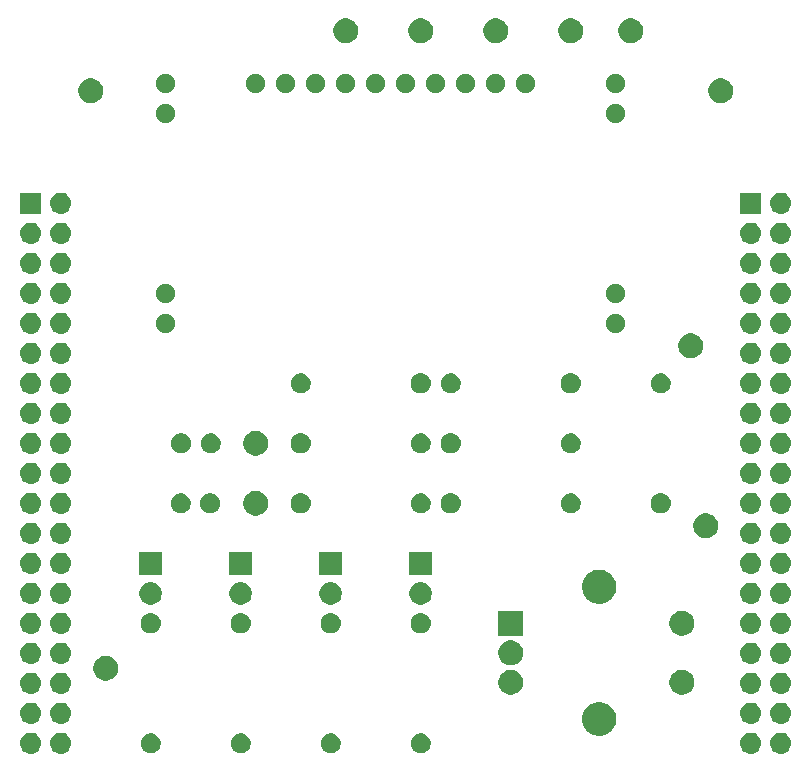
<source format=gts>
G04 #@! TF.GenerationSoftware,KiCad,Pcbnew,5.1.2-f72e74a~84~ubuntu16.04.1*
G04 #@! TF.CreationDate,2019-05-12T15:13:32+09:00*
G04 #@! TF.ProjectId,Akashi-01,416b6173-6869-42d3-9031-2e6b69636164,rev?*
G04 #@! TF.SameCoordinates,Original*
G04 #@! TF.FileFunction,Soldermask,Top*
G04 #@! TF.FilePolarity,Negative*
%FSLAX46Y46*%
G04 Gerber Fmt 4.6, Leading zero omitted, Abs format (unit mm)*
G04 Created by KiCad (PCBNEW 5.1.2-f72e74a~84~ubuntu16.04.1) date 2019-05-12 15:13:32*
%MOMM*%
%LPD*%
G04 APERTURE LIST*
%ADD10C,0.100000*%
G04 APERTURE END LIST*
D10*
G36*
X122030443Y-105785519D02*
G01*
X122096627Y-105792037D01*
X122266466Y-105843557D01*
X122422991Y-105927222D01*
X122458729Y-105956552D01*
X122560186Y-106039814D01*
X122640369Y-106137519D01*
X122672778Y-106177009D01*
X122756443Y-106333534D01*
X122807963Y-106503373D01*
X122825359Y-106680000D01*
X122807963Y-106856627D01*
X122756443Y-107026466D01*
X122672778Y-107182991D01*
X122643448Y-107218729D01*
X122560186Y-107320186D01*
X122458729Y-107403448D01*
X122422991Y-107432778D01*
X122266466Y-107516443D01*
X122096627Y-107567963D01*
X122030443Y-107574481D01*
X121964260Y-107581000D01*
X121875740Y-107581000D01*
X121809557Y-107574481D01*
X121743373Y-107567963D01*
X121573534Y-107516443D01*
X121417009Y-107432778D01*
X121381271Y-107403448D01*
X121279814Y-107320186D01*
X121196552Y-107218729D01*
X121167222Y-107182991D01*
X121083557Y-107026466D01*
X121032037Y-106856627D01*
X121014641Y-106680000D01*
X121032037Y-106503373D01*
X121083557Y-106333534D01*
X121167222Y-106177009D01*
X121199631Y-106137519D01*
X121279814Y-106039814D01*
X121381271Y-105956552D01*
X121417009Y-105927222D01*
X121573534Y-105843557D01*
X121743373Y-105792037D01*
X121809557Y-105785519D01*
X121875740Y-105779000D01*
X121964260Y-105779000D01*
X122030443Y-105785519D01*
X122030443Y-105785519D01*
G37*
G36*
X180450443Y-105785519D02*
G01*
X180516627Y-105792037D01*
X180686466Y-105843557D01*
X180842991Y-105927222D01*
X180878729Y-105956552D01*
X180980186Y-106039814D01*
X181060369Y-106137519D01*
X181092778Y-106177009D01*
X181176443Y-106333534D01*
X181227963Y-106503373D01*
X181245359Y-106680000D01*
X181227963Y-106856627D01*
X181176443Y-107026466D01*
X181092778Y-107182991D01*
X181063448Y-107218729D01*
X180980186Y-107320186D01*
X180878729Y-107403448D01*
X180842991Y-107432778D01*
X180686466Y-107516443D01*
X180516627Y-107567963D01*
X180450443Y-107574481D01*
X180384260Y-107581000D01*
X180295740Y-107581000D01*
X180229557Y-107574481D01*
X180163373Y-107567963D01*
X179993534Y-107516443D01*
X179837009Y-107432778D01*
X179801271Y-107403448D01*
X179699814Y-107320186D01*
X179616552Y-107218729D01*
X179587222Y-107182991D01*
X179503557Y-107026466D01*
X179452037Y-106856627D01*
X179434641Y-106680000D01*
X179452037Y-106503373D01*
X179503557Y-106333534D01*
X179587222Y-106177009D01*
X179619631Y-106137519D01*
X179699814Y-106039814D01*
X179801271Y-105956552D01*
X179837009Y-105927222D01*
X179993534Y-105843557D01*
X180163373Y-105792037D01*
X180229557Y-105785519D01*
X180295740Y-105779000D01*
X180384260Y-105779000D01*
X180450443Y-105785519D01*
X180450443Y-105785519D01*
G37*
G36*
X182990443Y-105785519D02*
G01*
X183056627Y-105792037D01*
X183226466Y-105843557D01*
X183382991Y-105927222D01*
X183418729Y-105956552D01*
X183520186Y-106039814D01*
X183600369Y-106137519D01*
X183632778Y-106177009D01*
X183716443Y-106333534D01*
X183767963Y-106503373D01*
X183785359Y-106680000D01*
X183767963Y-106856627D01*
X183716443Y-107026466D01*
X183632778Y-107182991D01*
X183603448Y-107218729D01*
X183520186Y-107320186D01*
X183418729Y-107403448D01*
X183382991Y-107432778D01*
X183226466Y-107516443D01*
X183056627Y-107567963D01*
X182990443Y-107574481D01*
X182924260Y-107581000D01*
X182835740Y-107581000D01*
X182769557Y-107574481D01*
X182703373Y-107567963D01*
X182533534Y-107516443D01*
X182377009Y-107432778D01*
X182341271Y-107403448D01*
X182239814Y-107320186D01*
X182156552Y-107218729D01*
X182127222Y-107182991D01*
X182043557Y-107026466D01*
X181992037Y-106856627D01*
X181974641Y-106680000D01*
X181992037Y-106503373D01*
X182043557Y-106333534D01*
X182127222Y-106177009D01*
X182159631Y-106137519D01*
X182239814Y-106039814D01*
X182341271Y-105956552D01*
X182377009Y-105927222D01*
X182533534Y-105843557D01*
X182703373Y-105792037D01*
X182769557Y-105785519D01*
X182835740Y-105779000D01*
X182924260Y-105779000D01*
X182990443Y-105785519D01*
X182990443Y-105785519D01*
G37*
G36*
X119490443Y-105785519D02*
G01*
X119556627Y-105792037D01*
X119726466Y-105843557D01*
X119882991Y-105927222D01*
X119918729Y-105956552D01*
X120020186Y-106039814D01*
X120100369Y-106137519D01*
X120132778Y-106177009D01*
X120216443Y-106333534D01*
X120267963Y-106503373D01*
X120285359Y-106680000D01*
X120267963Y-106856627D01*
X120216443Y-107026466D01*
X120132778Y-107182991D01*
X120103448Y-107218729D01*
X120020186Y-107320186D01*
X119918729Y-107403448D01*
X119882991Y-107432778D01*
X119726466Y-107516443D01*
X119556627Y-107567963D01*
X119490443Y-107574481D01*
X119424260Y-107581000D01*
X119335740Y-107581000D01*
X119269557Y-107574481D01*
X119203373Y-107567963D01*
X119033534Y-107516443D01*
X118877009Y-107432778D01*
X118841271Y-107403448D01*
X118739814Y-107320186D01*
X118656552Y-107218729D01*
X118627222Y-107182991D01*
X118543557Y-107026466D01*
X118492037Y-106856627D01*
X118474641Y-106680000D01*
X118492037Y-106503373D01*
X118543557Y-106333534D01*
X118627222Y-106177009D01*
X118659631Y-106137519D01*
X118739814Y-106039814D01*
X118841271Y-105956552D01*
X118877009Y-105927222D01*
X119033534Y-105843557D01*
X119203373Y-105792037D01*
X119269557Y-105785519D01*
X119335740Y-105779000D01*
X119424260Y-105779000D01*
X119490443Y-105785519D01*
X119490443Y-105785519D01*
G37*
G36*
X129788228Y-105861703D02*
G01*
X129943100Y-105925853D01*
X130082481Y-106018985D01*
X130201015Y-106137519D01*
X130294147Y-106276900D01*
X130358297Y-106431772D01*
X130391000Y-106596184D01*
X130391000Y-106763816D01*
X130358297Y-106928228D01*
X130294147Y-107083100D01*
X130201015Y-107222481D01*
X130082481Y-107341015D01*
X129943100Y-107434147D01*
X129788228Y-107498297D01*
X129623816Y-107531000D01*
X129456184Y-107531000D01*
X129291772Y-107498297D01*
X129136900Y-107434147D01*
X128997519Y-107341015D01*
X128878985Y-107222481D01*
X128785853Y-107083100D01*
X128721703Y-106928228D01*
X128689000Y-106763816D01*
X128689000Y-106596184D01*
X128721703Y-106431772D01*
X128785853Y-106276900D01*
X128878985Y-106137519D01*
X128997519Y-106018985D01*
X129136900Y-105925853D01*
X129291772Y-105861703D01*
X129456184Y-105829000D01*
X129623816Y-105829000D01*
X129788228Y-105861703D01*
X129788228Y-105861703D01*
G37*
G36*
X137408228Y-105861703D02*
G01*
X137563100Y-105925853D01*
X137702481Y-106018985D01*
X137821015Y-106137519D01*
X137914147Y-106276900D01*
X137978297Y-106431772D01*
X138011000Y-106596184D01*
X138011000Y-106763816D01*
X137978297Y-106928228D01*
X137914147Y-107083100D01*
X137821015Y-107222481D01*
X137702481Y-107341015D01*
X137563100Y-107434147D01*
X137408228Y-107498297D01*
X137243816Y-107531000D01*
X137076184Y-107531000D01*
X136911772Y-107498297D01*
X136756900Y-107434147D01*
X136617519Y-107341015D01*
X136498985Y-107222481D01*
X136405853Y-107083100D01*
X136341703Y-106928228D01*
X136309000Y-106763816D01*
X136309000Y-106596184D01*
X136341703Y-106431772D01*
X136405853Y-106276900D01*
X136498985Y-106137519D01*
X136617519Y-106018985D01*
X136756900Y-105925853D01*
X136911772Y-105861703D01*
X137076184Y-105829000D01*
X137243816Y-105829000D01*
X137408228Y-105861703D01*
X137408228Y-105861703D01*
G37*
G36*
X145028228Y-105861703D02*
G01*
X145183100Y-105925853D01*
X145322481Y-106018985D01*
X145441015Y-106137519D01*
X145534147Y-106276900D01*
X145598297Y-106431772D01*
X145631000Y-106596184D01*
X145631000Y-106763816D01*
X145598297Y-106928228D01*
X145534147Y-107083100D01*
X145441015Y-107222481D01*
X145322481Y-107341015D01*
X145183100Y-107434147D01*
X145028228Y-107498297D01*
X144863816Y-107531000D01*
X144696184Y-107531000D01*
X144531772Y-107498297D01*
X144376900Y-107434147D01*
X144237519Y-107341015D01*
X144118985Y-107222481D01*
X144025853Y-107083100D01*
X143961703Y-106928228D01*
X143929000Y-106763816D01*
X143929000Y-106596184D01*
X143961703Y-106431772D01*
X144025853Y-106276900D01*
X144118985Y-106137519D01*
X144237519Y-106018985D01*
X144376900Y-105925853D01*
X144531772Y-105861703D01*
X144696184Y-105829000D01*
X144863816Y-105829000D01*
X145028228Y-105861703D01*
X145028228Y-105861703D01*
G37*
G36*
X152648228Y-105861703D02*
G01*
X152803100Y-105925853D01*
X152942481Y-106018985D01*
X153061015Y-106137519D01*
X153154147Y-106276900D01*
X153218297Y-106431772D01*
X153251000Y-106596184D01*
X153251000Y-106763816D01*
X153218297Y-106928228D01*
X153154147Y-107083100D01*
X153061015Y-107222481D01*
X152942481Y-107341015D01*
X152803100Y-107434147D01*
X152648228Y-107498297D01*
X152483816Y-107531000D01*
X152316184Y-107531000D01*
X152151772Y-107498297D01*
X151996900Y-107434147D01*
X151857519Y-107341015D01*
X151738985Y-107222481D01*
X151645853Y-107083100D01*
X151581703Y-106928228D01*
X151549000Y-106763816D01*
X151549000Y-106596184D01*
X151581703Y-106431772D01*
X151645853Y-106276900D01*
X151738985Y-106137519D01*
X151857519Y-106018985D01*
X151996900Y-105925853D01*
X152151772Y-105861703D01*
X152316184Y-105829000D01*
X152483816Y-105829000D01*
X152648228Y-105861703D01*
X152648228Y-105861703D01*
G37*
G36*
X167943241Y-103224760D02*
G01*
X168207305Y-103334139D01*
X168444958Y-103492934D01*
X168647066Y-103695042D01*
X168805861Y-103932695D01*
X168915240Y-104196759D01*
X168971000Y-104477088D01*
X168971000Y-104762912D01*
X168915240Y-105043241D01*
X168805861Y-105307305D01*
X168647066Y-105544958D01*
X168444958Y-105747066D01*
X168207305Y-105905861D01*
X167943241Y-106015240D01*
X167662912Y-106071000D01*
X167377088Y-106071000D01*
X167096759Y-106015240D01*
X166832695Y-105905861D01*
X166595042Y-105747066D01*
X166392934Y-105544958D01*
X166234139Y-105307305D01*
X166124760Y-105043241D01*
X166069000Y-104762912D01*
X166069000Y-104477088D01*
X166124760Y-104196759D01*
X166234139Y-103932695D01*
X166392934Y-103695042D01*
X166595042Y-103492934D01*
X166832695Y-103334139D01*
X167096759Y-103224760D01*
X167377088Y-103169000D01*
X167662912Y-103169000D01*
X167943241Y-103224760D01*
X167943241Y-103224760D01*
G37*
G36*
X180450443Y-103245519D02*
G01*
X180516627Y-103252037D01*
X180686466Y-103303557D01*
X180842991Y-103387222D01*
X180878729Y-103416552D01*
X180980186Y-103499814D01*
X181063448Y-103601271D01*
X181092778Y-103637009D01*
X181176443Y-103793534D01*
X181227963Y-103963373D01*
X181245359Y-104140000D01*
X181227963Y-104316627D01*
X181176443Y-104486466D01*
X181092778Y-104642991D01*
X181063448Y-104678729D01*
X180980186Y-104780186D01*
X180878729Y-104863448D01*
X180842991Y-104892778D01*
X180686466Y-104976443D01*
X180516627Y-105027963D01*
X180450442Y-105034482D01*
X180384260Y-105041000D01*
X180295740Y-105041000D01*
X180229557Y-105034481D01*
X180163373Y-105027963D01*
X179993534Y-104976443D01*
X179837009Y-104892778D01*
X179801271Y-104863448D01*
X179699814Y-104780186D01*
X179616552Y-104678729D01*
X179587222Y-104642991D01*
X179503557Y-104486466D01*
X179452037Y-104316627D01*
X179434641Y-104140000D01*
X179452037Y-103963373D01*
X179503557Y-103793534D01*
X179587222Y-103637009D01*
X179616552Y-103601271D01*
X179699814Y-103499814D01*
X179801271Y-103416552D01*
X179837009Y-103387222D01*
X179993534Y-103303557D01*
X180163373Y-103252037D01*
X180229558Y-103245518D01*
X180295740Y-103239000D01*
X180384260Y-103239000D01*
X180450443Y-103245519D01*
X180450443Y-103245519D01*
G37*
G36*
X119490443Y-103245519D02*
G01*
X119556627Y-103252037D01*
X119726466Y-103303557D01*
X119882991Y-103387222D01*
X119918729Y-103416552D01*
X120020186Y-103499814D01*
X120103448Y-103601271D01*
X120132778Y-103637009D01*
X120216443Y-103793534D01*
X120267963Y-103963373D01*
X120285359Y-104140000D01*
X120267963Y-104316627D01*
X120216443Y-104486466D01*
X120132778Y-104642991D01*
X120103448Y-104678729D01*
X120020186Y-104780186D01*
X119918729Y-104863448D01*
X119882991Y-104892778D01*
X119726466Y-104976443D01*
X119556627Y-105027963D01*
X119490442Y-105034482D01*
X119424260Y-105041000D01*
X119335740Y-105041000D01*
X119269557Y-105034481D01*
X119203373Y-105027963D01*
X119033534Y-104976443D01*
X118877009Y-104892778D01*
X118841271Y-104863448D01*
X118739814Y-104780186D01*
X118656552Y-104678729D01*
X118627222Y-104642991D01*
X118543557Y-104486466D01*
X118492037Y-104316627D01*
X118474641Y-104140000D01*
X118492037Y-103963373D01*
X118543557Y-103793534D01*
X118627222Y-103637009D01*
X118656552Y-103601271D01*
X118739814Y-103499814D01*
X118841271Y-103416552D01*
X118877009Y-103387222D01*
X119033534Y-103303557D01*
X119203373Y-103252037D01*
X119269558Y-103245518D01*
X119335740Y-103239000D01*
X119424260Y-103239000D01*
X119490443Y-103245519D01*
X119490443Y-103245519D01*
G37*
G36*
X122030443Y-103245519D02*
G01*
X122096627Y-103252037D01*
X122266466Y-103303557D01*
X122422991Y-103387222D01*
X122458729Y-103416552D01*
X122560186Y-103499814D01*
X122643448Y-103601271D01*
X122672778Y-103637009D01*
X122756443Y-103793534D01*
X122807963Y-103963373D01*
X122825359Y-104140000D01*
X122807963Y-104316627D01*
X122756443Y-104486466D01*
X122672778Y-104642991D01*
X122643448Y-104678729D01*
X122560186Y-104780186D01*
X122458729Y-104863448D01*
X122422991Y-104892778D01*
X122266466Y-104976443D01*
X122096627Y-105027963D01*
X122030442Y-105034482D01*
X121964260Y-105041000D01*
X121875740Y-105041000D01*
X121809557Y-105034481D01*
X121743373Y-105027963D01*
X121573534Y-104976443D01*
X121417009Y-104892778D01*
X121381271Y-104863448D01*
X121279814Y-104780186D01*
X121196552Y-104678729D01*
X121167222Y-104642991D01*
X121083557Y-104486466D01*
X121032037Y-104316627D01*
X121014641Y-104140000D01*
X121032037Y-103963373D01*
X121083557Y-103793534D01*
X121167222Y-103637009D01*
X121196552Y-103601271D01*
X121279814Y-103499814D01*
X121381271Y-103416552D01*
X121417009Y-103387222D01*
X121573534Y-103303557D01*
X121743373Y-103252037D01*
X121809558Y-103245518D01*
X121875740Y-103239000D01*
X121964260Y-103239000D01*
X122030443Y-103245519D01*
X122030443Y-103245519D01*
G37*
G36*
X182990443Y-103245519D02*
G01*
X183056627Y-103252037D01*
X183226466Y-103303557D01*
X183382991Y-103387222D01*
X183418729Y-103416552D01*
X183520186Y-103499814D01*
X183603448Y-103601271D01*
X183632778Y-103637009D01*
X183716443Y-103793534D01*
X183767963Y-103963373D01*
X183785359Y-104140000D01*
X183767963Y-104316627D01*
X183716443Y-104486466D01*
X183632778Y-104642991D01*
X183603448Y-104678729D01*
X183520186Y-104780186D01*
X183418729Y-104863448D01*
X183382991Y-104892778D01*
X183226466Y-104976443D01*
X183056627Y-105027963D01*
X182990442Y-105034482D01*
X182924260Y-105041000D01*
X182835740Y-105041000D01*
X182769557Y-105034481D01*
X182703373Y-105027963D01*
X182533534Y-104976443D01*
X182377009Y-104892778D01*
X182341271Y-104863448D01*
X182239814Y-104780186D01*
X182156552Y-104678729D01*
X182127222Y-104642991D01*
X182043557Y-104486466D01*
X181992037Y-104316627D01*
X181974641Y-104140000D01*
X181992037Y-103963373D01*
X182043557Y-103793534D01*
X182127222Y-103637009D01*
X182156552Y-103601271D01*
X182239814Y-103499814D01*
X182341271Y-103416552D01*
X182377009Y-103387222D01*
X182533534Y-103303557D01*
X182703373Y-103252037D01*
X182769558Y-103245518D01*
X182835740Y-103239000D01*
X182924260Y-103239000D01*
X182990443Y-103245519D01*
X182990443Y-103245519D01*
G37*
G36*
X174826564Y-100509389D02*
G01*
X175017833Y-100588615D01*
X175017835Y-100588616D01*
X175189973Y-100703635D01*
X175336365Y-100850027D01*
X175436556Y-100999973D01*
X175451385Y-101022167D01*
X175530611Y-101213436D01*
X175571000Y-101416484D01*
X175571000Y-101623516D01*
X175530611Y-101826564D01*
X175480946Y-101946466D01*
X175451384Y-102017835D01*
X175336365Y-102189973D01*
X175189973Y-102336365D01*
X175017835Y-102451384D01*
X175017834Y-102451385D01*
X175017833Y-102451385D01*
X174826564Y-102530611D01*
X174623516Y-102571000D01*
X174416484Y-102571000D01*
X174213436Y-102530611D01*
X174022167Y-102451385D01*
X174022166Y-102451385D01*
X174022165Y-102451384D01*
X173850027Y-102336365D01*
X173703635Y-102189973D01*
X173588616Y-102017835D01*
X173559054Y-101946466D01*
X173509389Y-101826564D01*
X173469000Y-101623516D01*
X173469000Y-101416484D01*
X173509389Y-101213436D01*
X173588615Y-101022167D01*
X173603445Y-100999973D01*
X173703635Y-100850027D01*
X173850027Y-100703635D01*
X174022165Y-100588616D01*
X174022167Y-100588615D01*
X174213436Y-100509389D01*
X174416484Y-100469000D01*
X174623516Y-100469000D01*
X174826564Y-100509389D01*
X174826564Y-100509389D01*
G37*
G36*
X160326564Y-100509389D02*
G01*
X160517833Y-100588615D01*
X160517835Y-100588616D01*
X160689973Y-100703635D01*
X160836365Y-100850027D01*
X160936556Y-100999973D01*
X160951385Y-101022167D01*
X161030611Y-101213436D01*
X161071000Y-101416484D01*
X161071000Y-101623516D01*
X161030611Y-101826564D01*
X160980946Y-101946466D01*
X160951384Y-102017835D01*
X160836365Y-102189973D01*
X160689973Y-102336365D01*
X160517835Y-102451384D01*
X160517834Y-102451385D01*
X160517833Y-102451385D01*
X160326564Y-102530611D01*
X160123516Y-102571000D01*
X159916484Y-102571000D01*
X159713436Y-102530611D01*
X159522167Y-102451385D01*
X159522166Y-102451385D01*
X159522165Y-102451384D01*
X159350027Y-102336365D01*
X159203635Y-102189973D01*
X159088616Y-102017835D01*
X159059054Y-101946466D01*
X159009389Y-101826564D01*
X158969000Y-101623516D01*
X158969000Y-101416484D01*
X159009389Y-101213436D01*
X159088615Y-101022167D01*
X159103445Y-100999973D01*
X159203635Y-100850027D01*
X159350027Y-100703635D01*
X159522165Y-100588616D01*
X159522167Y-100588615D01*
X159713436Y-100509389D01*
X159916484Y-100469000D01*
X160123516Y-100469000D01*
X160326564Y-100509389D01*
X160326564Y-100509389D01*
G37*
G36*
X182971319Y-100703635D02*
G01*
X183056627Y-100712037D01*
X183226466Y-100763557D01*
X183382991Y-100847222D01*
X183418729Y-100876552D01*
X183520186Y-100959814D01*
X183603448Y-101061271D01*
X183632778Y-101097009D01*
X183632779Y-101097011D01*
X183695010Y-101213435D01*
X183716443Y-101253534D01*
X183767963Y-101423373D01*
X183785359Y-101600000D01*
X183767963Y-101776627D01*
X183716443Y-101946466D01*
X183632778Y-102102991D01*
X183603448Y-102138729D01*
X183520186Y-102240186D01*
X183418729Y-102323448D01*
X183382991Y-102352778D01*
X183226466Y-102436443D01*
X183056627Y-102487963D01*
X182990442Y-102494482D01*
X182924260Y-102501000D01*
X182835740Y-102501000D01*
X182769558Y-102494482D01*
X182703373Y-102487963D01*
X182533534Y-102436443D01*
X182377009Y-102352778D01*
X182341271Y-102323448D01*
X182239814Y-102240186D01*
X182156552Y-102138729D01*
X182127222Y-102102991D01*
X182043557Y-101946466D01*
X181992037Y-101776627D01*
X181974641Y-101600000D01*
X181992037Y-101423373D01*
X182043557Y-101253534D01*
X182064991Y-101213435D01*
X182127221Y-101097011D01*
X182127222Y-101097009D01*
X182156552Y-101061271D01*
X182239814Y-100959814D01*
X182341271Y-100876552D01*
X182377009Y-100847222D01*
X182533534Y-100763557D01*
X182703373Y-100712037D01*
X182788681Y-100703635D01*
X182835740Y-100699000D01*
X182924260Y-100699000D01*
X182971319Y-100703635D01*
X182971319Y-100703635D01*
G37*
G36*
X180431319Y-100703635D02*
G01*
X180516627Y-100712037D01*
X180686466Y-100763557D01*
X180842991Y-100847222D01*
X180878729Y-100876552D01*
X180980186Y-100959814D01*
X181063448Y-101061271D01*
X181092778Y-101097009D01*
X181092779Y-101097011D01*
X181155010Y-101213435D01*
X181176443Y-101253534D01*
X181227963Y-101423373D01*
X181245359Y-101600000D01*
X181227963Y-101776627D01*
X181176443Y-101946466D01*
X181092778Y-102102991D01*
X181063448Y-102138729D01*
X180980186Y-102240186D01*
X180878729Y-102323448D01*
X180842991Y-102352778D01*
X180686466Y-102436443D01*
X180516627Y-102487963D01*
X180450442Y-102494482D01*
X180384260Y-102501000D01*
X180295740Y-102501000D01*
X180229558Y-102494482D01*
X180163373Y-102487963D01*
X179993534Y-102436443D01*
X179837009Y-102352778D01*
X179801271Y-102323448D01*
X179699814Y-102240186D01*
X179616552Y-102138729D01*
X179587222Y-102102991D01*
X179503557Y-101946466D01*
X179452037Y-101776627D01*
X179434641Y-101600000D01*
X179452037Y-101423373D01*
X179503557Y-101253534D01*
X179524991Y-101213435D01*
X179587221Y-101097011D01*
X179587222Y-101097009D01*
X179616552Y-101061271D01*
X179699814Y-100959814D01*
X179801271Y-100876552D01*
X179837009Y-100847222D01*
X179993534Y-100763557D01*
X180163373Y-100712037D01*
X180248681Y-100703635D01*
X180295740Y-100699000D01*
X180384260Y-100699000D01*
X180431319Y-100703635D01*
X180431319Y-100703635D01*
G37*
G36*
X119471319Y-100703635D02*
G01*
X119556627Y-100712037D01*
X119726466Y-100763557D01*
X119882991Y-100847222D01*
X119918729Y-100876552D01*
X120020186Y-100959814D01*
X120103448Y-101061271D01*
X120132778Y-101097009D01*
X120132779Y-101097011D01*
X120195010Y-101213435D01*
X120216443Y-101253534D01*
X120267963Y-101423373D01*
X120285359Y-101600000D01*
X120267963Y-101776627D01*
X120216443Y-101946466D01*
X120132778Y-102102991D01*
X120103448Y-102138729D01*
X120020186Y-102240186D01*
X119918729Y-102323448D01*
X119882991Y-102352778D01*
X119726466Y-102436443D01*
X119556627Y-102487963D01*
X119490442Y-102494482D01*
X119424260Y-102501000D01*
X119335740Y-102501000D01*
X119269558Y-102494482D01*
X119203373Y-102487963D01*
X119033534Y-102436443D01*
X118877009Y-102352778D01*
X118841271Y-102323448D01*
X118739814Y-102240186D01*
X118656552Y-102138729D01*
X118627222Y-102102991D01*
X118543557Y-101946466D01*
X118492037Y-101776627D01*
X118474641Y-101600000D01*
X118492037Y-101423373D01*
X118543557Y-101253534D01*
X118564991Y-101213435D01*
X118627221Y-101097011D01*
X118627222Y-101097009D01*
X118656552Y-101061271D01*
X118739814Y-100959814D01*
X118841271Y-100876552D01*
X118877009Y-100847222D01*
X119033534Y-100763557D01*
X119203373Y-100712037D01*
X119288681Y-100703635D01*
X119335740Y-100699000D01*
X119424260Y-100699000D01*
X119471319Y-100703635D01*
X119471319Y-100703635D01*
G37*
G36*
X122011319Y-100703635D02*
G01*
X122096627Y-100712037D01*
X122266466Y-100763557D01*
X122422991Y-100847222D01*
X122458729Y-100876552D01*
X122560186Y-100959814D01*
X122643448Y-101061271D01*
X122672778Y-101097009D01*
X122672779Y-101097011D01*
X122735010Y-101213435D01*
X122756443Y-101253534D01*
X122807963Y-101423373D01*
X122825359Y-101600000D01*
X122807963Y-101776627D01*
X122756443Y-101946466D01*
X122672778Y-102102991D01*
X122643448Y-102138729D01*
X122560186Y-102240186D01*
X122458729Y-102323448D01*
X122422991Y-102352778D01*
X122266466Y-102436443D01*
X122096627Y-102487963D01*
X122030442Y-102494482D01*
X121964260Y-102501000D01*
X121875740Y-102501000D01*
X121809558Y-102494482D01*
X121743373Y-102487963D01*
X121573534Y-102436443D01*
X121417009Y-102352778D01*
X121381271Y-102323448D01*
X121279814Y-102240186D01*
X121196552Y-102138729D01*
X121167222Y-102102991D01*
X121083557Y-101946466D01*
X121032037Y-101776627D01*
X121014641Y-101600000D01*
X121032037Y-101423373D01*
X121083557Y-101253534D01*
X121104991Y-101213435D01*
X121167221Y-101097011D01*
X121167222Y-101097009D01*
X121196552Y-101061271D01*
X121279814Y-100959814D01*
X121381271Y-100876552D01*
X121417009Y-100847222D01*
X121573534Y-100763557D01*
X121743373Y-100712037D01*
X121828681Y-100703635D01*
X121875740Y-100699000D01*
X121964260Y-100699000D01*
X122011319Y-100703635D01*
X122011319Y-100703635D01*
G37*
G36*
X126036564Y-99319389D02*
G01*
X126227833Y-99398615D01*
X126227835Y-99398616D01*
X126399973Y-99513635D01*
X126546365Y-99660027D01*
X126648431Y-99812779D01*
X126661385Y-99832167D01*
X126740611Y-100023436D01*
X126781000Y-100226484D01*
X126781000Y-100433516D01*
X126740611Y-100636564D01*
X126661385Y-100827833D01*
X126661384Y-100827835D01*
X126546365Y-100999973D01*
X126399973Y-101146365D01*
X126227835Y-101261384D01*
X126227834Y-101261385D01*
X126227833Y-101261385D01*
X126036564Y-101340611D01*
X125833516Y-101381000D01*
X125626484Y-101381000D01*
X125423436Y-101340611D01*
X125232167Y-101261385D01*
X125232166Y-101261385D01*
X125232165Y-101261384D01*
X125060027Y-101146365D01*
X124913635Y-100999973D01*
X124798616Y-100827835D01*
X124798615Y-100827833D01*
X124719389Y-100636564D01*
X124679000Y-100433516D01*
X124679000Y-100226484D01*
X124719389Y-100023436D01*
X124798615Y-99832167D01*
X124811570Y-99812779D01*
X124913635Y-99660027D01*
X125060027Y-99513635D01*
X125232165Y-99398616D01*
X125232167Y-99398615D01*
X125423436Y-99319389D01*
X125626484Y-99279000D01*
X125833516Y-99279000D01*
X126036564Y-99319389D01*
X126036564Y-99319389D01*
G37*
G36*
X160326564Y-98009389D02*
G01*
X160517833Y-98088615D01*
X160517835Y-98088616D01*
X160623172Y-98159000D01*
X160689973Y-98203635D01*
X160836365Y-98350027D01*
X160951385Y-98522167D01*
X161030611Y-98713436D01*
X161071000Y-98916484D01*
X161071000Y-99123516D01*
X161030611Y-99326564D01*
X160953124Y-99513635D01*
X160951384Y-99517835D01*
X160836365Y-99689973D01*
X160689973Y-99836365D01*
X160517835Y-99951384D01*
X160517834Y-99951385D01*
X160517833Y-99951385D01*
X160326564Y-100030611D01*
X160123516Y-100071000D01*
X159916484Y-100071000D01*
X159713436Y-100030611D01*
X159522167Y-99951385D01*
X159522166Y-99951385D01*
X159522165Y-99951384D01*
X159350027Y-99836365D01*
X159203635Y-99689973D01*
X159088616Y-99517835D01*
X159086876Y-99513635D01*
X159009389Y-99326564D01*
X158969000Y-99123516D01*
X158969000Y-98916484D01*
X159009389Y-98713436D01*
X159088615Y-98522167D01*
X159203635Y-98350027D01*
X159350027Y-98203635D01*
X159416828Y-98159000D01*
X159522165Y-98088616D01*
X159522167Y-98088615D01*
X159713436Y-98009389D01*
X159916484Y-97969000D01*
X160123516Y-97969000D01*
X160326564Y-98009389D01*
X160326564Y-98009389D01*
G37*
G36*
X122030443Y-98165519D02*
G01*
X122096627Y-98172037D01*
X122266466Y-98223557D01*
X122422991Y-98307222D01*
X122458729Y-98336552D01*
X122560186Y-98419814D01*
X122643448Y-98521271D01*
X122672778Y-98557009D01*
X122756443Y-98713534D01*
X122807963Y-98883373D01*
X122825359Y-99060000D01*
X122807963Y-99236627D01*
X122756443Y-99406466D01*
X122672778Y-99562991D01*
X122643448Y-99598729D01*
X122560186Y-99700186D01*
X122458729Y-99783448D01*
X122422991Y-99812778D01*
X122266466Y-99896443D01*
X122096627Y-99947963D01*
X122030443Y-99954481D01*
X121964260Y-99961000D01*
X121875740Y-99961000D01*
X121809557Y-99954481D01*
X121743373Y-99947963D01*
X121573534Y-99896443D01*
X121417009Y-99812778D01*
X121381271Y-99783448D01*
X121279814Y-99700186D01*
X121196552Y-99598729D01*
X121167222Y-99562991D01*
X121083557Y-99406466D01*
X121032037Y-99236627D01*
X121014641Y-99060000D01*
X121032037Y-98883373D01*
X121083557Y-98713534D01*
X121167222Y-98557009D01*
X121196552Y-98521271D01*
X121279814Y-98419814D01*
X121381271Y-98336552D01*
X121417009Y-98307222D01*
X121573534Y-98223557D01*
X121743373Y-98172037D01*
X121809557Y-98165519D01*
X121875740Y-98159000D01*
X121964260Y-98159000D01*
X122030443Y-98165519D01*
X122030443Y-98165519D01*
G37*
G36*
X182990443Y-98165519D02*
G01*
X183056627Y-98172037D01*
X183226466Y-98223557D01*
X183382991Y-98307222D01*
X183418729Y-98336552D01*
X183520186Y-98419814D01*
X183603448Y-98521271D01*
X183632778Y-98557009D01*
X183716443Y-98713534D01*
X183767963Y-98883373D01*
X183785359Y-99060000D01*
X183767963Y-99236627D01*
X183716443Y-99406466D01*
X183632778Y-99562991D01*
X183603448Y-99598729D01*
X183520186Y-99700186D01*
X183418729Y-99783448D01*
X183382991Y-99812778D01*
X183226466Y-99896443D01*
X183056627Y-99947963D01*
X182990443Y-99954481D01*
X182924260Y-99961000D01*
X182835740Y-99961000D01*
X182769557Y-99954481D01*
X182703373Y-99947963D01*
X182533534Y-99896443D01*
X182377009Y-99812778D01*
X182341271Y-99783448D01*
X182239814Y-99700186D01*
X182156552Y-99598729D01*
X182127222Y-99562991D01*
X182043557Y-99406466D01*
X181992037Y-99236627D01*
X181974641Y-99060000D01*
X181992037Y-98883373D01*
X182043557Y-98713534D01*
X182127222Y-98557009D01*
X182156552Y-98521271D01*
X182239814Y-98419814D01*
X182341271Y-98336552D01*
X182377009Y-98307222D01*
X182533534Y-98223557D01*
X182703373Y-98172037D01*
X182769557Y-98165519D01*
X182835740Y-98159000D01*
X182924260Y-98159000D01*
X182990443Y-98165519D01*
X182990443Y-98165519D01*
G37*
G36*
X180450443Y-98165519D02*
G01*
X180516627Y-98172037D01*
X180686466Y-98223557D01*
X180842991Y-98307222D01*
X180878729Y-98336552D01*
X180980186Y-98419814D01*
X181063448Y-98521271D01*
X181092778Y-98557009D01*
X181176443Y-98713534D01*
X181227963Y-98883373D01*
X181245359Y-99060000D01*
X181227963Y-99236627D01*
X181176443Y-99406466D01*
X181092778Y-99562991D01*
X181063448Y-99598729D01*
X180980186Y-99700186D01*
X180878729Y-99783448D01*
X180842991Y-99812778D01*
X180686466Y-99896443D01*
X180516627Y-99947963D01*
X180450443Y-99954481D01*
X180384260Y-99961000D01*
X180295740Y-99961000D01*
X180229557Y-99954481D01*
X180163373Y-99947963D01*
X179993534Y-99896443D01*
X179837009Y-99812778D01*
X179801271Y-99783448D01*
X179699814Y-99700186D01*
X179616552Y-99598729D01*
X179587222Y-99562991D01*
X179503557Y-99406466D01*
X179452037Y-99236627D01*
X179434641Y-99060000D01*
X179452037Y-98883373D01*
X179503557Y-98713534D01*
X179587222Y-98557009D01*
X179616552Y-98521271D01*
X179699814Y-98419814D01*
X179801271Y-98336552D01*
X179837009Y-98307222D01*
X179993534Y-98223557D01*
X180163373Y-98172037D01*
X180229557Y-98165519D01*
X180295740Y-98159000D01*
X180384260Y-98159000D01*
X180450443Y-98165519D01*
X180450443Y-98165519D01*
G37*
G36*
X119490443Y-98165519D02*
G01*
X119556627Y-98172037D01*
X119726466Y-98223557D01*
X119882991Y-98307222D01*
X119918729Y-98336552D01*
X120020186Y-98419814D01*
X120103448Y-98521271D01*
X120132778Y-98557009D01*
X120216443Y-98713534D01*
X120267963Y-98883373D01*
X120285359Y-99060000D01*
X120267963Y-99236627D01*
X120216443Y-99406466D01*
X120132778Y-99562991D01*
X120103448Y-99598729D01*
X120020186Y-99700186D01*
X119918729Y-99783448D01*
X119882991Y-99812778D01*
X119726466Y-99896443D01*
X119556627Y-99947963D01*
X119490443Y-99954481D01*
X119424260Y-99961000D01*
X119335740Y-99961000D01*
X119269557Y-99954481D01*
X119203373Y-99947963D01*
X119033534Y-99896443D01*
X118877009Y-99812778D01*
X118841271Y-99783448D01*
X118739814Y-99700186D01*
X118656552Y-99598729D01*
X118627222Y-99562991D01*
X118543557Y-99406466D01*
X118492037Y-99236627D01*
X118474641Y-99060000D01*
X118492037Y-98883373D01*
X118543557Y-98713534D01*
X118627222Y-98557009D01*
X118656552Y-98521271D01*
X118739814Y-98419814D01*
X118841271Y-98336552D01*
X118877009Y-98307222D01*
X119033534Y-98223557D01*
X119203373Y-98172037D01*
X119269557Y-98165519D01*
X119335740Y-98159000D01*
X119424260Y-98159000D01*
X119490443Y-98165519D01*
X119490443Y-98165519D01*
G37*
G36*
X161071000Y-97571000D02*
G01*
X158969000Y-97571000D01*
X158969000Y-95469000D01*
X161071000Y-95469000D01*
X161071000Y-97571000D01*
X161071000Y-97571000D01*
G37*
G36*
X174826564Y-95509389D02*
G01*
X175017833Y-95588615D01*
X175017835Y-95588616D01*
X175082819Y-95632037D01*
X175189973Y-95703635D01*
X175336365Y-95850027D01*
X175451385Y-96022167D01*
X175530611Y-96213436D01*
X175571000Y-96416484D01*
X175571000Y-96623516D01*
X175530611Y-96826564D01*
X175514083Y-96866466D01*
X175451384Y-97017835D01*
X175336365Y-97189973D01*
X175189973Y-97336365D01*
X175017835Y-97451384D01*
X175017834Y-97451385D01*
X175017833Y-97451385D01*
X174826564Y-97530611D01*
X174623516Y-97571000D01*
X174416484Y-97571000D01*
X174213436Y-97530611D01*
X174022167Y-97451385D01*
X174022166Y-97451385D01*
X174022165Y-97451384D01*
X173850027Y-97336365D01*
X173703635Y-97189973D01*
X173588616Y-97017835D01*
X173525917Y-96866466D01*
X173509389Y-96826564D01*
X173469000Y-96623516D01*
X173469000Y-96416484D01*
X173509389Y-96213436D01*
X173588615Y-96022167D01*
X173703635Y-95850027D01*
X173850027Y-95703635D01*
X173957181Y-95632037D01*
X174022165Y-95588616D01*
X174022167Y-95588615D01*
X174213436Y-95509389D01*
X174416484Y-95469000D01*
X174623516Y-95469000D01*
X174826564Y-95509389D01*
X174826564Y-95509389D01*
G37*
G36*
X119490442Y-95625518D02*
G01*
X119556627Y-95632037D01*
X119726466Y-95683557D01*
X119882991Y-95767222D01*
X119918729Y-95796552D01*
X120020186Y-95879814D01*
X120103448Y-95981271D01*
X120132778Y-96017009D01*
X120216443Y-96173534D01*
X120267963Y-96343373D01*
X120285359Y-96520000D01*
X120267963Y-96696627D01*
X120216443Y-96866466D01*
X120132778Y-97022991D01*
X120103448Y-97058729D01*
X120020186Y-97160186D01*
X119918729Y-97243448D01*
X119882991Y-97272778D01*
X119726466Y-97356443D01*
X119556627Y-97407963D01*
X119490442Y-97414482D01*
X119424260Y-97421000D01*
X119335740Y-97421000D01*
X119269558Y-97414482D01*
X119203373Y-97407963D01*
X119033534Y-97356443D01*
X118877009Y-97272778D01*
X118841271Y-97243448D01*
X118739814Y-97160186D01*
X118656552Y-97058729D01*
X118627222Y-97022991D01*
X118543557Y-96866466D01*
X118492037Y-96696627D01*
X118474641Y-96520000D01*
X118492037Y-96343373D01*
X118543557Y-96173534D01*
X118627222Y-96017009D01*
X118656552Y-95981271D01*
X118739814Y-95879814D01*
X118841271Y-95796552D01*
X118877009Y-95767222D01*
X119033534Y-95683557D01*
X119203373Y-95632037D01*
X119269558Y-95625518D01*
X119335740Y-95619000D01*
X119424260Y-95619000D01*
X119490442Y-95625518D01*
X119490442Y-95625518D01*
G37*
G36*
X182990442Y-95625518D02*
G01*
X183056627Y-95632037D01*
X183226466Y-95683557D01*
X183382991Y-95767222D01*
X183418729Y-95796552D01*
X183520186Y-95879814D01*
X183603448Y-95981271D01*
X183632778Y-96017009D01*
X183716443Y-96173534D01*
X183767963Y-96343373D01*
X183785359Y-96520000D01*
X183767963Y-96696627D01*
X183716443Y-96866466D01*
X183632778Y-97022991D01*
X183603448Y-97058729D01*
X183520186Y-97160186D01*
X183418729Y-97243448D01*
X183382991Y-97272778D01*
X183226466Y-97356443D01*
X183056627Y-97407963D01*
X182990442Y-97414482D01*
X182924260Y-97421000D01*
X182835740Y-97421000D01*
X182769558Y-97414482D01*
X182703373Y-97407963D01*
X182533534Y-97356443D01*
X182377009Y-97272778D01*
X182341271Y-97243448D01*
X182239814Y-97160186D01*
X182156552Y-97058729D01*
X182127222Y-97022991D01*
X182043557Y-96866466D01*
X181992037Y-96696627D01*
X181974641Y-96520000D01*
X181992037Y-96343373D01*
X182043557Y-96173534D01*
X182127222Y-96017009D01*
X182156552Y-95981271D01*
X182239814Y-95879814D01*
X182341271Y-95796552D01*
X182377009Y-95767222D01*
X182533534Y-95683557D01*
X182703373Y-95632037D01*
X182769558Y-95625518D01*
X182835740Y-95619000D01*
X182924260Y-95619000D01*
X182990442Y-95625518D01*
X182990442Y-95625518D01*
G37*
G36*
X180450442Y-95625518D02*
G01*
X180516627Y-95632037D01*
X180686466Y-95683557D01*
X180842991Y-95767222D01*
X180878729Y-95796552D01*
X180980186Y-95879814D01*
X181063448Y-95981271D01*
X181092778Y-96017009D01*
X181176443Y-96173534D01*
X181227963Y-96343373D01*
X181245359Y-96520000D01*
X181227963Y-96696627D01*
X181176443Y-96866466D01*
X181092778Y-97022991D01*
X181063448Y-97058729D01*
X180980186Y-97160186D01*
X180878729Y-97243448D01*
X180842991Y-97272778D01*
X180686466Y-97356443D01*
X180516627Y-97407963D01*
X180450442Y-97414482D01*
X180384260Y-97421000D01*
X180295740Y-97421000D01*
X180229558Y-97414482D01*
X180163373Y-97407963D01*
X179993534Y-97356443D01*
X179837009Y-97272778D01*
X179801271Y-97243448D01*
X179699814Y-97160186D01*
X179616552Y-97058729D01*
X179587222Y-97022991D01*
X179503557Y-96866466D01*
X179452037Y-96696627D01*
X179434641Y-96520000D01*
X179452037Y-96343373D01*
X179503557Y-96173534D01*
X179587222Y-96017009D01*
X179616552Y-95981271D01*
X179699814Y-95879814D01*
X179801271Y-95796552D01*
X179837009Y-95767222D01*
X179993534Y-95683557D01*
X180163373Y-95632037D01*
X180229558Y-95625518D01*
X180295740Y-95619000D01*
X180384260Y-95619000D01*
X180450442Y-95625518D01*
X180450442Y-95625518D01*
G37*
G36*
X122030442Y-95625518D02*
G01*
X122096627Y-95632037D01*
X122266466Y-95683557D01*
X122422991Y-95767222D01*
X122458729Y-95796552D01*
X122560186Y-95879814D01*
X122643448Y-95981271D01*
X122672778Y-96017009D01*
X122756443Y-96173534D01*
X122807963Y-96343373D01*
X122825359Y-96520000D01*
X122807963Y-96696627D01*
X122756443Y-96866466D01*
X122672778Y-97022991D01*
X122643448Y-97058729D01*
X122560186Y-97160186D01*
X122458729Y-97243448D01*
X122422991Y-97272778D01*
X122266466Y-97356443D01*
X122096627Y-97407963D01*
X122030442Y-97414482D01*
X121964260Y-97421000D01*
X121875740Y-97421000D01*
X121809558Y-97414482D01*
X121743373Y-97407963D01*
X121573534Y-97356443D01*
X121417009Y-97272778D01*
X121381271Y-97243448D01*
X121279814Y-97160186D01*
X121196552Y-97058729D01*
X121167222Y-97022991D01*
X121083557Y-96866466D01*
X121032037Y-96696627D01*
X121014641Y-96520000D01*
X121032037Y-96343373D01*
X121083557Y-96173534D01*
X121167222Y-96017009D01*
X121196552Y-95981271D01*
X121279814Y-95879814D01*
X121381271Y-95796552D01*
X121417009Y-95767222D01*
X121573534Y-95683557D01*
X121743373Y-95632037D01*
X121809558Y-95625518D01*
X121875740Y-95619000D01*
X121964260Y-95619000D01*
X122030442Y-95625518D01*
X122030442Y-95625518D01*
G37*
G36*
X144946823Y-95681313D02*
G01*
X145107242Y-95729976D01*
X145176922Y-95767221D01*
X145255078Y-95808996D01*
X145384659Y-95915341D01*
X145491004Y-96044922D01*
X145491005Y-96044924D01*
X145570024Y-96192758D01*
X145618687Y-96353177D01*
X145635117Y-96520000D01*
X145618687Y-96686823D01*
X145570024Y-96847242D01*
X145559747Y-96866468D01*
X145491004Y-96995078D01*
X145384659Y-97124659D01*
X145255078Y-97231004D01*
X145255076Y-97231005D01*
X145107242Y-97310024D01*
X144946823Y-97358687D01*
X144821804Y-97371000D01*
X144738196Y-97371000D01*
X144613177Y-97358687D01*
X144452758Y-97310024D01*
X144304924Y-97231005D01*
X144304922Y-97231004D01*
X144175341Y-97124659D01*
X144068996Y-96995078D01*
X144000253Y-96866468D01*
X143989976Y-96847242D01*
X143941313Y-96686823D01*
X143924883Y-96520000D01*
X143941313Y-96353177D01*
X143989976Y-96192758D01*
X144068995Y-96044924D01*
X144068996Y-96044922D01*
X144175341Y-95915341D01*
X144304922Y-95808996D01*
X144383078Y-95767221D01*
X144452758Y-95729976D01*
X144613177Y-95681313D01*
X144738196Y-95669000D01*
X144821804Y-95669000D01*
X144946823Y-95681313D01*
X144946823Y-95681313D01*
G37*
G36*
X152566823Y-95681313D02*
G01*
X152727242Y-95729976D01*
X152796922Y-95767221D01*
X152875078Y-95808996D01*
X153004659Y-95915341D01*
X153111004Y-96044922D01*
X153111005Y-96044924D01*
X153190024Y-96192758D01*
X153238687Y-96353177D01*
X153255117Y-96520000D01*
X153238687Y-96686823D01*
X153190024Y-96847242D01*
X153179747Y-96866468D01*
X153111004Y-96995078D01*
X153004659Y-97124659D01*
X152875078Y-97231004D01*
X152875076Y-97231005D01*
X152727242Y-97310024D01*
X152566823Y-97358687D01*
X152441804Y-97371000D01*
X152358196Y-97371000D01*
X152233177Y-97358687D01*
X152072758Y-97310024D01*
X151924924Y-97231005D01*
X151924922Y-97231004D01*
X151795341Y-97124659D01*
X151688996Y-96995078D01*
X151620253Y-96866468D01*
X151609976Y-96847242D01*
X151561313Y-96686823D01*
X151544883Y-96520000D01*
X151561313Y-96353177D01*
X151609976Y-96192758D01*
X151688995Y-96044924D01*
X151688996Y-96044922D01*
X151795341Y-95915341D01*
X151924922Y-95808996D01*
X152003078Y-95767221D01*
X152072758Y-95729976D01*
X152233177Y-95681313D01*
X152358196Y-95669000D01*
X152441804Y-95669000D01*
X152566823Y-95681313D01*
X152566823Y-95681313D01*
G37*
G36*
X137326823Y-95681313D02*
G01*
X137487242Y-95729976D01*
X137556922Y-95767221D01*
X137635078Y-95808996D01*
X137764659Y-95915341D01*
X137871004Y-96044922D01*
X137871005Y-96044924D01*
X137950024Y-96192758D01*
X137998687Y-96353177D01*
X138015117Y-96520000D01*
X137998687Y-96686823D01*
X137950024Y-96847242D01*
X137939747Y-96866468D01*
X137871004Y-96995078D01*
X137764659Y-97124659D01*
X137635078Y-97231004D01*
X137635076Y-97231005D01*
X137487242Y-97310024D01*
X137326823Y-97358687D01*
X137201804Y-97371000D01*
X137118196Y-97371000D01*
X136993177Y-97358687D01*
X136832758Y-97310024D01*
X136684924Y-97231005D01*
X136684922Y-97231004D01*
X136555341Y-97124659D01*
X136448996Y-96995078D01*
X136380253Y-96866468D01*
X136369976Y-96847242D01*
X136321313Y-96686823D01*
X136304883Y-96520000D01*
X136321313Y-96353177D01*
X136369976Y-96192758D01*
X136448995Y-96044924D01*
X136448996Y-96044922D01*
X136555341Y-95915341D01*
X136684922Y-95808996D01*
X136763078Y-95767221D01*
X136832758Y-95729976D01*
X136993177Y-95681313D01*
X137118196Y-95669000D01*
X137201804Y-95669000D01*
X137326823Y-95681313D01*
X137326823Y-95681313D01*
G37*
G36*
X129706823Y-95681313D02*
G01*
X129867242Y-95729976D01*
X129936922Y-95767221D01*
X130015078Y-95808996D01*
X130144659Y-95915341D01*
X130251004Y-96044922D01*
X130251005Y-96044924D01*
X130330024Y-96192758D01*
X130378687Y-96353177D01*
X130395117Y-96520000D01*
X130378687Y-96686823D01*
X130330024Y-96847242D01*
X130319747Y-96866468D01*
X130251004Y-96995078D01*
X130144659Y-97124659D01*
X130015078Y-97231004D01*
X130015076Y-97231005D01*
X129867242Y-97310024D01*
X129706823Y-97358687D01*
X129581804Y-97371000D01*
X129498196Y-97371000D01*
X129373177Y-97358687D01*
X129212758Y-97310024D01*
X129064924Y-97231005D01*
X129064922Y-97231004D01*
X128935341Y-97124659D01*
X128828996Y-96995078D01*
X128760253Y-96866468D01*
X128749976Y-96847242D01*
X128701313Y-96686823D01*
X128684883Y-96520000D01*
X128701313Y-96353177D01*
X128749976Y-96192758D01*
X128828995Y-96044924D01*
X128828996Y-96044922D01*
X128935341Y-95915341D01*
X129064922Y-95808996D01*
X129143078Y-95767221D01*
X129212758Y-95729976D01*
X129373177Y-95681313D01*
X129498196Y-95669000D01*
X129581804Y-95669000D01*
X129706823Y-95681313D01*
X129706823Y-95681313D01*
G37*
G36*
X129817395Y-93065546D02*
G01*
X129990466Y-93137234D01*
X130067818Y-93188919D01*
X130146227Y-93241310D01*
X130278690Y-93373773D01*
X130278691Y-93373775D01*
X130382766Y-93529534D01*
X130454454Y-93702605D01*
X130491000Y-93886333D01*
X130491000Y-94073667D01*
X130454454Y-94257395D01*
X130382766Y-94430466D01*
X130382765Y-94430467D01*
X130278690Y-94586227D01*
X130146227Y-94718690D01*
X130125141Y-94732779D01*
X129990466Y-94822766D01*
X129817395Y-94894454D01*
X129633667Y-94931000D01*
X129446333Y-94931000D01*
X129262605Y-94894454D01*
X129089534Y-94822766D01*
X128954859Y-94732779D01*
X128933773Y-94718690D01*
X128801310Y-94586227D01*
X128697235Y-94430467D01*
X128697234Y-94430466D01*
X128625546Y-94257395D01*
X128589000Y-94073667D01*
X128589000Y-93886333D01*
X128625546Y-93702605D01*
X128697234Y-93529534D01*
X128801309Y-93373775D01*
X128801310Y-93373773D01*
X128933773Y-93241310D01*
X129012182Y-93188919D01*
X129089534Y-93137234D01*
X129262605Y-93065546D01*
X129446333Y-93029000D01*
X129633667Y-93029000D01*
X129817395Y-93065546D01*
X129817395Y-93065546D01*
G37*
G36*
X137437395Y-93065546D02*
G01*
X137610466Y-93137234D01*
X137687818Y-93188919D01*
X137766227Y-93241310D01*
X137898690Y-93373773D01*
X137898691Y-93373775D01*
X138002766Y-93529534D01*
X138074454Y-93702605D01*
X138111000Y-93886333D01*
X138111000Y-94073667D01*
X138074454Y-94257395D01*
X138002766Y-94430466D01*
X138002765Y-94430467D01*
X137898690Y-94586227D01*
X137766227Y-94718690D01*
X137745141Y-94732779D01*
X137610466Y-94822766D01*
X137437395Y-94894454D01*
X137253667Y-94931000D01*
X137066333Y-94931000D01*
X136882605Y-94894454D01*
X136709534Y-94822766D01*
X136574859Y-94732779D01*
X136553773Y-94718690D01*
X136421310Y-94586227D01*
X136317235Y-94430467D01*
X136317234Y-94430466D01*
X136245546Y-94257395D01*
X136209000Y-94073667D01*
X136209000Y-93886333D01*
X136245546Y-93702605D01*
X136317234Y-93529534D01*
X136421309Y-93373775D01*
X136421310Y-93373773D01*
X136553773Y-93241310D01*
X136632182Y-93188919D01*
X136709534Y-93137234D01*
X136882605Y-93065546D01*
X137066333Y-93029000D01*
X137253667Y-93029000D01*
X137437395Y-93065546D01*
X137437395Y-93065546D01*
G37*
G36*
X152677395Y-93065546D02*
G01*
X152850466Y-93137234D01*
X152927818Y-93188919D01*
X153006227Y-93241310D01*
X153138690Y-93373773D01*
X153138691Y-93373775D01*
X153242766Y-93529534D01*
X153314454Y-93702605D01*
X153351000Y-93886333D01*
X153351000Y-94073667D01*
X153314454Y-94257395D01*
X153242766Y-94430466D01*
X153242765Y-94430467D01*
X153138690Y-94586227D01*
X153006227Y-94718690D01*
X152985141Y-94732779D01*
X152850466Y-94822766D01*
X152677395Y-94894454D01*
X152493667Y-94931000D01*
X152306333Y-94931000D01*
X152122605Y-94894454D01*
X151949534Y-94822766D01*
X151814859Y-94732779D01*
X151793773Y-94718690D01*
X151661310Y-94586227D01*
X151557235Y-94430467D01*
X151557234Y-94430466D01*
X151485546Y-94257395D01*
X151449000Y-94073667D01*
X151449000Y-93886333D01*
X151485546Y-93702605D01*
X151557234Y-93529534D01*
X151661309Y-93373775D01*
X151661310Y-93373773D01*
X151793773Y-93241310D01*
X151872182Y-93188919D01*
X151949534Y-93137234D01*
X152122605Y-93065546D01*
X152306333Y-93029000D01*
X152493667Y-93029000D01*
X152677395Y-93065546D01*
X152677395Y-93065546D01*
G37*
G36*
X145057395Y-93065546D02*
G01*
X145230466Y-93137234D01*
X145307818Y-93188919D01*
X145386227Y-93241310D01*
X145518690Y-93373773D01*
X145518691Y-93373775D01*
X145622766Y-93529534D01*
X145694454Y-93702605D01*
X145731000Y-93886333D01*
X145731000Y-94073667D01*
X145694454Y-94257395D01*
X145622766Y-94430466D01*
X145622765Y-94430467D01*
X145518690Y-94586227D01*
X145386227Y-94718690D01*
X145365141Y-94732779D01*
X145230466Y-94822766D01*
X145057395Y-94894454D01*
X144873667Y-94931000D01*
X144686333Y-94931000D01*
X144502605Y-94894454D01*
X144329534Y-94822766D01*
X144194859Y-94732779D01*
X144173773Y-94718690D01*
X144041310Y-94586227D01*
X143937235Y-94430467D01*
X143937234Y-94430466D01*
X143865546Y-94257395D01*
X143829000Y-94073667D01*
X143829000Y-93886333D01*
X143865546Y-93702605D01*
X143937234Y-93529534D01*
X144041309Y-93373775D01*
X144041310Y-93373773D01*
X144173773Y-93241310D01*
X144252182Y-93188919D01*
X144329534Y-93137234D01*
X144502605Y-93065546D01*
X144686333Y-93029000D01*
X144873667Y-93029000D01*
X145057395Y-93065546D01*
X145057395Y-93065546D01*
G37*
G36*
X122030443Y-93085519D02*
G01*
X122096627Y-93092037D01*
X122266466Y-93143557D01*
X122422991Y-93227222D01*
X122440156Y-93241309D01*
X122560186Y-93339814D01*
X122643448Y-93441271D01*
X122672778Y-93477009D01*
X122756443Y-93633534D01*
X122807963Y-93803373D01*
X122825359Y-93980000D01*
X122807963Y-94156627D01*
X122756443Y-94326466D01*
X122672778Y-94482991D01*
X122643448Y-94518729D01*
X122560186Y-94620186D01*
X122458729Y-94703448D01*
X122422991Y-94732778D01*
X122266466Y-94816443D01*
X122096627Y-94867963D01*
X122030443Y-94874481D01*
X121964260Y-94881000D01*
X121875740Y-94881000D01*
X121809557Y-94874481D01*
X121743373Y-94867963D01*
X121573534Y-94816443D01*
X121417009Y-94732778D01*
X121381271Y-94703448D01*
X121279814Y-94620186D01*
X121196552Y-94518729D01*
X121167222Y-94482991D01*
X121083557Y-94326466D01*
X121032037Y-94156627D01*
X121014641Y-93980000D01*
X121032037Y-93803373D01*
X121083557Y-93633534D01*
X121167222Y-93477009D01*
X121196552Y-93441271D01*
X121279814Y-93339814D01*
X121399844Y-93241309D01*
X121417009Y-93227222D01*
X121573534Y-93143557D01*
X121743373Y-93092037D01*
X121809557Y-93085519D01*
X121875740Y-93079000D01*
X121964260Y-93079000D01*
X122030443Y-93085519D01*
X122030443Y-93085519D01*
G37*
G36*
X119490443Y-93085519D02*
G01*
X119556627Y-93092037D01*
X119726466Y-93143557D01*
X119882991Y-93227222D01*
X119900156Y-93241309D01*
X120020186Y-93339814D01*
X120103448Y-93441271D01*
X120132778Y-93477009D01*
X120216443Y-93633534D01*
X120267963Y-93803373D01*
X120285359Y-93980000D01*
X120267963Y-94156627D01*
X120216443Y-94326466D01*
X120132778Y-94482991D01*
X120103448Y-94518729D01*
X120020186Y-94620186D01*
X119918729Y-94703448D01*
X119882991Y-94732778D01*
X119726466Y-94816443D01*
X119556627Y-94867963D01*
X119490443Y-94874481D01*
X119424260Y-94881000D01*
X119335740Y-94881000D01*
X119269557Y-94874481D01*
X119203373Y-94867963D01*
X119033534Y-94816443D01*
X118877009Y-94732778D01*
X118841271Y-94703448D01*
X118739814Y-94620186D01*
X118656552Y-94518729D01*
X118627222Y-94482991D01*
X118543557Y-94326466D01*
X118492037Y-94156627D01*
X118474641Y-93980000D01*
X118492037Y-93803373D01*
X118543557Y-93633534D01*
X118627222Y-93477009D01*
X118656552Y-93441271D01*
X118739814Y-93339814D01*
X118859844Y-93241309D01*
X118877009Y-93227222D01*
X119033534Y-93143557D01*
X119203373Y-93092037D01*
X119269557Y-93085519D01*
X119335740Y-93079000D01*
X119424260Y-93079000D01*
X119490443Y-93085519D01*
X119490443Y-93085519D01*
G37*
G36*
X180450443Y-93085519D02*
G01*
X180516627Y-93092037D01*
X180686466Y-93143557D01*
X180842991Y-93227222D01*
X180860156Y-93241309D01*
X180980186Y-93339814D01*
X181063448Y-93441271D01*
X181092778Y-93477009D01*
X181176443Y-93633534D01*
X181227963Y-93803373D01*
X181245359Y-93980000D01*
X181227963Y-94156627D01*
X181176443Y-94326466D01*
X181092778Y-94482991D01*
X181063448Y-94518729D01*
X180980186Y-94620186D01*
X180878729Y-94703448D01*
X180842991Y-94732778D01*
X180686466Y-94816443D01*
X180516627Y-94867963D01*
X180450443Y-94874481D01*
X180384260Y-94881000D01*
X180295740Y-94881000D01*
X180229557Y-94874481D01*
X180163373Y-94867963D01*
X179993534Y-94816443D01*
X179837009Y-94732778D01*
X179801271Y-94703448D01*
X179699814Y-94620186D01*
X179616552Y-94518729D01*
X179587222Y-94482991D01*
X179503557Y-94326466D01*
X179452037Y-94156627D01*
X179434641Y-93980000D01*
X179452037Y-93803373D01*
X179503557Y-93633534D01*
X179587222Y-93477009D01*
X179616552Y-93441271D01*
X179699814Y-93339814D01*
X179819844Y-93241309D01*
X179837009Y-93227222D01*
X179993534Y-93143557D01*
X180163373Y-93092037D01*
X180229557Y-93085519D01*
X180295740Y-93079000D01*
X180384260Y-93079000D01*
X180450443Y-93085519D01*
X180450443Y-93085519D01*
G37*
G36*
X182990443Y-93085519D02*
G01*
X183056627Y-93092037D01*
X183226466Y-93143557D01*
X183382991Y-93227222D01*
X183400156Y-93241309D01*
X183520186Y-93339814D01*
X183603448Y-93441271D01*
X183632778Y-93477009D01*
X183716443Y-93633534D01*
X183767963Y-93803373D01*
X183785359Y-93980000D01*
X183767963Y-94156627D01*
X183716443Y-94326466D01*
X183632778Y-94482991D01*
X183603448Y-94518729D01*
X183520186Y-94620186D01*
X183418729Y-94703448D01*
X183382991Y-94732778D01*
X183226466Y-94816443D01*
X183056627Y-94867963D01*
X182990443Y-94874481D01*
X182924260Y-94881000D01*
X182835740Y-94881000D01*
X182769557Y-94874481D01*
X182703373Y-94867963D01*
X182533534Y-94816443D01*
X182377009Y-94732778D01*
X182341271Y-94703448D01*
X182239814Y-94620186D01*
X182156552Y-94518729D01*
X182127222Y-94482991D01*
X182043557Y-94326466D01*
X181992037Y-94156627D01*
X181974641Y-93980000D01*
X181992037Y-93803373D01*
X182043557Y-93633534D01*
X182127222Y-93477009D01*
X182156552Y-93441271D01*
X182239814Y-93339814D01*
X182359844Y-93241309D01*
X182377009Y-93227222D01*
X182533534Y-93143557D01*
X182703373Y-93092037D01*
X182769557Y-93085519D01*
X182835740Y-93079000D01*
X182924260Y-93079000D01*
X182990443Y-93085519D01*
X182990443Y-93085519D01*
G37*
G36*
X167943241Y-92024760D02*
G01*
X168207305Y-92134139D01*
X168444958Y-92292934D01*
X168647066Y-92495042D01*
X168805861Y-92732695D01*
X168915240Y-92996759D01*
X168971000Y-93277088D01*
X168971000Y-93562912D01*
X168915240Y-93843241D01*
X168805861Y-94107305D01*
X168647066Y-94344958D01*
X168444958Y-94547066D01*
X168207305Y-94705861D01*
X167943241Y-94815240D01*
X167662912Y-94871000D01*
X167377088Y-94871000D01*
X167096759Y-94815240D01*
X166832695Y-94705861D01*
X166595042Y-94547066D01*
X166392934Y-94344958D01*
X166234139Y-94107305D01*
X166124760Y-93843241D01*
X166069000Y-93562912D01*
X166069000Y-93277088D01*
X166124760Y-92996759D01*
X166234139Y-92732695D01*
X166392934Y-92495042D01*
X166595042Y-92292934D01*
X166832695Y-92134139D01*
X167096759Y-92024760D01*
X167377088Y-91969000D01*
X167662912Y-91969000D01*
X167943241Y-92024760D01*
X167943241Y-92024760D01*
G37*
G36*
X145731000Y-92391000D02*
G01*
X143829000Y-92391000D01*
X143829000Y-90489000D01*
X145731000Y-90489000D01*
X145731000Y-92391000D01*
X145731000Y-92391000D01*
G37*
G36*
X130491000Y-92391000D02*
G01*
X128589000Y-92391000D01*
X128589000Y-90489000D01*
X130491000Y-90489000D01*
X130491000Y-92391000D01*
X130491000Y-92391000D01*
G37*
G36*
X138111000Y-92391000D02*
G01*
X136209000Y-92391000D01*
X136209000Y-90489000D01*
X138111000Y-90489000D01*
X138111000Y-92391000D01*
X138111000Y-92391000D01*
G37*
G36*
X153351000Y-92391000D02*
G01*
X151449000Y-92391000D01*
X151449000Y-90489000D01*
X153351000Y-90489000D01*
X153351000Y-92391000D01*
X153351000Y-92391000D01*
G37*
G36*
X180450443Y-90545519D02*
G01*
X180516627Y-90552037D01*
X180686466Y-90603557D01*
X180842991Y-90687222D01*
X180878729Y-90716552D01*
X180980186Y-90799814D01*
X181063448Y-90901271D01*
X181092778Y-90937009D01*
X181176443Y-91093534D01*
X181227963Y-91263373D01*
X181245359Y-91440000D01*
X181227963Y-91616627D01*
X181176443Y-91786466D01*
X181092778Y-91942991D01*
X181071433Y-91969000D01*
X180980186Y-92080186D01*
X180878729Y-92163448D01*
X180842991Y-92192778D01*
X180686466Y-92276443D01*
X180516627Y-92327963D01*
X180450443Y-92334481D01*
X180384260Y-92341000D01*
X180295740Y-92341000D01*
X180229557Y-92334481D01*
X180163373Y-92327963D01*
X179993534Y-92276443D01*
X179837009Y-92192778D01*
X179801271Y-92163448D01*
X179699814Y-92080186D01*
X179608567Y-91969000D01*
X179587222Y-91942991D01*
X179503557Y-91786466D01*
X179452037Y-91616627D01*
X179434641Y-91440000D01*
X179452037Y-91263373D01*
X179503557Y-91093534D01*
X179587222Y-90937009D01*
X179616552Y-90901271D01*
X179699814Y-90799814D01*
X179801271Y-90716552D01*
X179837009Y-90687222D01*
X179993534Y-90603557D01*
X180163373Y-90552037D01*
X180229558Y-90545518D01*
X180295740Y-90539000D01*
X180384260Y-90539000D01*
X180450443Y-90545519D01*
X180450443Y-90545519D01*
G37*
G36*
X119490443Y-90545519D02*
G01*
X119556627Y-90552037D01*
X119726466Y-90603557D01*
X119882991Y-90687222D01*
X119918729Y-90716552D01*
X120020186Y-90799814D01*
X120103448Y-90901271D01*
X120132778Y-90937009D01*
X120216443Y-91093534D01*
X120267963Y-91263373D01*
X120285359Y-91440000D01*
X120267963Y-91616627D01*
X120216443Y-91786466D01*
X120132778Y-91942991D01*
X120111433Y-91969000D01*
X120020186Y-92080186D01*
X119918729Y-92163448D01*
X119882991Y-92192778D01*
X119726466Y-92276443D01*
X119556627Y-92327963D01*
X119490443Y-92334481D01*
X119424260Y-92341000D01*
X119335740Y-92341000D01*
X119269557Y-92334481D01*
X119203373Y-92327963D01*
X119033534Y-92276443D01*
X118877009Y-92192778D01*
X118841271Y-92163448D01*
X118739814Y-92080186D01*
X118648567Y-91969000D01*
X118627222Y-91942991D01*
X118543557Y-91786466D01*
X118492037Y-91616627D01*
X118474641Y-91440000D01*
X118492037Y-91263373D01*
X118543557Y-91093534D01*
X118627222Y-90937009D01*
X118656552Y-90901271D01*
X118739814Y-90799814D01*
X118841271Y-90716552D01*
X118877009Y-90687222D01*
X119033534Y-90603557D01*
X119203373Y-90552037D01*
X119269557Y-90545519D01*
X119335740Y-90539000D01*
X119424260Y-90539000D01*
X119490443Y-90545519D01*
X119490443Y-90545519D01*
G37*
G36*
X122030443Y-90545519D02*
G01*
X122096627Y-90552037D01*
X122266466Y-90603557D01*
X122422991Y-90687222D01*
X122458729Y-90716552D01*
X122560186Y-90799814D01*
X122643448Y-90901271D01*
X122672778Y-90937009D01*
X122756443Y-91093534D01*
X122807963Y-91263373D01*
X122825359Y-91440000D01*
X122807963Y-91616627D01*
X122756443Y-91786466D01*
X122672778Y-91942991D01*
X122651433Y-91969000D01*
X122560186Y-92080186D01*
X122458729Y-92163448D01*
X122422991Y-92192778D01*
X122266466Y-92276443D01*
X122096627Y-92327963D01*
X122030443Y-92334481D01*
X121964260Y-92341000D01*
X121875740Y-92341000D01*
X121809557Y-92334481D01*
X121743373Y-92327963D01*
X121573534Y-92276443D01*
X121417009Y-92192778D01*
X121381271Y-92163448D01*
X121279814Y-92080186D01*
X121188567Y-91969000D01*
X121167222Y-91942991D01*
X121083557Y-91786466D01*
X121032037Y-91616627D01*
X121014641Y-91440000D01*
X121032037Y-91263373D01*
X121083557Y-91093534D01*
X121167222Y-90937009D01*
X121196552Y-90901271D01*
X121279814Y-90799814D01*
X121381271Y-90716552D01*
X121417009Y-90687222D01*
X121573534Y-90603557D01*
X121743373Y-90552037D01*
X121809557Y-90545519D01*
X121875740Y-90539000D01*
X121964260Y-90539000D01*
X122030443Y-90545519D01*
X122030443Y-90545519D01*
G37*
G36*
X182990443Y-90545519D02*
G01*
X183056627Y-90552037D01*
X183226466Y-90603557D01*
X183382991Y-90687222D01*
X183418729Y-90716552D01*
X183520186Y-90799814D01*
X183603448Y-90901271D01*
X183632778Y-90937009D01*
X183716443Y-91093534D01*
X183767963Y-91263373D01*
X183785359Y-91440000D01*
X183767963Y-91616627D01*
X183716443Y-91786466D01*
X183632778Y-91942991D01*
X183611433Y-91969000D01*
X183520186Y-92080186D01*
X183418729Y-92163448D01*
X183382991Y-92192778D01*
X183226466Y-92276443D01*
X183056627Y-92327963D01*
X182990443Y-92334481D01*
X182924260Y-92341000D01*
X182835740Y-92341000D01*
X182769557Y-92334481D01*
X182703373Y-92327963D01*
X182533534Y-92276443D01*
X182377009Y-92192778D01*
X182341271Y-92163448D01*
X182239814Y-92080186D01*
X182148567Y-91969000D01*
X182127222Y-91942991D01*
X182043557Y-91786466D01*
X181992037Y-91616627D01*
X181974641Y-91440000D01*
X181992037Y-91263373D01*
X182043557Y-91093534D01*
X182127222Y-90937009D01*
X182156552Y-90901271D01*
X182239814Y-90799814D01*
X182341271Y-90716552D01*
X182377009Y-90687222D01*
X182533534Y-90603557D01*
X182703373Y-90552037D01*
X182769558Y-90545518D01*
X182835740Y-90539000D01*
X182924260Y-90539000D01*
X182990443Y-90545519D01*
X182990443Y-90545519D01*
G37*
G36*
X119490443Y-88005519D02*
G01*
X119556627Y-88012037D01*
X119726466Y-88063557D01*
X119882991Y-88147222D01*
X119918729Y-88176552D01*
X120020186Y-88259814D01*
X120103448Y-88361271D01*
X120132778Y-88397009D01*
X120216443Y-88553534D01*
X120267963Y-88723373D01*
X120285359Y-88900000D01*
X120267963Y-89076627D01*
X120216443Y-89246466D01*
X120132778Y-89402991D01*
X120103448Y-89438729D01*
X120020186Y-89540186D01*
X119918729Y-89623448D01*
X119882991Y-89652778D01*
X119726466Y-89736443D01*
X119556627Y-89787963D01*
X119490443Y-89794481D01*
X119424260Y-89801000D01*
X119335740Y-89801000D01*
X119269557Y-89794481D01*
X119203373Y-89787963D01*
X119033534Y-89736443D01*
X118877009Y-89652778D01*
X118841271Y-89623448D01*
X118739814Y-89540186D01*
X118656552Y-89438729D01*
X118627222Y-89402991D01*
X118543557Y-89246466D01*
X118492037Y-89076627D01*
X118474641Y-88900000D01*
X118492037Y-88723373D01*
X118543557Y-88553534D01*
X118627222Y-88397009D01*
X118656552Y-88361271D01*
X118739814Y-88259814D01*
X118841271Y-88176552D01*
X118877009Y-88147222D01*
X119033534Y-88063557D01*
X119203373Y-88012037D01*
X119269557Y-88005519D01*
X119335740Y-87999000D01*
X119424260Y-87999000D01*
X119490443Y-88005519D01*
X119490443Y-88005519D01*
G37*
G36*
X122030443Y-88005519D02*
G01*
X122096627Y-88012037D01*
X122266466Y-88063557D01*
X122422991Y-88147222D01*
X122458729Y-88176552D01*
X122560186Y-88259814D01*
X122643448Y-88361271D01*
X122672778Y-88397009D01*
X122756443Y-88553534D01*
X122807963Y-88723373D01*
X122825359Y-88900000D01*
X122807963Y-89076627D01*
X122756443Y-89246466D01*
X122672778Y-89402991D01*
X122643448Y-89438729D01*
X122560186Y-89540186D01*
X122458729Y-89623448D01*
X122422991Y-89652778D01*
X122266466Y-89736443D01*
X122096627Y-89787963D01*
X122030443Y-89794481D01*
X121964260Y-89801000D01*
X121875740Y-89801000D01*
X121809557Y-89794481D01*
X121743373Y-89787963D01*
X121573534Y-89736443D01*
X121417009Y-89652778D01*
X121381271Y-89623448D01*
X121279814Y-89540186D01*
X121196552Y-89438729D01*
X121167222Y-89402991D01*
X121083557Y-89246466D01*
X121032037Y-89076627D01*
X121014641Y-88900000D01*
X121032037Y-88723373D01*
X121083557Y-88553534D01*
X121167222Y-88397009D01*
X121196552Y-88361271D01*
X121279814Y-88259814D01*
X121381271Y-88176552D01*
X121417009Y-88147222D01*
X121573534Y-88063557D01*
X121743373Y-88012037D01*
X121809557Y-88005519D01*
X121875740Y-87999000D01*
X121964260Y-87999000D01*
X122030443Y-88005519D01*
X122030443Y-88005519D01*
G37*
G36*
X182990443Y-88005519D02*
G01*
X183056627Y-88012037D01*
X183226466Y-88063557D01*
X183382991Y-88147222D01*
X183418729Y-88176552D01*
X183520186Y-88259814D01*
X183603448Y-88361271D01*
X183632778Y-88397009D01*
X183716443Y-88553534D01*
X183767963Y-88723373D01*
X183785359Y-88900000D01*
X183767963Y-89076627D01*
X183716443Y-89246466D01*
X183632778Y-89402991D01*
X183603448Y-89438729D01*
X183520186Y-89540186D01*
X183418729Y-89623448D01*
X183382991Y-89652778D01*
X183226466Y-89736443D01*
X183056627Y-89787963D01*
X182990443Y-89794481D01*
X182924260Y-89801000D01*
X182835740Y-89801000D01*
X182769557Y-89794481D01*
X182703373Y-89787963D01*
X182533534Y-89736443D01*
X182377009Y-89652778D01*
X182341271Y-89623448D01*
X182239814Y-89540186D01*
X182156552Y-89438729D01*
X182127222Y-89402991D01*
X182043557Y-89246466D01*
X181992037Y-89076627D01*
X181974641Y-88900000D01*
X181992037Y-88723373D01*
X182043557Y-88553534D01*
X182127222Y-88397009D01*
X182156552Y-88361271D01*
X182239814Y-88259814D01*
X182341271Y-88176552D01*
X182377009Y-88147222D01*
X182533534Y-88063557D01*
X182703373Y-88012037D01*
X182769558Y-88005518D01*
X182835740Y-87999000D01*
X182924260Y-87999000D01*
X182990443Y-88005519D01*
X182990443Y-88005519D01*
G37*
G36*
X180450443Y-88005519D02*
G01*
X180516627Y-88012037D01*
X180686466Y-88063557D01*
X180842991Y-88147222D01*
X180878729Y-88176552D01*
X180980186Y-88259814D01*
X181063448Y-88361271D01*
X181092778Y-88397009D01*
X181176443Y-88553534D01*
X181227963Y-88723373D01*
X181245359Y-88900000D01*
X181227963Y-89076627D01*
X181176443Y-89246466D01*
X181092778Y-89402991D01*
X181063448Y-89438729D01*
X180980186Y-89540186D01*
X180878729Y-89623448D01*
X180842991Y-89652778D01*
X180686466Y-89736443D01*
X180516627Y-89787963D01*
X180450443Y-89794481D01*
X180384260Y-89801000D01*
X180295740Y-89801000D01*
X180229557Y-89794481D01*
X180163373Y-89787963D01*
X179993534Y-89736443D01*
X179837009Y-89652778D01*
X179801271Y-89623448D01*
X179699814Y-89540186D01*
X179616552Y-89438729D01*
X179587222Y-89402991D01*
X179503557Y-89246466D01*
X179452037Y-89076627D01*
X179434641Y-88900000D01*
X179452037Y-88723373D01*
X179503557Y-88553534D01*
X179587222Y-88397009D01*
X179616552Y-88361271D01*
X179699814Y-88259814D01*
X179801271Y-88176552D01*
X179837009Y-88147222D01*
X179993534Y-88063557D01*
X180163373Y-88012037D01*
X180229558Y-88005518D01*
X180295740Y-87999000D01*
X180384260Y-87999000D01*
X180450443Y-88005519D01*
X180450443Y-88005519D01*
G37*
G36*
X176836564Y-87254389D02*
G01*
X176925880Y-87291385D01*
X177027835Y-87333616D01*
X177083200Y-87370610D01*
X177199973Y-87448635D01*
X177346365Y-87595027D01*
X177461385Y-87767167D01*
X177540611Y-87958436D01*
X177581000Y-88161484D01*
X177581000Y-88368516D01*
X177540611Y-88571564D01*
X177477730Y-88723373D01*
X177461384Y-88762835D01*
X177346365Y-88934973D01*
X177199973Y-89081365D01*
X177027835Y-89196384D01*
X177027834Y-89196385D01*
X177027833Y-89196385D01*
X176836564Y-89275611D01*
X176633516Y-89316000D01*
X176426484Y-89316000D01*
X176223436Y-89275611D01*
X176032167Y-89196385D01*
X176032166Y-89196385D01*
X176032165Y-89196384D01*
X175860027Y-89081365D01*
X175713635Y-88934973D01*
X175598616Y-88762835D01*
X175582270Y-88723373D01*
X175519389Y-88571564D01*
X175479000Y-88368516D01*
X175479000Y-88161484D01*
X175519389Y-87958436D01*
X175598615Y-87767167D01*
X175713635Y-87595027D01*
X175860027Y-87448635D01*
X175976800Y-87370610D01*
X176032165Y-87333616D01*
X176134120Y-87291385D01*
X176223436Y-87254389D01*
X176426484Y-87214000D01*
X176633516Y-87214000D01*
X176836564Y-87254389D01*
X176836564Y-87254389D01*
G37*
G36*
X138736564Y-85349389D02*
G01*
X138927833Y-85428615D01*
X138927835Y-85428616D01*
X138992819Y-85472037D01*
X139099973Y-85543635D01*
X139246365Y-85690027D01*
X139361385Y-85862167D01*
X139440611Y-86053436D01*
X139481000Y-86256484D01*
X139481000Y-86463516D01*
X139440611Y-86666564D01*
X139370811Y-86835076D01*
X139361384Y-86857835D01*
X139246365Y-87029973D01*
X139099973Y-87176365D01*
X138927835Y-87291384D01*
X138927834Y-87291385D01*
X138927833Y-87291385D01*
X138736564Y-87370611D01*
X138533516Y-87411000D01*
X138326484Y-87411000D01*
X138123436Y-87370611D01*
X137932167Y-87291385D01*
X137932166Y-87291385D01*
X137932165Y-87291384D01*
X137760027Y-87176365D01*
X137613635Y-87029973D01*
X137498616Y-86857835D01*
X137489189Y-86835076D01*
X137419389Y-86666564D01*
X137379000Y-86463516D01*
X137379000Y-86256484D01*
X137419389Y-86053436D01*
X137498615Y-85862167D01*
X137613635Y-85690027D01*
X137760027Y-85543635D01*
X137867181Y-85472037D01*
X137932165Y-85428616D01*
X137932167Y-85428615D01*
X138123436Y-85349389D01*
X138326484Y-85309000D01*
X138533516Y-85309000D01*
X138736564Y-85349389D01*
X138736564Y-85349389D01*
G37*
G36*
X180450442Y-85465518D02*
G01*
X180516627Y-85472037D01*
X180686466Y-85523557D01*
X180842991Y-85607222D01*
X180878729Y-85636552D01*
X180980186Y-85719814D01*
X181060369Y-85817519D01*
X181092778Y-85857009D01*
X181176443Y-86013534D01*
X181227963Y-86183373D01*
X181245359Y-86360000D01*
X181227963Y-86536627D01*
X181176443Y-86706466D01*
X181092778Y-86862991D01*
X181063448Y-86898729D01*
X180980186Y-87000186D01*
X180878729Y-87083448D01*
X180842991Y-87112778D01*
X180686466Y-87196443D01*
X180516627Y-87247963D01*
X180451382Y-87254389D01*
X180384260Y-87261000D01*
X180295740Y-87261000D01*
X180228618Y-87254389D01*
X180163373Y-87247963D01*
X179993534Y-87196443D01*
X179837009Y-87112778D01*
X179801271Y-87083448D01*
X179699814Y-87000186D01*
X179616552Y-86898729D01*
X179587222Y-86862991D01*
X179503557Y-86706466D01*
X179452037Y-86536627D01*
X179434641Y-86360000D01*
X179452037Y-86183373D01*
X179503557Y-86013534D01*
X179587222Y-85857009D01*
X179619631Y-85817519D01*
X179699814Y-85719814D01*
X179801271Y-85636552D01*
X179837009Y-85607222D01*
X179993534Y-85523557D01*
X180163373Y-85472037D01*
X180229558Y-85465518D01*
X180295740Y-85459000D01*
X180384260Y-85459000D01*
X180450442Y-85465518D01*
X180450442Y-85465518D01*
G37*
G36*
X182990442Y-85465518D02*
G01*
X183056627Y-85472037D01*
X183226466Y-85523557D01*
X183382991Y-85607222D01*
X183418729Y-85636552D01*
X183520186Y-85719814D01*
X183600369Y-85817519D01*
X183632778Y-85857009D01*
X183716443Y-86013534D01*
X183767963Y-86183373D01*
X183785359Y-86360000D01*
X183767963Y-86536627D01*
X183716443Y-86706466D01*
X183632778Y-86862991D01*
X183603448Y-86898729D01*
X183520186Y-87000186D01*
X183418729Y-87083448D01*
X183382991Y-87112778D01*
X183226466Y-87196443D01*
X183056627Y-87247963D01*
X182991382Y-87254389D01*
X182924260Y-87261000D01*
X182835740Y-87261000D01*
X182768618Y-87254389D01*
X182703373Y-87247963D01*
X182533534Y-87196443D01*
X182377009Y-87112778D01*
X182341271Y-87083448D01*
X182239814Y-87000186D01*
X182156552Y-86898729D01*
X182127222Y-86862991D01*
X182043557Y-86706466D01*
X181992037Y-86536627D01*
X181974641Y-86360000D01*
X181992037Y-86183373D01*
X182043557Y-86013534D01*
X182127222Y-85857009D01*
X182159631Y-85817519D01*
X182239814Y-85719814D01*
X182341271Y-85636552D01*
X182377009Y-85607222D01*
X182533534Y-85523557D01*
X182703373Y-85472037D01*
X182769558Y-85465518D01*
X182835740Y-85459000D01*
X182924260Y-85459000D01*
X182990442Y-85465518D01*
X182990442Y-85465518D01*
G37*
G36*
X122030442Y-85465518D02*
G01*
X122096627Y-85472037D01*
X122266466Y-85523557D01*
X122422991Y-85607222D01*
X122458729Y-85636552D01*
X122560186Y-85719814D01*
X122640369Y-85817519D01*
X122672778Y-85857009D01*
X122756443Y-86013534D01*
X122807963Y-86183373D01*
X122825359Y-86360000D01*
X122807963Y-86536627D01*
X122756443Y-86706466D01*
X122672778Y-86862991D01*
X122643448Y-86898729D01*
X122560186Y-87000186D01*
X122458729Y-87083448D01*
X122422991Y-87112778D01*
X122266466Y-87196443D01*
X122096627Y-87247963D01*
X122031382Y-87254389D01*
X121964260Y-87261000D01*
X121875740Y-87261000D01*
X121808618Y-87254389D01*
X121743373Y-87247963D01*
X121573534Y-87196443D01*
X121417009Y-87112778D01*
X121381271Y-87083448D01*
X121279814Y-87000186D01*
X121196552Y-86898729D01*
X121167222Y-86862991D01*
X121083557Y-86706466D01*
X121032037Y-86536627D01*
X121014641Y-86360000D01*
X121032037Y-86183373D01*
X121083557Y-86013534D01*
X121167222Y-85857009D01*
X121199631Y-85817519D01*
X121279814Y-85719814D01*
X121381271Y-85636552D01*
X121417009Y-85607222D01*
X121573534Y-85523557D01*
X121743373Y-85472037D01*
X121809558Y-85465518D01*
X121875740Y-85459000D01*
X121964260Y-85459000D01*
X122030442Y-85465518D01*
X122030442Y-85465518D01*
G37*
G36*
X119490442Y-85465518D02*
G01*
X119556627Y-85472037D01*
X119726466Y-85523557D01*
X119882991Y-85607222D01*
X119918729Y-85636552D01*
X120020186Y-85719814D01*
X120100369Y-85817519D01*
X120132778Y-85857009D01*
X120216443Y-86013534D01*
X120267963Y-86183373D01*
X120285359Y-86360000D01*
X120267963Y-86536627D01*
X120216443Y-86706466D01*
X120132778Y-86862991D01*
X120103448Y-86898729D01*
X120020186Y-87000186D01*
X119918729Y-87083448D01*
X119882991Y-87112778D01*
X119726466Y-87196443D01*
X119556627Y-87247963D01*
X119491382Y-87254389D01*
X119424260Y-87261000D01*
X119335740Y-87261000D01*
X119268618Y-87254389D01*
X119203373Y-87247963D01*
X119033534Y-87196443D01*
X118877009Y-87112778D01*
X118841271Y-87083448D01*
X118739814Y-87000186D01*
X118656552Y-86898729D01*
X118627222Y-86862991D01*
X118543557Y-86706466D01*
X118492037Y-86536627D01*
X118474641Y-86360000D01*
X118492037Y-86183373D01*
X118543557Y-86013534D01*
X118627222Y-85857009D01*
X118659631Y-85817519D01*
X118739814Y-85719814D01*
X118841271Y-85636552D01*
X118877009Y-85607222D01*
X119033534Y-85523557D01*
X119203373Y-85472037D01*
X119269558Y-85465518D01*
X119335740Y-85459000D01*
X119424260Y-85459000D01*
X119490442Y-85465518D01*
X119490442Y-85465518D01*
G37*
G36*
X155106823Y-85521313D02*
G01*
X155267242Y-85569976D01*
X155334361Y-85605852D01*
X155415078Y-85648996D01*
X155544659Y-85755341D01*
X155651004Y-85884922D01*
X155651005Y-85884924D01*
X155730024Y-86032758D01*
X155778687Y-86193177D01*
X155795117Y-86360000D01*
X155778687Y-86526823D01*
X155730024Y-86687242D01*
X155689477Y-86763100D01*
X155651004Y-86835078D01*
X155544659Y-86964659D01*
X155415078Y-87071004D01*
X155415076Y-87071005D01*
X155267242Y-87150024D01*
X155106823Y-87198687D01*
X154981804Y-87211000D01*
X154898196Y-87211000D01*
X154773177Y-87198687D01*
X154612758Y-87150024D01*
X154464924Y-87071005D01*
X154464922Y-87071004D01*
X154335341Y-86964659D01*
X154228996Y-86835078D01*
X154190523Y-86763100D01*
X154149976Y-86687242D01*
X154101313Y-86526823D01*
X154084883Y-86360000D01*
X154101313Y-86193177D01*
X154149976Y-86032758D01*
X154228995Y-85884924D01*
X154228996Y-85884922D01*
X154335341Y-85755341D01*
X154464922Y-85648996D01*
X154545639Y-85605852D01*
X154612758Y-85569976D01*
X154773177Y-85521313D01*
X154898196Y-85509000D01*
X154981804Y-85509000D01*
X155106823Y-85521313D01*
X155106823Y-85521313D01*
G37*
G36*
X142406823Y-85521313D02*
G01*
X142567242Y-85569976D01*
X142634361Y-85605852D01*
X142715078Y-85648996D01*
X142844659Y-85755341D01*
X142951004Y-85884922D01*
X142951005Y-85884924D01*
X143030024Y-86032758D01*
X143078687Y-86193177D01*
X143095117Y-86360000D01*
X143078687Y-86526823D01*
X143030024Y-86687242D01*
X142989477Y-86763100D01*
X142951004Y-86835078D01*
X142844659Y-86964659D01*
X142715078Y-87071004D01*
X142715076Y-87071005D01*
X142567242Y-87150024D01*
X142406823Y-87198687D01*
X142281804Y-87211000D01*
X142198196Y-87211000D01*
X142073177Y-87198687D01*
X141912758Y-87150024D01*
X141764924Y-87071005D01*
X141764922Y-87071004D01*
X141635341Y-86964659D01*
X141528996Y-86835078D01*
X141490523Y-86763100D01*
X141449976Y-86687242D01*
X141401313Y-86526823D01*
X141384883Y-86360000D01*
X141401313Y-86193177D01*
X141449976Y-86032758D01*
X141528995Y-85884924D01*
X141528996Y-85884922D01*
X141635341Y-85755341D01*
X141764922Y-85648996D01*
X141845639Y-85605852D01*
X141912758Y-85569976D01*
X142073177Y-85521313D01*
X142198196Y-85509000D01*
X142281804Y-85509000D01*
X142406823Y-85521313D01*
X142406823Y-85521313D01*
G37*
G36*
X152648228Y-85541703D02*
G01*
X152803100Y-85605853D01*
X152942481Y-85698985D01*
X153061015Y-85817519D01*
X153154147Y-85956900D01*
X153218297Y-86111772D01*
X153251000Y-86276184D01*
X153251000Y-86443816D01*
X153218297Y-86608228D01*
X153154147Y-86763100D01*
X153061015Y-86902481D01*
X152942481Y-87021015D01*
X152803100Y-87114147D01*
X152648228Y-87178297D01*
X152483816Y-87211000D01*
X152316184Y-87211000D01*
X152151772Y-87178297D01*
X151996900Y-87114147D01*
X151857519Y-87021015D01*
X151738985Y-86902481D01*
X151645853Y-86763100D01*
X151581703Y-86608228D01*
X151549000Y-86443816D01*
X151549000Y-86276184D01*
X151581703Y-86111772D01*
X151645853Y-85956900D01*
X151738985Y-85817519D01*
X151857519Y-85698985D01*
X151996900Y-85605853D01*
X152151772Y-85541703D01*
X152316184Y-85509000D01*
X152483816Y-85509000D01*
X152648228Y-85541703D01*
X152648228Y-85541703D01*
G37*
G36*
X132328228Y-85541703D02*
G01*
X132483100Y-85605853D01*
X132622481Y-85698985D01*
X132741015Y-85817519D01*
X132834147Y-85956900D01*
X132898297Y-86111772D01*
X132931000Y-86276184D01*
X132931000Y-86443816D01*
X132898297Y-86608228D01*
X132834147Y-86763100D01*
X132741015Y-86902481D01*
X132622481Y-87021015D01*
X132483100Y-87114147D01*
X132328228Y-87178297D01*
X132163816Y-87211000D01*
X131996184Y-87211000D01*
X131831772Y-87178297D01*
X131676900Y-87114147D01*
X131537519Y-87021015D01*
X131418985Y-86902481D01*
X131325853Y-86763100D01*
X131261703Y-86608228D01*
X131229000Y-86443816D01*
X131229000Y-86276184D01*
X131261703Y-86111772D01*
X131325853Y-85956900D01*
X131418985Y-85817519D01*
X131537519Y-85698985D01*
X131676900Y-85605853D01*
X131831772Y-85541703D01*
X131996184Y-85509000D01*
X132163816Y-85509000D01*
X132328228Y-85541703D01*
X132328228Y-85541703D01*
G37*
G36*
X165348228Y-85541703D02*
G01*
X165503100Y-85605853D01*
X165642481Y-85698985D01*
X165761015Y-85817519D01*
X165854147Y-85956900D01*
X165918297Y-86111772D01*
X165951000Y-86276184D01*
X165951000Y-86443816D01*
X165918297Y-86608228D01*
X165854147Y-86763100D01*
X165761015Y-86902481D01*
X165642481Y-87021015D01*
X165503100Y-87114147D01*
X165348228Y-87178297D01*
X165183816Y-87211000D01*
X165016184Y-87211000D01*
X164851772Y-87178297D01*
X164696900Y-87114147D01*
X164557519Y-87021015D01*
X164438985Y-86902481D01*
X164345853Y-86763100D01*
X164281703Y-86608228D01*
X164249000Y-86443816D01*
X164249000Y-86276184D01*
X164281703Y-86111772D01*
X164345853Y-85956900D01*
X164438985Y-85817519D01*
X164557519Y-85698985D01*
X164696900Y-85605853D01*
X164851772Y-85541703D01*
X165016184Y-85509000D01*
X165183816Y-85509000D01*
X165348228Y-85541703D01*
X165348228Y-85541703D01*
G37*
G36*
X172886823Y-85521313D02*
G01*
X173047242Y-85569976D01*
X173114361Y-85605852D01*
X173195078Y-85648996D01*
X173324659Y-85755341D01*
X173431004Y-85884922D01*
X173431005Y-85884924D01*
X173510024Y-86032758D01*
X173558687Y-86193177D01*
X173575117Y-86360000D01*
X173558687Y-86526823D01*
X173510024Y-86687242D01*
X173469477Y-86763100D01*
X173431004Y-86835078D01*
X173324659Y-86964659D01*
X173195078Y-87071004D01*
X173195076Y-87071005D01*
X173047242Y-87150024D01*
X172886823Y-87198687D01*
X172761804Y-87211000D01*
X172678196Y-87211000D01*
X172553177Y-87198687D01*
X172392758Y-87150024D01*
X172244924Y-87071005D01*
X172244922Y-87071004D01*
X172115341Y-86964659D01*
X172008996Y-86835078D01*
X171970523Y-86763100D01*
X171929976Y-86687242D01*
X171881313Y-86526823D01*
X171864883Y-86360000D01*
X171881313Y-86193177D01*
X171929976Y-86032758D01*
X172008995Y-85884924D01*
X172008996Y-85884922D01*
X172115341Y-85755341D01*
X172244922Y-85648996D01*
X172325639Y-85605852D01*
X172392758Y-85569976D01*
X172553177Y-85521313D01*
X172678196Y-85509000D01*
X172761804Y-85509000D01*
X172886823Y-85521313D01*
X172886823Y-85521313D01*
G37*
G36*
X134828228Y-85541703D02*
G01*
X134983100Y-85605853D01*
X135122481Y-85698985D01*
X135241015Y-85817519D01*
X135334147Y-85956900D01*
X135398297Y-86111772D01*
X135431000Y-86276184D01*
X135431000Y-86443816D01*
X135398297Y-86608228D01*
X135334147Y-86763100D01*
X135241015Y-86902481D01*
X135122481Y-87021015D01*
X134983100Y-87114147D01*
X134828228Y-87178297D01*
X134663816Y-87211000D01*
X134496184Y-87211000D01*
X134331772Y-87178297D01*
X134176900Y-87114147D01*
X134037519Y-87021015D01*
X133918985Y-86902481D01*
X133825853Y-86763100D01*
X133761703Y-86608228D01*
X133729000Y-86443816D01*
X133729000Y-86276184D01*
X133761703Y-86111772D01*
X133825853Y-85956900D01*
X133918985Y-85817519D01*
X134037519Y-85698985D01*
X134176900Y-85605853D01*
X134331772Y-85541703D01*
X134496184Y-85509000D01*
X134663816Y-85509000D01*
X134828228Y-85541703D01*
X134828228Y-85541703D01*
G37*
G36*
X119490443Y-82925519D02*
G01*
X119556627Y-82932037D01*
X119726466Y-82983557D01*
X119882991Y-83067222D01*
X119918729Y-83096552D01*
X120020186Y-83179814D01*
X120103448Y-83281271D01*
X120132778Y-83317009D01*
X120216443Y-83473534D01*
X120267963Y-83643373D01*
X120285359Y-83820000D01*
X120267963Y-83996627D01*
X120216443Y-84166466D01*
X120132778Y-84322991D01*
X120103448Y-84358729D01*
X120020186Y-84460186D01*
X119918729Y-84543448D01*
X119882991Y-84572778D01*
X119726466Y-84656443D01*
X119556627Y-84707963D01*
X119490443Y-84714481D01*
X119424260Y-84721000D01*
X119335740Y-84721000D01*
X119269557Y-84714481D01*
X119203373Y-84707963D01*
X119033534Y-84656443D01*
X118877009Y-84572778D01*
X118841271Y-84543448D01*
X118739814Y-84460186D01*
X118656552Y-84358729D01*
X118627222Y-84322991D01*
X118543557Y-84166466D01*
X118492037Y-83996627D01*
X118474641Y-83820000D01*
X118492037Y-83643373D01*
X118543557Y-83473534D01*
X118627222Y-83317009D01*
X118656552Y-83281271D01*
X118739814Y-83179814D01*
X118841271Y-83096552D01*
X118877009Y-83067222D01*
X119033534Y-82983557D01*
X119203373Y-82932037D01*
X119269557Y-82925519D01*
X119335740Y-82919000D01*
X119424260Y-82919000D01*
X119490443Y-82925519D01*
X119490443Y-82925519D01*
G37*
G36*
X122030443Y-82925519D02*
G01*
X122096627Y-82932037D01*
X122266466Y-82983557D01*
X122422991Y-83067222D01*
X122458729Y-83096552D01*
X122560186Y-83179814D01*
X122643448Y-83281271D01*
X122672778Y-83317009D01*
X122756443Y-83473534D01*
X122807963Y-83643373D01*
X122825359Y-83820000D01*
X122807963Y-83996627D01*
X122756443Y-84166466D01*
X122672778Y-84322991D01*
X122643448Y-84358729D01*
X122560186Y-84460186D01*
X122458729Y-84543448D01*
X122422991Y-84572778D01*
X122266466Y-84656443D01*
X122096627Y-84707963D01*
X122030443Y-84714481D01*
X121964260Y-84721000D01*
X121875740Y-84721000D01*
X121809557Y-84714481D01*
X121743373Y-84707963D01*
X121573534Y-84656443D01*
X121417009Y-84572778D01*
X121381271Y-84543448D01*
X121279814Y-84460186D01*
X121196552Y-84358729D01*
X121167222Y-84322991D01*
X121083557Y-84166466D01*
X121032037Y-83996627D01*
X121014641Y-83820000D01*
X121032037Y-83643373D01*
X121083557Y-83473534D01*
X121167222Y-83317009D01*
X121196552Y-83281271D01*
X121279814Y-83179814D01*
X121381271Y-83096552D01*
X121417009Y-83067222D01*
X121573534Y-82983557D01*
X121743373Y-82932037D01*
X121809557Y-82925519D01*
X121875740Y-82919000D01*
X121964260Y-82919000D01*
X122030443Y-82925519D01*
X122030443Y-82925519D01*
G37*
G36*
X180450443Y-82925519D02*
G01*
X180516627Y-82932037D01*
X180686466Y-82983557D01*
X180842991Y-83067222D01*
X180878729Y-83096552D01*
X180980186Y-83179814D01*
X181063448Y-83281271D01*
X181092778Y-83317009D01*
X181176443Y-83473534D01*
X181227963Y-83643373D01*
X181245359Y-83820000D01*
X181227963Y-83996627D01*
X181176443Y-84166466D01*
X181092778Y-84322991D01*
X181063448Y-84358729D01*
X180980186Y-84460186D01*
X180878729Y-84543448D01*
X180842991Y-84572778D01*
X180686466Y-84656443D01*
X180516627Y-84707963D01*
X180450443Y-84714481D01*
X180384260Y-84721000D01*
X180295740Y-84721000D01*
X180229557Y-84714481D01*
X180163373Y-84707963D01*
X179993534Y-84656443D01*
X179837009Y-84572778D01*
X179801271Y-84543448D01*
X179699814Y-84460186D01*
X179616552Y-84358729D01*
X179587222Y-84322991D01*
X179503557Y-84166466D01*
X179452037Y-83996627D01*
X179434641Y-83820000D01*
X179452037Y-83643373D01*
X179503557Y-83473534D01*
X179587222Y-83317009D01*
X179616552Y-83281271D01*
X179699814Y-83179814D01*
X179801271Y-83096552D01*
X179837009Y-83067222D01*
X179993534Y-82983557D01*
X180163373Y-82932037D01*
X180229557Y-82925519D01*
X180295740Y-82919000D01*
X180384260Y-82919000D01*
X180450443Y-82925519D01*
X180450443Y-82925519D01*
G37*
G36*
X182990443Y-82925519D02*
G01*
X183056627Y-82932037D01*
X183226466Y-82983557D01*
X183382991Y-83067222D01*
X183418729Y-83096552D01*
X183520186Y-83179814D01*
X183603448Y-83281271D01*
X183632778Y-83317009D01*
X183716443Y-83473534D01*
X183767963Y-83643373D01*
X183785359Y-83820000D01*
X183767963Y-83996627D01*
X183716443Y-84166466D01*
X183632778Y-84322991D01*
X183603448Y-84358729D01*
X183520186Y-84460186D01*
X183418729Y-84543448D01*
X183382991Y-84572778D01*
X183226466Y-84656443D01*
X183056627Y-84707963D01*
X182990443Y-84714481D01*
X182924260Y-84721000D01*
X182835740Y-84721000D01*
X182769557Y-84714481D01*
X182703373Y-84707963D01*
X182533534Y-84656443D01*
X182377009Y-84572778D01*
X182341271Y-84543448D01*
X182239814Y-84460186D01*
X182156552Y-84358729D01*
X182127222Y-84322991D01*
X182043557Y-84166466D01*
X181992037Y-83996627D01*
X181974641Y-83820000D01*
X181992037Y-83643373D01*
X182043557Y-83473534D01*
X182127222Y-83317009D01*
X182156552Y-83281271D01*
X182239814Y-83179814D01*
X182341271Y-83096552D01*
X182377009Y-83067222D01*
X182533534Y-82983557D01*
X182703373Y-82932037D01*
X182769557Y-82925519D01*
X182835740Y-82919000D01*
X182924260Y-82919000D01*
X182990443Y-82925519D01*
X182990443Y-82925519D01*
G37*
G36*
X138736564Y-80269389D02*
G01*
X138927833Y-80348615D01*
X138927835Y-80348616D01*
X138992819Y-80392037D01*
X139099973Y-80463635D01*
X139246365Y-80610027D01*
X139361385Y-80782167D01*
X139440611Y-80973436D01*
X139481000Y-81176484D01*
X139481000Y-81383516D01*
X139440611Y-81586564D01*
X139370811Y-81755076D01*
X139361384Y-81777835D01*
X139246365Y-81949973D01*
X139099973Y-82096365D01*
X138927835Y-82211384D01*
X138927834Y-82211385D01*
X138927833Y-82211385D01*
X138736564Y-82290611D01*
X138533516Y-82331000D01*
X138326484Y-82331000D01*
X138123436Y-82290611D01*
X137932167Y-82211385D01*
X137932166Y-82211385D01*
X137932165Y-82211384D01*
X137760027Y-82096365D01*
X137613635Y-81949973D01*
X137498616Y-81777835D01*
X137489189Y-81755076D01*
X137419389Y-81586564D01*
X137379000Y-81383516D01*
X137379000Y-81176484D01*
X137419389Y-80973436D01*
X137498615Y-80782167D01*
X137613635Y-80610027D01*
X137760027Y-80463635D01*
X137867181Y-80392037D01*
X137932165Y-80348616D01*
X137932167Y-80348615D01*
X138123436Y-80269389D01*
X138326484Y-80229000D01*
X138533516Y-80229000D01*
X138736564Y-80269389D01*
X138736564Y-80269389D01*
G37*
G36*
X182990442Y-80385518D02*
G01*
X183056627Y-80392037D01*
X183226466Y-80443557D01*
X183382991Y-80527222D01*
X183418729Y-80556552D01*
X183520186Y-80639814D01*
X183600369Y-80737519D01*
X183632778Y-80777009D01*
X183716443Y-80933534D01*
X183767963Y-81103373D01*
X183785359Y-81280000D01*
X183767963Y-81456627D01*
X183716443Y-81626466D01*
X183632778Y-81782991D01*
X183603448Y-81818729D01*
X183520186Y-81920186D01*
X183418729Y-82003448D01*
X183382991Y-82032778D01*
X183226466Y-82116443D01*
X183056627Y-82167963D01*
X182990443Y-82174481D01*
X182924260Y-82181000D01*
X182835740Y-82181000D01*
X182769557Y-82174481D01*
X182703373Y-82167963D01*
X182533534Y-82116443D01*
X182377009Y-82032778D01*
X182341271Y-82003448D01*
X182239814Y-81920186D01*
X182156552Y-81818729D01*
X182127222Y-81782991D01*
X182043557Y-81626466D01*
X181992037Y-81456627D01*
X181974641Y-81280000D01*
X181992037Y-81103373D01*
X182043557Y-80933534D01*
X182127222Y-80777009D01*
X182159631Y-80737519D01*
X182239814Y-80639814D01*
X182341271Y-80556552D01*
X182377009Y-80527222D01*
X182533534Y-80443557D01*
X182703373Y-80392037D01*
X182769558Y-80385518D01*
X182835740Y-80379000D01*
X182924260Y-80379000D01*
X182990442Y-80385518D01*
X182990442Y-80385518D01*
G37*
G36*
X180450442Y-80385518D02*
G01*
X180516627Y-80392037D01*
X180686466Y-80443557D01*
X180842991Y-80527222D01*
X180878729Y-80556552D01*
X180980186Y-80639814D01*
X181060369Y-80737519D01*
X181092778Y-80777009D01*
X181176443Y-80933534D01*
X181227963Y-81103373D01*
X181245359Y-81280000D01*
X181227963Y-81456627D01*
X181176443Y-81626466D01*
X181092778Y-81782991D01*
X181063448Y-81818729D01*
X180980186Y-81920186D01*
X180878729Y-82003448D01*
X180842991Y-82032778D01*
X180686466Y-82116443D01*
X180516627Y-82167963D01*
X180450443Y-82174481D01*
X180384260Y-82181000D01*
X180295740Y-82181000D01*
X180229557Y-82174481D01*
X180163373Y-82167963D01*
X179993534Y-82116443D01*
X179837009Y-82032778D01*
X179801271Y-82003448D01*
X179699814Y-81920186D01*
X179616552Y-81818729D01*
X179587222Y-81782991D01*
X179503557Y-81626466D01*
X179452037Y-81456627D01*
X179434641Y-81280000D01*
X179452037Y-81103373D01*
X179503557Y-80933534D01*
X179587222Y-80777009D01*
X179619631Y-80737519D01*
X179699814Y-80639814D01*
X179801271Y-80556552D01*
X179837009Y-80527222D01*
X179993534Y-80443557D01*
X180163373Y-80392037D01*
X180229558Y-80385518D01*
X180295740Y-80379000D01*
X180384260Y-80379000D01*
X180450442Y-80385518D01*
X180450442Y-80385518D01*
G37*
G36*
X119490442Y-80385518D02*
G01*
X119556627Y-80392037D01*
X119726466Y-80443557D01*
X119882991Y-80527222D01*
X119918729Y-80556552D01*
X120020186Y-80639814D01*
X120100369Y-80737519D01*
X120132778Y-80777009D01*
X120216443Y-80933534D01*
X120267963Y-81103373D01*
X120285359Y-81280000D01*
X120267963Y-81456627D01*
X120216443Y-81626466D01*
X120132778Y-81782991D01*
X120103448Y-81818729D01*
X120020186Y-81920186D01*
X119918729Y-82003448D01*
X119882991Y-82032778D01*
X119726466Y-82116443D01*
X119556627Y-82167963D01*
X119490443Y-82174481D01*
X119424260Y-82181000D01*
X119335740Y-82181000D01*
X119269557Y-82174481D01*
X119203373Y-82167963D01*
X119033534Y-82116443D01*
X118877009Y-82032778D01*
X118841271Y-82003448D01*
X118739814Y-81920186D01*
X118656552Y-81818729D01*
X118627222Y-81782991D01*
X118543557Y-81626466D01*
X118492037Y-81456627D01*
X118474641Y-81280000D01*
X118492037Y-81103373D01*
X118543557Y-80933534D01*
X118627222Y-80777009D01*
X118659631Y-80737519D01*
X118739814Y-80639814D01*
X118841271Y-80556552D01*
X118877009Y-80527222D01*
X119033534Y-80443557D01*
X119203373Y-80392037D01*
X119269558Y-80385518D01*
X119335740Y-80379000D01*
X119424260Y-80379000D01*
X119490442Y-80385518D01*
X119490442Y-80385518D01*
G37*
G36*
X122030442Y-80385518D02*
G01*
X122096627Y-80392037D01*
X122266466Y-80443557D01*
X122422991Y-80527222D01*
X122458729Y-80556552D01*
X122560186Y-80639814D01*
X122640369Y-80737519D01*
X122672778Y-80777009D01*
X122756443Y-80933534D01*
X122807963Y-81103373D01*
X122825359Y-81280000D01*
X122807963Y-81456627D01*
X122756443Y-81626466D01*
X122672778Y-81782991D01*
X122643448Y-81818729D01*
X122560186Y-81920186D01*
X122458729Y-82003448D01*
X122422991Y-82032778D01*
X122266466Y-82116443D01*
X122096627Y-82167963D01*
X122030443Y-82174481D01*
X121964260Y-82181000D01*
X121875740Y-82181000D01*
X121809557Y-82174481D01*
X121743373Y-82167963D01*
X121573534Y-82116443D01*
X121417009Y-82032778D01*
X121381271Y-82003448D01*
X121279814Y-81920186D01*
X121196552Y-81818729D01*
X121167222Y-81782991D01*
X121083557Y-81626466D01*
X121032037Y-81456627D01*
X121014641Y-81280000D01*
X121032037Y-81103373D01*
X121083557Y-80933534D01*
X121167222Y-80777009D01*
X121199631Y-80737519D01*
X121279814Y-80639814D01*
X121381271Y-80556552D01*
X121417009Y-80527222D01*
X121573534Y-80443557D01*
X121743373Y-80392037D01*
X121809558Y-80385518D01*
X121875740Y-80379000D01*
X121964260Y-80379000D01*
X122030442Y-80385518D01*
X122030442Y-80385518D01*
G37*
G36*
X155106823Y-80441313D02*
G01*
X155267242Y-80489976D01*
X155334361Y-80525852D01*
X155415078Y-80568996D01*
X155544659Y-80675341D01*
X155651004Y-80804922D01*
X155651005Y-80804924D01*
X155730024Y-80952758D01*
X155778687Y-81113177D01*
X155795117Y-81280000D01*
X155778687Y-81446823D01*
X155730024Y-81607242D01*
X155689477Y-81683100D01*
X155651004Y-81755078D01*
X155544659Y-81884659D01*
X155415078Y-81991004D01*
X155415076Y-81991005D01*
X155267242Y-82070024D01*
X155106823Y-82118687D01*
X154981804Y-82131000D01*
X154898196Y-82131000D01*
X154773177Y-82118687D01*
X154612758Y-82070024D01*
X154464924Y-81991005D01*
X154464922Y-81991004D01*
X154335341Y-81884659D01*
X154228996Y-81755078D01*
X154190523Y-81683100D01*
X154149976Y-81607242D01*
X154101313Y-81446823D01*
X154084883Y-81280000D01*
X154101313Y-81113177D01*
X154149976Y-80952758D01*
X154228995Y-80804924D01*
X154228996Y-80804922D01*
X154335341Y-80675341D01*
X154464922Y-80568996D01*
X154545639Y-80525852D01*
X154612758Y-80489976D01*
X154773177Y-80441313D01*
X154898196Y-80429000D01*
X154981804Y-80429000D01*
X155106823Y-80441313D01*
X155106823Y-80441313D01*
G37*
G36*
X132368228Y-80461703D02*
G01*
X132523100Y-80525853D01*
X132662481Y-80618985D01*
X132781015Y-80737519D01*
X132874147Y-80876900D01*
X132938297Y-81031772D01*
X132971000Y-81196184D01*
X132971000Y-81363816D01*
X132938297Y-81528228D01*
X132874147Y-81683100D01*
X132781015Y-81822481D01*
X132662481Y-81941015D01*
X132523100Y-82034147D01*
X132368228Y-82098297D01*
X132203816Y-82131000D01*
X132036184Y-82131000D01*
X131871772Y-82098297D01*
X131716900Y-82034147D01*
X131577519Y-81941015D01*
X131458985Y-81822481D01*
X131365853Y-81683100D01*
X131301703Y-81528228D01*
X131269000Y-81363816D01*
X131269000Y-81196184D01*
X131301703Y-81031772D01*
X131365853Y-80876900D01*
X131458985Y-80737519D01*
X131577519Y-80618985D01*
X131716900Y-80525853D01*
X131871772Y-80461703D01*
X132036184Y-80429000D01*
X132203816Y-80429000D01*
X132368228Y-80461703D01*
X132368228Y-80461703D01*
G37*
G36*
X134868228Y-80461703D02*
G01*
X135023100Y-80525853D01*
X135162481Y-80618985D01*
X135281015Y-80737519D01*
X135374147Y-80876900D01*
X135438297Y-81031772D01*
X135471000Y-81196184D01*
X135471000Y-81363816D01*
X135438297Y-81528228D01*
X135374147Y-81683100D01*
X135281015Y-81822481D01*
X135162481Y-81941015D01*
X135023100Y-82034147D01*
X134868228Y-82098297D01*
X134703816Y-82131000D01*
X134536184Y-82131000D01*
X134371772Y-82098297D01*
X134216900Y-82034147D01*
X134077519Y-81941015D01*
X133958985Y-81822481D01*
X133865853Y-81683100D01*
X133801703Y-81528228D01*
X133769000Y-81363816D01*
X133769000Y-81196184D01*
X133801703Y-81031772D01*
X133865853Y-80876900D01*
X133958985Y-80737519D01*
X134077519Y-80618985D01*
X134216900Y-80525853D01*
X134371772Y-80461703D01*
X134536184Y-80429000D01*
X134703816Y-80429000D01*
X134868228Y-80461703D01*
X134868228Y-80461703D01*
G37*
G36*
X165348228Y-80461703D02*
G01*
X165503100Y-80525853D01*
X165642481Y-80618985D01*
X165761015Y-80737519D01*
X165854147Y-80876900D01*
X165918297Y-81031772D01*
X165951000Y-81196184D01*
X165951000Y-81363816D01*
X165918297Y-81528228D01*
X165854147Y-81683100D01*
X165761015Y-81822481D01*
X165642481Y-81941015D01*
X165503100Y-82034147D01*
X165348228Y-82098297D01*
X165183816Y-82131000D01*
X165016184Y-82131000D01*
X164851772Y-82098297D01*
X164696900Y-82034147D01*
X164557519Y-81941015D01*
X164438985Y-81822481D01*
X164345853Y-81683100D01*
X164281703Y-81528228D01*
X164249000Y-81363816D01*
X164249000Y-81196184D01*
X164281703Y-81031772D01*
X164345853Y-80876900D01*
X164438985Y-80737519D01*
X164557519Y-80618985D01*
X164696900Y-80525853D01*
X164851772Y-80461703D01*
X165016184Y-80429000D01*
X165183816Y-80429000D01*
X165348228Y-80461703D01*
X165348228Y-80461703D01*
G37*
G36*
X152648228Y-80461703D02*
G01*
X152803100Y-80525853D01*
X152942481Y-80618985D01*
X153061015Y-80737519D01*
X153154147Y-80876900D01*
X153218297Y-81031772D01*
X153251000Y-81196184D01*
X153251000Y-81363816D01*
X153218297Y-81528228D01*
X153154147Y-81683100D01*
X153061015Y-81822481D01*
X152942481Y-81941015D01*
X152803100Y-82034147D01*
X152648228Y-82098297D01*
X152483816Y-82131000D01*
X152316184Y-82131000D01*
X152151772Y-82098297D01*
X151996900Y-82034147D01*
X151857519Y-81941015D01*
X151738985Y-81822481D01*
X151645853Y-81683100D01*
X151581703Y-81528228D01*
X151549000Y-81363816D01*
X151549000Y-81196184D01*
X151581703Y-81031772D01*
X151645853Y-80876900D01*
X151738985Y-80737519D01*
X151857519Y-80618985D01*
X151996900Y-80525853D01*
X152151772Y-80461703D01*
X152316184Y-80429000D01*
X152483816Y-80429000D01*
X152648228Y-80461703D01*
X152648228Y-80461703D01*
G37*
G36*
X142406823Y-80441313D02*
G01*
X142567242Y-80489976D01*
X142634361Y-80525852D01*
X142715078Y-80568996D01*
X142844659Y-80675341D01*
X142951004Y-80804922D01*
X142951005Y-80804924D01*
X143030024Y-80952758D01*
X143078687Y-81113177D01*
X143095117Y-81280000D01*
X143078687Y-81446823D01*
X143030024Y-81607242D01*
X142989477Y-81683100D01*
X142951004Y-81755078D01*
X142844659Y-81884659D01*
X142715078Y-81991004D01*
X142715076Y-81991005D01*
X142567242Y-82070024D01*
X142406823Y-82118687D01*
X142281804Y-82131000D01*
X142198196Y-82131000D01*
X142073177Y-82118687D01*
X141912758Y-82070024D01*
X141764924Y-81991005D01*
X141764922Y-81991004D01*
X141635341Y-81884659D01*
X141528996Y-81755078D01*
X141490523Y-81683100D01*
X141449976Y-81607242D01*
X141401313Y-81446823D01*
X141384883Y-81280000D01*
X141401313Y-81113177D01*
X141449976Y-80952758D01*
X141528995Y-80804924D01*
X141528996Y-80804922D01*
X141635341Y-80675341D01*
X141764922Y-80568996D01*
X141845639Y-80525852D01*
X141912758Y-80489976D01*
X142073177Y-80441313D01*
X142198196Y-80429000D01*
X142281804Y-80429000D01*
X142406823Y-80441313D01*
X142406823Y-80441313D01*
G37*
G36*
X182990443Y-77845519D02*
G01*
X183056627Y-77852037D01*
X183226466Y-77903557D01*
X183382991Y-77987222D01*
X183418729Y-78016552D01*
X183520186Y-78099814D01*
X183603448Y-78201271D01*
X183632778Y-78237009D01*
X183716443Y-78393534D01*
X183767963Y-78563373D01*
X183785359Y-78740000D01*
X183767963Y-78916627D01*
X183716443Y-79086466D01*
X183632778Y-79242991D01*
X183603448Y-79278729D01*
X183520186Y-79380186D01*
X183418729Y-79463448D01*
X183382991Y-79492778D01*
X183226466Y-79576443D01*
X183056627Y-79627963D01*
X182990442Y-79634482D01*
X182924260Y-79641000D01*
X182835740Y-79641000D01*
X182769558Y-79634482D01*
X182703373Y-79627963D01*
X182533534Y-79576443D01*
X182377009Y-79492778D01*
X182341271Y-79463448D01*
X182239814Y-79380186D01*
X182156552Y-79278729D01*
X182127222Y-79242991D01*
X182043557Y-79086466D01*
X181992037Y-78916627D01*
X181974641Y-78740000D01*
X181992037Y-78563373D01*
X182043557Y-78393534D01*
X182127222Y-78237009D01*
X182156552Y-78201271D01*
X182239814Y-78099814D01*
X182341271Y-78016552D01*
X182377009Y-77987222D01*
X182533534Y-77903557D01*
X182703373Y-77852037D01*
X182769557Y-77845519D01*
X182835740Y-77839000D01*
X182924260Y-77839000D01*
X182990443Y-77845519D01*
X182990443Y-77845519D01*
G37*
G36*
X180450443Y-77845519D02*
G01*
X180516627Y-77852037D01*
X180686466Y-77903557D01*
X180842991Y-77987222D01*
X180878729Y-78016552D01*
X180980186Y-78099814D01*
X181063448Y-78201271D01*
X181092778Y-78237009D01*
X181176443Y-78393534D01*
X181227963Y-78563373D01*
X181245359Y-78740000D01*
X181227963Y-78916627D01*
X181176443Y-79086466D01*
X181092778Y-79242991D01*
X181063448Y-79278729D01*
X180980186Y-79380186D01*
X180878729Y-79463448D01*
X180842991Y-79492778D01*
X180686466Y-79576443D01*
X180516627Y-79627963D01*
X180450442Y-79634482D01*
X180384260Y-79641000D01*
X180295740Y-79641000D01*
X180229558Y-79634482D01*
X180163373Y-79627963D01*
X179993534Y-79576443D01*
X179837009Y-79492778D01*
X179801271Y-79463448D01*
X179699814Y-79380186D01*
X179616552Y-79278729D01*
X179587222Y-79242991D01*
X179503557Y-79086466D01*
X179452037Y-78916627D01*
X179434641Y-78740000D01*
X179452037Y-78563373D01*
X179503557Y-78393534D01*
X179587222Y-78237009D01*
X179616552Y-78201271D01*
X179699814Y-78099814D01*
X179801271Y-78016552D01*
X179837009Y-77987222D01*
X179993534Y-77903557D01*
X180163373Y-77852037D01*
X180229557Y-77845519D01*
X180295740Y-77839000D01*
X180384260Y-77839000D01*
X180450443Y-77845519D01*
X180450443Y-77845519D01*
G37*
G36*
X122030443Y-77845519D02*
G01*
X122096627Y-77852037D01*
X122266466Y-77903557D01*
X122422991Y-77987222D01*
X122458729Y-78016552D01*
X122560186Y-78099814D01*
X122643448Y-78201271D01*
X122672778Y-78237009D01*
X122756443Y-78393534D01*
X122807963Y-78563373D01*
X122825359Y-78740000D01*
X122807963Y-78916627D01*
X122756443Y-79086466D01*
X122672778Y-79242991D01*
X122643448Y-79278729D01*
X122560186Y-79380186D01*
X122458729Y-79463448D01*
X122422991Y-79492778D01*
X122266466Y-79576443D01*
X122096627Y-79627963D01*
X122030442Y-79634482D01*
X121964260Y-79641000D01*
X121875740Y-79641000D01*
X121809558Y-79634482D01*
X121743373Y-79627963D01*
X121573534Y-79576443D01*
X121417009Y-79492778D01*
X121381271Y-79463448D01*
X121279814Y-79380186D01*
X121196552Y-79278729D01*
X121167222Y-79242991D01*
X121083557Y-79086466D01*
X121032037Y-78916627D01*
X121014641Y-78740000D01*
X121032037Y-78563373D01*
X121083557Y-78393534D01*
X121167222Y-78237009D01*
X121196552Y-78201271D01*
X121279814Y-78099814D01*
X121381271Y-78016552D01*
X121417009Y-77987222D01*
X121573534Y-77903557D01*
X121743373Y-77852037D01*
X121809557Y-77845519D01*
X121875740Y-77839000D01*
X121964260Y-77839000D01*
X122030443Y-77845519D01*
X122030443Y-77845519D01*
G37*
G36*
X119490443Y-77845519D02*
G01*
X119556627Y-77852037D01*
X119726466Y-77903557D01*
X119882991Y-77987222D01*
X119918729Y-78016552D01*
X120020186Y-78099814D01*
X120103448Y-78201271D01*
X120132778Y-78237009D01*
X120216443Y-78393534D01*
X120267963Y-78563373D01*
X120285359Y-78740000D01*
X120267963Y-78916627D01*
X120216443Y-79086466D01*
X120132778Y-79242991D01*
X120103448Y-79278729D01*
X120020186Y-79380186D01*
X119918729Y-79463448D01*
X119882991Y-79492778D01*
X119726466Y-79576443D01*
X119556627Y-79627963D01*
X119490442Y-79634482D01*
X119424260Y-79641000D01*
X119335740Y-79641000D01*
X119269558Y-79634482D01*
X119203373Y-79627963D01*
X119033534Y-79576443D01*
X118877009Y-79492778D01*
X118841271Y-79463448D01*
X118739814Y-79380186D01*
X118656552Y-79278729D01*
X118627222Y-79242991D01*
X118543557Y-79086466D01*
X118492037Y-78916627D01*
X118474641Y-78740000D01*
X118492037Y-78563373D01*
X118543557Y-78393534D01*
X118627222Y-78237009D01*
X118656552Y-78201271D01*
X118739814Y-78099814D01*
X118841271Y-78016552D01*
X118877009Y-77987222D01*
X119033534Y-77903557D01*
X119203373Y-77852037D01*
X119269557Y-77845519D01*
X119335740Y-77839000D01*
X119424260Y-77839000D01*
X119490443Y-77845519D01*
X119490443Y-77845519D01*
G37*
G36*
X122030442Y-75305518D02*
G01*
X122096627Y-75312037D01*
X122266466Y-75363557D01*
X122422991Y-75447222D01*
X122458729Y-75476552D01*
X122560186Y-75559814D01*
X122640369Y-75657519D01*
X122672778Y-75697009D01*
X122756443Y-75853534D01*
X122807963Y-76023373D01*
X122825359Y-76200000D01*
X122807963Y-76376627D01*
X122756443Y-76546466D01*
X122672778Y-76702991D01*
X122643448Y-76738729D01*
X122560186Y-76840186D01*
X122458729Y-76923448D01*
X122422991Y-76952778D01*
X122266466Y-77036443D01*
X122096627Y-77087963D01*
X122030442Y-77094482D01*
X121964260Y-77101000D01*
X121875740Y-77101000D01*
X121809558Y-77094482D01*
X121743373Y-77087963D01*
X121573534Y-77036443D01*
X121417009Y-76952778D01*
X121381271Y-76923448D01*
X121279814Y-76840186D01*
X121196552Y-76738729D01*
X121167222Y-76702991D01*
X121083557Y-76546466D01*
X121032037Y-76376627D01*
X121014641Y-76200000D01*
X121032037Y-76023373D01*
X121083557Y-75853534D01*
X121167222Y-75697009D01*
X121199631Y-75657519D01*
X121279814Y-75559814D01*
X121381271Y-75476552D01*
X121417009Y-75447222D01*
X121573534Y-75363557D01*
X121743373Y-75312037D01*
X121809558Y-75305518D01*
X121875740Y-75299000D01*
X121964260Y-75299000D01*
X122030442Y-75305518D01*
X122030442Y-75305518D01*
G37*
G36*
X119490442Y-75305518D02*
G01*
X119556627Y-75312037D01*
X119726466Y-75363557D01*
X119882991Y-75447222D01*
X119918729Y-75476552D01*
X120020186Y-75559814D01*
X120100369Y-75657519D01*
X120132778Y-75697009D01*
X120216443Y-75853534D01*
X120267963Y-76023373D01*
X120285359Y-76200000D01*
X120267963Y-76376627D01*
X120216443Y-76546466D01*
X120132778Y-76702991D01*
X120103448Y-76738729D01*
X120020186Y-76840186D01*
X119918729Y-76923448D01*
X119882991Y-76952778D01*
X119726466Y-77036443D01*
X119556627Y-77087963D01*
X119490442Y-77094482D01*
X119424260Y-77101000D01*
X119335740Y-77101000D01*
X119269558Y-77094482D01*
X119203373Y-77087963D01*
X119033534Y-77036443D01*
X118877009Y-76952778D01*
X118841271Y-76923448D01*
X118739814Y-76840186D01*
X118656552Y-76738729D01*
X118627222Y-76702991D01*
X118543557Y-76546466D01*
X118492037Y-76376627D01*
X118474641Y-76200000D01*
X118492037Y-76023373D01*
X118543557Y-75853534D01*
X118627222Y-75697009D01*
X118659631Y-75657519D01*
X118739814Y-75559814D01*
X118841271Y-75476552D01*
X118877009Y-75447222D01*
X119033534Y-75363557D01*
X119203373Y-75312037D01*
X119269558Y-75305518D01*
X119335740Y-75299000D01*
X119424260Y-75299000D01*
X119490442Y-75305518D01*
X119490442Y-75305518D01*
G37*
G36*
X180450442Y-75305518D02*
G01*
X180516627Y-75312037D01*
X180686466Y-75363557D01*
X180842991Y-75447222D01*
X180878729Y-75476552D01*
X180980186Y-75559814D01*
X181060369Y-75657519D01*
X181092778Y-75697009D01*
X181176443Y-75853534D01*
X181227963Y-76023373D01*
X181245359Y-76200000D01*
X181227963Y-76376627D01*
X181176443Y-76546466D01*
X181092778Y-76702991D01*
X181063448Y-76738729D01*
X180980186Y-76840186D01*
X180878729Y-76923448D01*
X180842991Y-76952778D01*
X180686466Y-77036443D01*
X180516627Y-77087963D01*
X180450442Y-77094482D01*
X180384260Y-77101000D01*
X180295740Y-77101000D01*
X180229558Y-77094482D01*
X180163373Y-77087963D01*
X179993534Y-77036443D01*
X179837009Y-76952778D01*
X179801271Y-76923448D01*
X179699814Y-76840186D01*
X179616552Y-76738729D01*
X179587222Y-76702991D01*
X179503557Y-76546466D01*
X179452037Y-76376627D01*
X179434641Y-76200000D01*
X179452037Y-76023373D01*
X179503557Y-75853534D01*
X179587222Y-75697009D01*
X179619631Y-75657519D01*
X179699814Y-75559814D01*
X179801271Y-75476552D01*
X179837009Y-75447222D01*
X179993534Y-75363557D01*
X180163373Y-75312037D01*
X180229558Y-75305518D01*
X180295740Y-75299000D01*
X180384260Y-75299000D01*
X180450442Y-75305518D01*
X180450442Y-75305518D01*
G37*
G36*
X182990442Y-75305518D02*
G01*
X183056627Y-75312037D01*
X183226466Y-75363557D01*
X183382991Y-75447222D01*
X183418729Y-75476552D01*
X183520186Y-75559814D01*
X183600369Y-75657519D01*
X183632778Y-75697009D01*
X183716443Y-75853534D01*
X183767963Y-76023373D01*
X183785359Y-76200000D01*
X183767963Y-76376627D01*
X183716443Y-76546466D01*
X183632778Y-76702991D01*
X183603448Y-76738729D01*
X183520186Y-76840186D01*
X183418729Y-76923448D01*
X183382991Y-76952778D01*
X183226466Y-77036443D01*
X183056627Y-77087963D01*
X182990442Y-77094482D01*
X182924260Y-77101000D01*
X182835740Y-77101000D01*
X182769558Y-77094482D01*
X182703373Y-77087963D01*
X182533534Y-77036443D01*
X182377009Y-76952778D01*
X182341271Y-76923448D01*
X182239814Y-76840186D01*
X182156552Y-76738729D01*
X182127222Y-76702991D01*
X182043557Y-76546466D01*
X181992037Y-76376627D01*
X181974641Y-76200000D01*
X181992037Y-76023373D01*
X182043557Y-75853534D01*
X182127222Y-75697009D01*
X182159631Y-75657519D01*
X182239814Y-75559814D01*
X182341271Y-75476552D01*
X182377009Y-75447222D01*
X182533534Y-75363557D01*
X182703373Y-75312037D01*
X182769558Y-75305518D01*
X182835740Y-75299000D01*
X182924260Y-75299000D01*
X182990442Y-75305518D01*
X182990442Y-75305518D01*
G37*
G36*
X142488228Y-75381703D02*
G01*
X142643100Y-75445853D01*
X142782481Y-75538985D01*
X142901015Y-75657519D01*
X142994147Y-75796900D01*
X143058297Y-75951772D01*
X143091000Y-76116184D01*
X143091000Y-76283816D01*
X143058297Y-76448228D01*
X142994147Y-76603100D01*
X142901015Y-76742481D01*
X142782481Y-76861015D01*
X142643100Y-76954147D01*
X142488228Y-77018297D01*
X142323816Y-77051000D01*
X142156184Y-77051000D01*
X141991772Y-77018297D01*
X141836900Y-76954147D01*
X141697519Y-76861015D01*
X141578985Y-76742481D01*
X141485853Y-76603100D01*
X141421703Y-76448228D01*
X141389000Y-76283816D01*
X141389000Y-76116184D01*
X141421703Y-75951772D01*
X141485853Y-75796900D01*
X141578985Y-75657519D01*
X141697519Y-75538985D01*
X141836900Y-75445853D01*
X141991772Y-75381703D01*
X142156184Y-75349000D01*
X142323816Y-75349000D01*
X142488228Y-75381703D01*
X142488228Y-75381703D01*
G37*
G36*
X172968228Y-75381703D02*
G01*
X173123100Y-75445853D01*
X173262481Y-75538985D01*
X173381015Y-75657519D01*
X173474147Y-75796900D01*
X173538297Y-75951772D01*
X173571000Y-76116184D01*
X173571000Y-76283816D01*
X173538297Y-76448228D01*
X173474147Y-76603100D01*
X173381015Y-76742481D01*
X173262481Y-76861015D01*
X173123100Y-76954147D01*
X172968228Y-77018297D01*
X172803816Y-77051000D01*
X172636184Y-77051000D01*
X172471772Y-77018297D01*
X172316900Y-76954147D01*
X172177519Y-76861015D01*
X172058985Y-76742481D01*
X171965853Y-76603100D01*
X171901703Y-76448228D01*
X171869000Y-76283816D01*
X171869000Y-76116184D01*
X171901703Y-75951772D01*
X171965853Y-75796900D01*
X172058985Y-75657519D01*
X172177519Y-75538985D01*
X172316900Y-75445853D01*
X172471772Y-75381703D01*
X172636184Y-75349000D01*
X172803816Y-75349000D01*
X172968228Y-75381703D01*
X172968228Y-75381703D01*
G37*
G36*
X155188228Y-75381703D02*
G01*
X155343100Y-75445853D01*
X155482481Y-75538985D01*
X155601015Y-75657519D01*
X155694147Y-75796900D01*
X155758297Y-75951772D01*
X155791000Y-76116184D01*
X155791000Y-76283816D01*
X155758297Y-76448228D01*
X155694147Y-76603100D01*
X155601015Y-76742481D01*
X155482481Y-76861015D01*
X155343100Y-76954147D01*
X155188228Y-77018297D01*
X155023816Y-77051000D01*
X154856184Y-77051000D01*
X154691772Y-77018297D01*
X154536900Y-76954147D01*
X154397519Y-76861015D01*
X154278985Y-76742481D01*
X154185853Y-76603100D01*
X154121703Y-76448228D01*
X154089000Y-76283816D01*
X154089000Y-76116184D01*
X154121703Y-75951772D01*
X154185853Y-75796900D01*
X154278985Y-75657519D01*
X154397519Y-75538985D01*
X154536900Y-75445853D01*
X154691772Y-75381703D01*
X154856184Y-75349000D01*
X155023816Y-75349000D01*
X155188228Y-75381703D01*
X155188228Y-75381703D01*
G37*
G36*
X152566823Y-75361313D02*
G01*
X152727242Y-75409976D01*
X152794361Y-75445852D01*
X152875078Y-75488996D01*
X153004659Y-75595341D01*
X153111004Y-75724922D01*
X153111005Y-75724924D01*
X153190024Y-75872758D01*
X153238687Y-76033177D01*
X153255117Y-76200000D01*
X153238687Y-76366823D01*
X153190024Y-76527242D01*
X153149477Y-76603100D01*
X153111004Y-76675078D01*
X153004659Y-76804659D01*
X152875078Y-76911004D01*
X152875076Y-76911005D01*
X152727242Y-76990024D01*
X152566823Y-77038687D01*
X152441804Y-77051000D01*
X152358196Y-77051000D01*
X152233177Y-77038687D01*
X152072758Y-76990024D01*
X151924924Y-76911005D01*
X151924922Y-76911004D01*
X151795341Y-76804659D01*
X151688996Y-76675078D01*
X151650523Y-76603100D01*
X151609976Y-76527242D01*
X151561313Y-76366823D01*
X151544883Y-76200000D01*
X151561313Y-76033177D01*
X151609976Y-75872758D01*
X151688995Y-75724924D01*
X151688996Y-75724922D01*
X151795341Y-75595341D01*
X151924922Y-75488996D01*
X152005639Y-75445852D01*
X152072758Y-75409976D01*
X152233177Y-75361313D01*
X152358196Y-75349000D01*
X152441804Y-75349000D01*
X152566823Y-75361313D01*
X152566823Y-75361313D01*
G37*
G36*
X165266823Y-75361313D02*
G01*
X165427242Y-75409976D01*
X165494361Y-75445852D01*
X165575078Y-75488996D01*
X165704659Y-75595341D01*
X165811004Y-75724922D01*
X165811005Y-75724924D01*
X165890024Y-75872758D01*
X165938687Y-76033177D01*
X165955117Y-76200000D01*
X165938687Y-76366823D01*
X165890024Y-76527242D01*
X165849477Y-76603100D01*
X165811004Y-76675078D01*
X165704659Y-76804659D01*
X165575078Y-76911004D01*
X165575076Y-76911005D01*
X165427242Y-76990024D01*
X165266823Y-77038687D01*
X165141804Y-77051000D01*
X165058196Y-77051000D01*
X164933177Y-77038687D01*
X164772758Y-76990024D01*
X164624924Y-76911005D01*
X164624922Y-76911004D01*
X164495341Y-76804659D01*
X164388996Y-76675078D01*
X164350523Y-76603100D01*
X164309976Y-76527242D01*
X164261313Y-76366823D01*
X164244883Y-76200000D01*
X164261313Y-76033177D01*
X164309976Y-75872758D01*
X164388995Y-75724924D01*
X164388996Y-75724922D01*
X164495341Y-75595341D01*
X164624922Y-75488996D01*
X164705639Y-75445852D01*
X164772758Y-75409976D01*
X164933177Y-75361313D01*
X165058196Y-75349000D01*
X165141804Y-75349000D01*
X165266823Y-75361313D01*
X165266823Y-75361313D01*
G37*
G36*
X119490442Y-72765518D02*
G01*
X119556627Y-72772037D01*
X119726466Y-72823557D01*
X119882991Y-72907222D01*
X119918729Y-72936552D01*
X120020186Y-73019814D01*
X120103448Y-73121271D01*
X120132778Y-73157009D01*
X120216443Y-73313534D01*
X120267963Y-73483373D01*
X120285359Y-73660000D01*
X120267963Y-73836627D01*
X120216443Y-74006466D01*
X120132778Y-74162991D01*
X120103448Y-74198729D01*
X120020186Y-74300186D01*
X119918729Y-74383448D01*
X119882991Y-74412778D01*
X119726466Y-74496443D01*
X119556627Y-74547963D01*
X119490442Y-74554482D01*
X119424260Y-74561000D01*
X119335740Y-74561000D01*
X119269558Y-74554482D01*
X119203373Y-74547963D01*
X119033534Y-74496443D01*
X118877009Y-74412778D01*
X118841271Y-74383448D01*
X118739814Y-74300186D01*
X118656552Y-74198729D01*
X118627222Y-74162991D01*
X118543557Y-74006466D01*
X118492037Y-73836627D01*
X118474641Y-73660000D01*
X118492037Y-73483373D01*
X118543557Y-73313534D01*
X118627222Y-73157009D01*
X118656552Y-73121271D01*
X118739814Y-73019814D01*
X118841271Y-72936552D01*
X118877009Y-72907222D01*
X119033534Y-72823557D01*
X119203373Y-72772037D01*
X119269558Y-72765518D01*
X119335740Y-72759000D01*
X119424260Y-72759000D01*
X119490442Y-72765518D01*
X119490442Y-72765518D01*
G37*
G36*
X182990442Y-72765518D02*
G01*
X183056627Y-72772037D01*
X183226466Y-72823557D01*
X183382991Y-72907222D01*
X183418729Y-72936552D01*
X183520186Y-73019814D01*
X183603448Y-73121271D01*
X183632778Y-73157009D01*
X183716443Y-73313534D01*
X183767963Y-73483373D01*
X183785359Y-73660000D01*
X183767963Y-73836627D01*
X183716443Y-74006466D01*
X183632778Y-74162991D01*
X183603448Y-74198729D01*
X183520186Y-74300186D01*
X183418729Y-74383448D01*
X183382991Y-74412778D01*
X183226466Y-74496443D01*
X183056627Y-74547963D01*
X182990442Y-74554482D01*
X182924260Y-74561000D01*
X182835740Y-74561000D01*
X182769558Y-74554482D01*
X182703373Y-74547963D01*
X182533534Y-74496443D01*
X182377009Y-74412778D01*
X182341271Y-74383448D01*
X182239814Y-74300186D01*
X182156552Y-74198729D01*
X182127222Y-74162991D01*
X182043557Y-74006466D01*
X181992037Y-73836627D01*
X181974641Y-73660000D01*
X181992037Y-73483373D01*
X182043557Y-73313534D01*
X182127222Y-73157009D01*
X182156552Y-73121271D01*
X182239814Y-73019814D01*
X182341271Y-72936552D01*
X182377009Y-72907222D01*
X182533534Y-72823557D01*
X182703373Y-72772037D01*
X182769558Y-72765518D01*
X182835740Y-72759000D01*
X182924260Y-72759000D01*
X182990442Y-72765518D01*
X182990442Y-72765518D01*
G37*
G36*
X180450442Y-72765518D02*
G01*
X180516627Y-72772037D01*
X180686466Y-72823557D01*
X180842991Y-72907222D01*
X180878729Y-72936552D01*
X180980186Y-73019814D01*
X181063448Y-73121271D01*
X181092778Y-73157009D01*
X181176443Y-73313534D01*
X181227963Y-73483373D01*
X181245359Y-73660000D01*
X181227963Y-73836627D01*
X181176443Y-74006466D01*
X181092778Y-74162991D01*
X181063448Y-74198729D01*
X180980186Y-74300186D01*
X180878729Y-74383448D01*
X180842991Y-74412778D01*
X180686466Y-74496443D01*
X180516627Y-74547963D01*
X180450442Y-74554482D01*
X180384260Y-74561000D01*
X180295740Y-74561000D01*
X180229558Y-74554482D01*
X180163373Y-74547963D01*
X179993534Y-74496443D01*
X179837009Y-74412778D01*
X179801271Y-74383448D01*
X179699814Y-74300186D01*
X179616552Y-74198729D01*
X179587222Y-74162991D01*
X179503557Y-74006466D01*
X179452037Y-73836627D01*
X179434641Y-73660000D01*
X179452037Y-73483373D01*
X179503557Y-73313534D01*
X179587222Y-73157009D01*
X179616552Y-73121271D01*
X179699814Y-73019814D01*
X179801271Y-72936552D01*
X179837009Y-72907222D01*
X179993534Y-72823557D01*
X180163373Y-72772037D01*
X180229558Y-72765518D01*
X180295740Y-72759000D01*
X180384260Y-72759000D01*
X180450442Y-72765518D01*
X180450442Y-72765518D01*
G37*
G36*
X122030442Y-72765518D02*
G01*
X122096627Y-72772037D01*
X122266466Y-72823557D01*
X122422991Y-72907222D01*
X122458729Y-72936552D01*
X122560186Y-73019814D01*
X122643448Y-73121271D01*
X122672778Y-73157009D01*
X122756443Y-73313534D01*
X122807963Y-73483373D01*
X122825359Y-73660000D01*
X122807963Y-73836627D01*
X122756443Y-74006466D01*
X122672778Y-74162991D01*
X122643448Y-74198729D01*
X122560186Y-74300186D01*
X122458729Y-74383448D01*
X122422991Y-74412778D01*
X122266466Y-74496443D01*
X122096627Y-74547963D01*
X122030442Y-74554482D01*
X121964260Y-74561000D01*
X121875740Y-74561000D01*
X121809558Y-74554482D01*
X121743373Y-74547963D01*
X121573534Y-74496443D01*
X121417009Y-74412778D01*
X121381271Y-74383448D01*
X121279814Y-74300186D01*
X121196552Y-74198729D01*
X121167222Y-74162991D01*
X121083557Y-74006466D01*
X121032037Y-73836627D01*
X121014641Y-73660000D01*
X121032037Y-73483373D01*
X121083557Y-73313534D01*
X121167222Y-73157009D01*
X121196552Y-73121271D01*
X121279814Y-73019814D01*
X121381271Y-72936552D01*
X121417009Y-72907222D01*
X121573534Y-72823557D01*
X121743373Y-72772037D01*
X121809558Y-72765518D01*
X121875740Y-72759000D01*
X121964260Y-72759000D01*
X122030442Y-72765518D01*
X122030442Y-72765518D01*
G37*
G36*
X175566564Y-72014389D02*
G01*
X175757833Y-72093615D01*
X175757835Y-72093616D01*
X175929973Y-72208635D01*
X176076365Y-72355027D01*
X176191385Y-72527167D01*
X176270611Y-72718436D01*
X176311000Y-72921484D01*
X176311000Y-73128516D01*
X176270611Y-73331564D01*
X176207730Y-73483373D01*
X176191384Y-73522835D01*
X176076365Y-73694973D01*
X175929973Y-73841365D01*
X175757835Y-73956384D01*
X175757834Y-73956385D01*
X175757833Y-73956385D01*
X175566564Y-74035611D01*
X175363516Y-74076000D01*
X175156484Y-74076000D01*
X174953436Y-74035611D01*
X174762167Y-73956385D01*
X174762166Y-73956385D01*
X174762165Y-73956384D01*
X174590027Y-73841365D01*
X174443635Y-73694973D01*
X174328616Y-73522835D01*
X174312270Y-73483373D01*
X174249389Y-73331564D01*
X174209000Y-73128516D01*
X174209000Y-72921484D01*
X174249389Y-72718436D01*
X174328615Y-72527167D01*
X174443635Y-72355027D01*
X174590027Y-72208635D01*
X174762165Y-72093616D01*
X174762167Y-72093615D01*
X174953436Y-72014389D01*
X175156484Y-71974000D01*
X175363516Y-71974000D01*
X175566564Y-72014389D01*
X175566564Y-72014389D01*
G37*
G36*
X180450442Y-70225518D02*
G01*
X180516627Y-70232037D01*
X180686466Y-70283557D01*
X180842991Y-70367222D01*
X180878729Y-70396552D01*
X180980186Y-70479814D01*
X181063448Y-70581271D01*
X181092778Y-70617009D01*
X181176443Y-70773534D01*
X181227963Y-70943373D01*
X181245359Y-71120000D01*
X181227963Y-71296627D01*
X181176443Y-71466466D01*
X181092778Y-71622991D01*
X181080251Y-71638255D01*
X180980186Y-71760186D01*
X180882357Y-71840471D01*
X180842991Y-71872778D01*
X180686466Y-71956443D01*
X180516627Y-72007963D01*
X180451382Y-72014389D01*
X180384260Y-72021000D01*
X180295740Y-72021000D01*
X180228618Y-72014389D01*
X180163373Y-72007963D01*
X179993534Y-71956443D01*
X179837009Y-71872778D01*
X179797643Y-71840471D01*
X179699814Y-71760186D01*
X179599749Y-71638255D01*
X179587222Y-71622991D01*
X179503557Y-71466466D01*
X179452037Y-71296627D01*
X179434641Y-71120000D01*
X179452037Y-70943373D01*
X179503557Y-70773534D01*
X179587222Y-70617009D01*
X179616552Y-70581271D01*
X179699814Y-70479814D01*
X179801271Y-70396552D01*
X179837009Y-70367222D01*
X179993534Y-70283557D01*
X180163373Y-70232037D01*
X180229558Y-70225518D01*
X180295740Y-70219000D01*
X180384260Y-70219000D01*
X180450442Y-70225518D01*
X180450442Y-70225518D01*
G37*
G36*
X122030442Y-70225518D02*
G01*
X122096627Y-70232037D01*
X122266466Y-70283557D01*
X122422991Y-70367222D01*
X122458729Y-70396552D01*
X122560186Y-70479814D01*
X122643448Y-70581271D01*
X122672778Y-70617009D01*
X122756443Y-70773534D01*
X122807963Y-70943373D01*
X122825359Y-71120000D01*
X122807963Y-71296627D01*
X122756443Y-71466466D01*
X122672778Y-71622991D01*
X122660251Y-71638255D01*
X122560186Y-71760186D01*
X122462357Y-71840471D01*
X122422991Y-71872778D01*
X122266466Y-71956443D01*
X122096627Y-72007963D01*
X122031382Y-72014389D01*
X121964260Y-72021000D01*
X121875740Y-72021000D01*
X121808618Y-72014389D01*
X121743373Y-72007963D01*
X121573534Y-71956443D01*
X121417009Y-71872778D01*
X121377643Y-71840471D01*
X121279814Y-71760186D01*
X121179749Y-71638255D01*
X121167222Y-71622991D01*
X121083557Y-71466466D01*
X121032037Y-71296627D01*
X121014641Y-71120000D01*
X121032037Y-70943373D01*
X121083557Y-70773534D01*
X121167222Y-70617009D01*
X121196552Y-70581271D01*
X121279814Y-70479814D01*
X121381271Y-70396552D01*
X121417009Y-70367222D01*
X121573534Y-70283557D01*
X121743373Y-70232037D01*
X121809558Y-70225518D01*
X121875740Y-70219000D01*
X121964260Y-70219000D01*
X122030442Y-70225518D01*
X122030442Y-70225518D01*
G37*
G36*
X182990442Y-70225518D02*
G01*
X183056627Y-70232037D01*
X183226466Y-70283557D01*
X183382991Y-70367222D01*
X183418729Y-70396552D01*
X183520186Y-70479814D01*
X183603448Y-70581271D01*
X183632778Y-70617009D01*
X183716443Y-70773534D01*
X183767963Y-70943373D01*
X183785359Y-71120000D01*
X183767963Y-71296627D01*
X183716443Y-71466466D01*
X183632778Y-71622991D01*
X183620251Y-71638255D01*
X183520186Y-71760186D01*
X183422357Y-71840471D01*
X183382991Y-71872778D01*
X183226466Y-71956443D01*
X183056627Y-72007963D01*
X182991382Y-72014389D01*
X182924260Y-72021000D01*
X182835740Y-72021000D01*
X182768618Y-72014389D01*
X182703373Y-72007963D01*
X182533534Y-71956443D01*
X182377009Y-71872778D01*
X182337643Y-71840471D01*
X182239814Y-71760186D01*
X182139749Y-71638255D01*
X182127222Y-71622991D01*
X182043557Y-71466466D01*
X181992037Y-71296627D01*
X181974641Y-71120000D01*
X181992037Y-70943373D01*
X182043557Y-70773534D01*
X182127222Y-70617009D01*
X182156552Y-70581271D01*
X182239814Y-70479814D01*
X182341271Y-70396552D01*
X182377009Y-70367222D01*
X182533534Y-70283557D01*
X182703373Y-70232037D01*
X182769558Y-70225518D01*
X182835740Y-70219000D01*
X182924260Y-70219000D01*
X182990442Y-70225518D01*
X182990442Y-70225518D01*
G37*
G36*
X119490442Y-70225518D02*
G01*
X119556627Y-70232037D01*
X119726466Y-70283557D01*
X119882991Y-70367222D01*
X119918729Y-70396552D01*
X120020186Y-70479814D01*
X120103448Y-70581271D01*
X120132778Y-70617009D01*
X120216443Y-70773534D01*
X120267963Y-70943373D01*
X120285359Y-71120000D01*
X120267963Y-71296627D01*
X120216443Y-71466466D01*
X120132778Y-71622991D01*
X120120251Y-71638255D01*
X120020186Y-71760186D01*
X119922357Y-71840471D01*
X119882991Y-71872778D01*
X119726466Y-71956443D01*
X119556627Y-72007963D01*
X119491382Y-72014389D01*
X119424260Y-72021000D01*
X119335740Y-72021000D01*
X119268618Y-72014389D01*
X119203373Y-72007963D01*
X119033534Y-71956443D01*
X118877009Y-71872778D01*
X118837643Y-71840471D01*
X118739814Y-71760186D01*
X118639749Y-71638255D01*
X118627222Y-71622991D01*
X118543557Y-71466466D01*
X118492037Y-71296627D01*
X118474641Y-71120000D01*
X118492037Y-70943373D01*
X118543557Y-70773534D01*
X118627222Y-70617009D01*
X118656552Y-70581271D01*
X118739814Y-70479814D01*
X118841271Y-70396552D01*
X118877009Y-70367222D01*
X119033534Y-70283557D01*
X119203373Y-70232037D01*
X119269558Y-70225518D01*
X119335740Y-70219000D01*
X119424260Y-70219000D01*
X119490442Y-70225518D01*
X119490442Y-70225518D01*
G37*
G36*
X131047142Y-70338242D02*
G01*
X131195101Y-70399529D01*
X131328255Y-70488499D01*
X131441501Y-70601745D01*
X131530471Y-70734899D01*
X131591758Y-70882858D01*
X131623000Y-71039925D01*
X131623000Y-71200075D01*
X131591758Y-71357142D01*
X131530471Y-71505101D01*
X131441501Y-71638255D01*
X131328255Y-71751501D01*
X131195101Y-71840471D01*
X131047142Y-71901758D01*
X130890075Y-71933000D01*
X130729925Y-71933000D01*
X130572858Y-71901758D01*
X130424899Y-71840471D01*
X130291745Y-71751501D01*
X130178499Y-71638255D01*
X130089529Y-71505101D01*
X130028242Y-71357142D01*
X129997000Y-71200075D01*
X129997000Y-71039925D01*
X130028242Y-70882858D01*
X130089529Y-70734899D01*
X130178499Y-70601745D01*
X130291745Y-70488499D01*
X130424899Y-70399529D01*
X130572858Y-70338242D01*
X130729925Y-70307000D01*
X130890075Y-70307000D01*
X131047142Y-70338242D01*
X131047142Y-70338242D01*
G37*
G36*
X169147142Y-70338242D02*
G01*
X169295101Y-70399529D01*
X169428255Y-70488499D01*
X169541501Y-70601745D01*
X169630471Y-70734899D01*
X169691758Y-70882858D01*
X169723000Y-71039925D01*
X169723000Y-71200075D01*
X169691758Y-71357142D01*
X169630471Y-71505101D01*
X169541501Y-71638255D01*
X169428255Y-71751501D01*
X169295101Y-71840471D01*
X169147142Y-71901758D01*
X168990075Y-71933000D01*
X168829925Y-71933000D01*
X168672858Y-71901758D01*
X168524899Y-71840471D01*
X168391745Y-71751501D01*
X168278499Y-71638255D01*
X168189529Y-71505101D01*
X168128242Y-71357142D01*
X168097000Y-71200075D01*
X168097000Y-71039925D01*
X168128242Y-70882858D01*
X168189529Y-70734899D01*
X168278499Y-70601745D01*
X168391745Y-70488499D01*
X168524899Y-70399529D01*
X168672858Y-70338242D01*
X168829925Y-70307000D01*
X168990075Y-70307000D01*
X169147142Y-70338242D01*
X169147142Y-70338242D01*
G37*
G36*
X180450443Y-67685519D02*
G01*
X180516627Y-67692037D01*
X180686466Y-67743557D01*
X180842991Y-67827222D01*
X180878729Y-67856552D01*
X180980186Y-67939814D01*
X181063448Y-68041271D01*
X181092778Y-68077009D01*
X181176443Y-68233534D01*
X181227963Y-68403373D01*
X181245359Y-68580000D01*
X181227963Y-68756627D01*
X181176443Y-68926466D01*
X181092778Y-69082991D01*
X181080251Y-69098255D01*
X180980186Y-69220186D01*
X180882357Y-69300471D01*
X180842991Y-69332778D01*
X180686466Y-69416443D01*
X180516627Y-69467963D01*
X180450442Y-69474482D01*
X180384260Y-69481000D01*
X180295740Y-69481000D01*
X180229558Y-69474482D01*
X180163373Y-69467963D01*
X179993534Y-69416443D01*
X179837009Y-69332778D01*
X179797643Y-69300471D01*
X179699814Y-69220186D01*
X179599749Y-69098255D01*
X179587222Y-69082991D01*
X179503557Y-68926466D01*
X179452037Y-68756627D01*
X179434641Y-68580000D01*
X179452037Y-68403373D01*
X179503557Y-68233534D01*
X179587222Y-68077009D01*
X179616552Y-68041271D01*
X179699814Y-67939814D01*
X179801271Y-67856552D01*
X179837009Y-67827222D01*
X179993534Y-67743557D01*
X180163373Y-67692037D01*
X180229557Y-67685519D01*
X180295740Y-67679000D01*
X180384260Y-67679000D01*
X180450443Y-67685519D01*
X180450443Y-67685519D01*
G37*
G36*
X122030443Y-67685519D02*
G01*
X122096627Y-67692037D01*
X122266466Y-67743557D01*
X122422991Y-67827222D01*
X122458729Y-67856552D01*
X122560186Y-67939814D01*
X122643448Y-68041271D01*
X122672778Y-68077009D01*
X122756443Y-68233534D01*
X122807963Y-68403373D01*
X122825359Y-68580000D01*
X122807963Y-68756627D01*
X122756443Y-68926466D01*
X122672778Y-69082991D01*
X122660251Y-69098255D01*
X122560186Y-69220186D01*
X122462357Y-69300471D01*
X122422991Y-69332778D01*
X122266466Y-69416443D01*
X122096627Y-69467963D01*
X122030442Y-69474482D01*
X121964260Y-69481000D01*
X121875740Y-69481000D01*
X121809558Y-69474482D01*
X121743373Y-69467963D01*
X121573534Y-69416443D01*
X121417009Y-69332778D01*
X121377643Y-69300471D01*
X121279814Y-69220186D01*
X121179749Y-69098255D01*
X121167222Y-69082991D01*
X121083557Y-68926466D01*
X121032037Y-68756627D01*
X121014641Y-68580000D01*
X121032037Y-68403373D01*
X121083557Y-68233534D01*
X121167222Y-68077009D01*
X121196552Y-68041271D01*
X121279814Y-67939814D01*
X121381271Y-67856552D01*
X121417009Y-67827222D01*
X121573534Y-67743557D01*
X121743373Y-67692037D01*
X121809557Y-67685519D01*
X121875740Y-67679000D01*
X121964260Y-67679000D01*
X122030443Y-67685519D01*
X122030443Y-67685519D01*
G37*
G36*
X182990443Y-67685519D02*
G01*
X183056627Y-67692037D01*
X183226466Y-67743557D01*
X183382991Y-67827222D01*
X183418729Y-67856552D01*
X183520186Y-67939814D01*
X183603448Y-68041271D01*
X183632778Y-68077009D01*
X183716443Y-68233534D01*
X183767963Y-68403373D01*
X183785359Y-68580000D01*
X183767963Y-68756627D01*
X183716443Y-68926466D01*
X183632778Y-69082991D01*
X183620251Y-69098255D01*
X183520186Y-69220186D01*
X183422357Y-69300471D01*
X183382991Y-69332778D01*
X183226466Y-69416443D01*
X183056627Y-69467963D01*
X182990442Y-69474482D01*
X182924260Y-69481000D01*
X182835740Y-69481000D01*
X182769558Y-69474482D01*
X182703373Y-69467963D01*
X182533534Y-69416443D01*
X182377009Y-69332778D01*
X182337643Y-69300471D01*
X182239814Y-69220186D01*
X182139749Y-69098255D01*
X182127222Y-69082991D01*
X182043557Y-68926466D01*
X181992037Y-68756627D01*
X181974641Y-68580000D01*
X181992037Y-68403373D01*
X182043557Y-68233534D01*
X182127222Y-68077009D01*
X182156552Y-68041271D01*
X182239814Y-67939814D01*
X182341271Y-67856552D01*
X182377009Y-67827222D01*
X182533534Y-67743557D01*
X182703373Y-67692037D01*
X182769557Y-67685519D01*
X182835740Y-67679000D01*
X182924260Y-67679000D01*
X182990443Y-67685519D01*
X182990443Y-67685519D01*
G37*
G36*
X119490443Y-67685519D02*
G01*
X119556627Y-67692037D01*
X119726466Y-67743557D01*
X119882991Y-67827222D01*
X119918729Y-67856552D01*
X120020186Y-67939814D01*
X120103448Y-68041271D01*
X120132778Y-68077009D01*
X120216443Y-68233534D01*
X120267963Y-68403373D01*
X120285359Y-68580000D01*
X120267963Y-68756627D01*
X120216443Y-68926466D01*
X120132778Y-69082991D01*
X120120251Y-69098255D01*
X120020186Y-69220186D01*
X119922357Y-69300471D01*
X119882991Y-69332778D01*
X119726466Y-69416443D01*
X119556627Y-69467963D01*
X119490442Y-69474482D01*
X119424260Y-69481000D01*
X119335740Y-69481000D01*
X119269558Y-69474482D01*
X119203373Y-69467963D01*
X119033534Y-69416443D01*
X118877009Y-69332778D01*
X118837643Y-69300471D01*
X118739814Y-69220186D01*
X118639749Y-69098255D01*
X118627222Y-69082991D01*
X118543557Y-68926466D01*
X118492037Y-68756627D01*
X118474641Y-68580000D01*
X118492037Y-68403373D01*
X118543557Y-68233534D01*
X118627222Y-68077009D01*
X118656552Y-68041271D01*
X118739814Y-67939814D01*
X118841271Y-67856552D01*
X118877009Y-67827222D01*
X119033534Y-67743557D01*
X119203373Y-67692037D01*
X119269557Y-67685519D01*
X119335740Y-67679000D01*
X119424260Y-67679000D01*
X119490443Y-67685519D01*
X119490443Y-67685519D01*
G37*
G36*
X131047142Y-67798242D02*
G01*
X131195101Y-67859529D01*
X131328255Y-67948499D01*
X131441501Y-68061745D01*
X131530471Y-68194899D01*
X131591758Y-68342858D01*
X131623000Y-68499925D01*
X131623000Y-68660075D01*
X131591758Y-68817142D01*
X131530471Y-68965101D01*
X131441501Y-69098255D01*
X131328255Y-69211501D01*
X131195101Y-69300471D01*
X131047142Y-69361758D01*
X130890075Y-69393000D01*
X130729925Y-69393000D01*
X130572858Y-69361758D01*
X130424899Y-69300471D01*
X130291745Y-69211501D01*
X130178499Y-69098255D01*
X130089529Y-68965101D01*
X130028242Y-68817142D01*
X129997000Y-68660075D01*
X129997000Y-68499925D01*
X130028242Y-68342858D01*
X130089529Y-68194899D01*
X130178499Y-68061745D01*
X130291745Y-67948499D01*
X130424899Y-67859529D01*
X130572858Y-67798242D01*
X130729925Y-67767000D01*
X130890075Y-67767000D01*
X131047142Y-67798242D01*
X131047142Y-67798242D01*
G37*
G36*
X169147142Y-67798242D02*
G01*
X169295101Y-67859529D01*
X169428255Y-67948499D01*
X169541501Y-68061745D01*
X169630471Y-68194899D01*
X169691758Y-68342858D01*
X169723000Y-68499925D01*
X169723000Y-68660075D01*
X169691758Y-68817142D01*
X169630471Y-68965101D01*
X169541501Y-69098255D01*
X169428255Y-69211501D01*
X169295101Y-69300471D01*
X169147142Y-69361758D01*
X168990075Y-69393000D01*
X168829925Y-69393000D01*
X168672858Y-69361758D01*
X168524899Y-69300471D01*
X168391745Y-69211501D01*
X168278499Y-69098255D01*
X168189529Y-68965101D01*
X168128242Y-68817142D01*
X168097000Y-68660075D01*
X168097000Y-68499925D01*
X168128242Y-68342858D01*
X168189529Y-68194899D01*
X168278499Y-68061745D01*
X168391745Y-67948499D01*
X168524899Y-67859529D01*
X168672858Y-67798242D01*
X168829925Y-67767000D01*
X168990075Y-67767000D01*
X169147142Y-67798242D01*
X169147142Y-67798242D01*
G37*
G36*
X119490442Y-65145518D02*
G01*
X119556627Y-65152037D01*
X119726466Y-65203557D01*
X119882991Y-65287222D01*
X119918729Y-65316552D01*
X120020186Y-65399814D01*
X120103448Y-65501271D01*
X120132778Y-65537009D01*
X120216443Y-65693534D01*
X120267963Y-65863373D01*
X120285359Y-66040000D01*
X120267963Y-66216627D01*
X120216443Y-66386466D01*
X120132778Y-66542991D01*
X120103448Y-66578729D01*
X120020186Y-66680186D01*
X119918729Y-66763448D01*
X119882991Y-66792778D01*
X119726466Y-66876443D01*
X119556627Y-66927963D01*
X119490442Y-66934482D01*
X119424260Y-66941000D01*
X119335740Y-66941000D01*
X119269558Y-66934482D01*
X119203373Y-66927963D01*
X119033534Y-66876443D01*
X118877009Y-66792778D01*
X118841271Y-66763448D01*
X118739814Y-66680186D01*
X118656552Y-66578729D01*
X118627222Y-66542991D01*
X118543557Y-66386466D01*
X118492037Y-66216627D01*
X118474641Y-66040000D01*
X118492037Y-65863373D01*
X118543557Y-65693534D01*
X118627222Y-65537009D01*
X118656552Y-65501271D01*
X118739814Y-65399814D01*
X118841271Y-65316552D01*
X118877009Y-65287222D01*
X119033534Y-65203557D01*
X119203373Y-65152037D01*
X119269558Y-65145518D01*
X119335740Y-65139000D01*
X119424260Y-65139000D01*
X119490442Y-65145518D01*
X119490442Y-65145518D01*
G37*
G36*
X122030442Y-65145518D02*
G01*
X122096627Y-65152037D01*
X122266466Y-65203557D01*
X122422991Y-65287222D01*
X122458729Y-65316552D01*
X122560186Y-65399814D01*
X122643448Y-65501271D01*
X122672778Y-65537009D01*
X122756443Y-65693534D01*
X122807963Y-65863373D01*
X122825359Y-66040000D01*
X122807963Y-66216627D01*
X122756443Y-66386466D01*
X122672778Y-66542991D01*
X122643448Y-66578729D01*
X122560186Y-66680186D01*
X122458729Y-66763448D01*
X122422991Y-66792778D01*
X122266466Y-66876443D01*
X122096627Y-66927963D01*
X122030442Y-66934482D01*
X121964260Y-66941000D01*
X121875740Y-66941000D01*
X121809558Y-66934482D01*
X121743373Y-66927963D01*
X121573534Y-66876443D01*
X121417009Y-66792778D01*
X121381271Y-66763448D01*
X121279814Y-66680186D01*
X121196552Y-66578729D01*
X121167222Y-66542991D01*
X121083557Y-66386466D01*
X121032037Y-66216627D01*
X121014641Y-66040000D01*
X121032037Y-65863373D01*
X121083557Y-65693534D01*
X121167222Y-65537009D01*
X121196552Y-65501271D01*
X121279814Y-65399814D01*
X121381271Y-65316552D01*
X121417009Y-65287222D01*
X121573534Y-65203557D01*
X121743373Y-65152037D01*
X121809558Y-65145518D01*
X121875740Y-65139000D01*
X121964260Y-65139000D01*
X122030442Y-65145518D01*
X122030442Y-65145518D01*
G37*
G36*
X182990442Y-65145518D02*
G01*
X183056627Y-65152037D01*
X183226466Y-65203557D01*
X183382991Y-65287222D01*
X183418729Y-65316552D01*
X183520186Y-65399814D01*
X183603448Y-65501271D01*
X183632778Y-65537009D01*
X183716443Y-65693534D01*
X183767963Y-65863373D01*
X183785359Y-66040000D01*
X183767963Y-66216627D01*
X183716443Y-66386466D01*
X183632778Y-66542991D01*
X183603448Y-66578729D01*
X183520186Y-66680186D01*
X183418729Y-66763448D01*
X183382991Y-66792778D01*
X183226466Y-66876443D01*
X183056627Y-66927963D01*
X182990442Y-66934482D01*
X182924260Y-66941000D01*
X182835740Y-66941000D01*
X182769558Y-66934482D01*
X182703373Y-66927963D01*
X182533534Y-66876443D01*
X182377009Y-66792778D01*
X182341271Y-66763448D01*
X182239814Y-66680186D01*
X182156552Y-66578729D01*
X182127222Y-66542991D01*
X182043557Y-66386466D01*
X181992037Y-66216627D01*
X181974641Y-66040000D01*
X181992037Y-65863373D01*
X182043557Y-65693534D01*
X182127222Y-65537009D01*
X182156552Y-65501271D01*
X182239814Y-65399814D01*
X182341271Y-65316552D01*
X182377009Y-65287222D01*
X182533534Y-65203557D01*
X182703373Y-65152037D01*
X182769558Y-65145518D01*
X182835740Y-65139000D01*
X182924260Y-65139000D01*
X182990442Y-65145518D01*
X182990442Y-65145518D01*
G37*
G36*
X180450442Y-65145518D02*
G01*
X180516627Y-65152037D01*
X180686466Y-65203557D01*
X180842991Y-65287222D01*
X180878729Y-65316552D01*
X180980186Y-65399814D01*
X181063448Y-65501271D01*
X181092778Y-65537009D01*
X181176443Y-65693534D01*
X181227963Y-65863373D01*
X181245359Y-66040000D01*
X181227963Y-66216627D01*
X181176443Y-66386466D01*
X181092778Y-66542991D01*
X181063448Y-66578729D01*
X180980186Y-66680186D01*
X180878729Y-66763448D01*
X180842991Y-66792778D01*
X180686466Y-66876443D01*
X180516627Y-66927963D01*
X180450442Y-66934482D01*
X180384260Y-66941000D01*
X180295740Y-66941000D01*
X180229558Y-66934482D01*
X180163373Y-66927963D01*
X179993534Y-66876443D01*
X179837009Y-66792778D01*
X179801271Y-66763448D01*
X179699814Y-66680186D01*
X179616552Y-66578729D01*
X179587222Y-66542991D01*
X179503557Y-66386466D01*
X179452037Y-66216627D01*
X179434641Y-66040000D01*
X179452037Y-65863373D01*
X179503557Y-65693534D01*
X179587222Y-65537009D01*
X179616552Y-65501271D01*
X179699814Y-65399814D01*
X179801271Y-65316552D01*
X179837009Y-65287222D01*
X179993534Y-65203557D01*
X180163373Y-65152037D01*
X180229558Y-65145518D01*
X180295740Y-65139000D01*
X180384260Y-65139000D01*
X180450442Y-65145518D01*
X180450442Y-65145518D01*
G37*
G36*
X122030442Y-62605518D02*
G01*
X122096627Y-62612037D01*
X122266466Y-62663557D01*
X122422991Y-62747222D01*
X122458729Y-62776552D01*
X122560186Y-62859814D01*
X122643448Y-62961271D01*
X122672778Y-62997009D01*
X122756443Y-63153534D01*
X122807963Y-63323373D01*
X122825359Y-63500000D01*
X122807963Y-63676627D01*
X122756443Y-63846466D01*
X122672778Y-64002991D01*
X122643448Y-64038729D01*
X122560186Y-64140186D01*
X122458729Y-64223448D01*
X122422991Y-64252778D01*
X122266466Y-64336443D01*
X122096627Y-64387963D01*
X122030442Y-64394482D01*
X121964260Y-64401000D01*
X121875740Y-64401000D01*
X121809558Y-64394482D01*
X121743373Y-64387963D01*
X121573534Y-64336443D01*
X121417009Y-64252778D01*
X121381271Y-64223448D01*
X121279814Y-64140186D01*
X121196552Y-64038729D01*
X121167222Y-64002991D01*
X121083557Y-63846466D01*
X121032037Y-63676627D01*
X121014641Y-63500000D01*
X121032037Y-63323373D01*
X121083557Y-63153534D01*
X121167222Y-62997009D01*
X121196552Y-62961271D01*
X121279814Y-62859814D01*
X121381271Y-62776552D01*
X121417009Y-62747222D01*
X121573534Y-62663557D01*
X121743373Y-62612037D01*
X121809558Y-62605518D01*
X121875740Y-62599000D01*
X121964260Y-62599000D01*
X122030442Y-62605518D01*
X122030442Y-62605518D01*
G37*
G36*
X119490442Y-62605518D02*
G01*
X119556627Y-62612037D01*
X119726466Y-62663557D01*
X119882991Y-62747222D01*
X119918729Y-62776552D01*
X120020186Y-62859814D01*
X120103448Y-62961271D01*
X120132778Y-62997009D01*
X120216443Y-63153534D01*
X120267963Y-63323373D01*
X120285359Y-63500000D01*
X120267963Y-63676627D01*
X120216443Y-63846466D01*
X120132778Y-64002991D01*
X120103448Y-64038729D01*
X120020186Y-64140186D01*
X119918729Y-64223448D01*
X119882991Y-64252778D01*
X119726466Y-64336443D01*
X119556627Y-64387963D01*
X119490442Y-64394482D01*
X119424260Y-64401000D01*
X119335740Y-64401000D01*
X119269558Y-64394482D01*
X119203373Y-64387963D01*
X119033534Y-64336443D01*
X118877009Y-64252778D01*
X118841271Y-64223448D01*
X118739814Y-64140186D01*
X118656552Y-64038729D01*
X118627222Y-64002991D01*
X118543557Y-63846466D01*
X118492037Y-63676627D01*
X118474641Y-63500000D01*
X118492037Y-63323373D01*
X118543557Y-63153534D01*
X118627222Y-62997009D01*
X118656552Y-62961271D01*
X118739814Y-62859814D01*
X118841271Y-62776552D01*
X118877009Y-62747222D01*
X119033534Y-62663557D01*
X119203373Y-62612037D01*
X119269558Y-62605518D01*
X119335740Y-62599000D01*
X119424260Y-62599000D01*
X119490442Y-62605518D01*
X119490442Y-62605518D01*
G37*
G36*
X180450442Y-62605518D02*
G01*
X180516627Y-62612037D01*
X180686466Y-62663557D01*
X180842991Y-62747222D01*
X180878729Y-62776552D01*
X180980186Y-62859814D01*
X181063448Y-62961271D01*
X181092778Y-62997009D01*
X181176443Y-63153534D01*
X181227963Y-63323373D01*
X181245359Y-63500000D01*
X181227963Y-63676627D01*
X181176443Y-63846466D01*
X181092778Y-64002991D01*
X181063448Y-64038729D01*
X180980186Y-64140186D01*
X180878729Y-64223448D01*
X180842991Y-64252778D01*
X180686466Y-64336443D01*
X180516627Y-64387963D01*
X180450442Y-64394482D01*
X180384260Y-64401000D01*
X180295740Y-64401000D01*
X180229558Y-64394482D01*
X180163373Y-64387963D01*
X179993534Y-64336443D01*
X179837009Y-64252778D01*
X179801271Y-64223448D01*
X179699814Y-64140186D01*
X179616552Y-64038729D01*
X179587222Y-64002991D01*
X179503557Y-63846466D01*
X179452037Y-63676627D01*
X179434641Y-63500000D01*
X179452037Y-63323373D01*
X179503557Y-63153534D01*
X179587222Y-62997009D01*
X179616552Y-62961271D01*
X179699814Y-62859814D01*
X179801271Y-62776552D01*
X179837009Y-62747222D01*
X179993534Y-62663557D01*
X180163373Y-62612037D01*
X180229558Y-62605518D01*
X180295740Y-62599000D01*
X180384260Y-62599000D01*
X180450442Y-62605518D01*
X180450442Y-62605518D01*
G37*
G36*
X182990442Y-62605518D02*
G01*
X183056627Y-62612037D01*
X183226466Y-62663557D01*
X183382991Y-62747222D01*
X183418729Y-62776552D01*
X183520186Y-62859814D01*
X183603448Y-62961271D01*
X183632778Y-62997009D01*
X183716443Y-63153534D01*
X183767963Y-63323373D01*
X183785359Y-63500000D01*
X183767963Y-63676627D01*
X183716443Y-63846466D01*
X183632778Y-64002991D01*
X183603448Y-64038729D01*
X183520186Y-64140186D01*
X183418729Y-64223448D01*
X183382991Y-64252778D01*
X183226466Y-64336443D01*
X183056627Y-64387963D01*
X182990442Y-64394482D01*
X182924260Y-64401000D01*
X182835740Y-64401000D01*
X182769558Y-64394482D01*
X182703373Y-64387963D01*
X182533534Y-64336443D01*
X182377009Y-64252778D01*
X182341271Y-64223448D01*
X182239814Y-64140186D01*
X182156552Y-64038729D01*
X182127222Y-64002991D01*
X182043557Y-63846466D01*
X181992037Y-63676627D01*
X181974641Y-63500000D01*
X181992037Y-63323373D01*
X182043557Y-63153534D01*
X182127222Y-62997009D01*
X182156552Y-62961271D01*
X182239814Y-62859814D01*
X182341271Y-62776552D01*
X182377009Y-62747222D01*
X182533534Y-62663557D01*
X182703373Y-62612037D01*
X182769558Y-62605518D01*
X182835740Y-62599000D01*
X182924260Y-62599000D01*
X182990442Y-62605518D01*
X182990442Y-62605518D01*
G37*
G36*
X120281000Y-61861000D02*
G01*
X118479000Y-61861000D01*
X118479000Y-60059000D01*
X120281000Y-60059000D01*
X120281000Y-61861000D01*
X120281000Y-61861000D01*
G37*
G36*
X182990442Y-60065518D02*
G01*
X183056627Y-60072037D01*
X183226466Y-60123557D01*
X183382991Y-60207222D01*
X183418729Y-60236552D01*
X183520186Y-60319814D01*
X183603448Y-60421271D01*
X183632778Y-60457009D01*
X183716443Y-60613534D01*
X183767963Y-60783373D01*
X183785359Y-60960000D01*
X183767963Y-61136627D01*
X183716443Y-61306466D01*
X183632778Y-61462991D01*
X183603448Y-61498729D01*
X183520186Y-61600186D01*
X183418729Y-61683448D01*
X183382991Y-61712778D01*
X183226466Y-61796443D01*
X183056627Y-61847963D01*
X182990443Y-61854481D01*
X182924260Y-61861000D01*
X182835740Y-61861000D01*
X182769557Y-61854481D01*
X182703373Y-61847963D01*
X182533534Y-61796443D01*
X182377009Y-61712778D01*
X182341271Y-61683448D01*
X182239814Y-61600186D01*
X182156552Y-61498729D01*
X182127222Y-61462991D01*
X182043557Y-61306466D01*
X181992037Y-61136627D01*
X181974641Y-60960000D01*
X181992037Y-60783373D01*
X182043557Y-60613534D01*
X182127222Y-60457009D01*
X182156552Y-60421271D01*
X182239814Y-60319814D01*
X182341271Y-60236552D01*
X182377009Y-60207222D01*
X182533534Y-60123557D01*
X182703373Y-60072037D01*
X182769558Y-60065518D01*
X182835740Y-60059000D01*
X182924260Y-60059000D01*
X182990442Y-60065518D01*
X182990442Y-60065518D01*
G37*
G36*
X122030442Y-60065518D02*
G01*
X122096627Y-60072037D01*
X122266466Y-60123557D01*
X122422991Y-60207222D01*
X122458729Y-60236552D01*
X122560186Y-60319814D01*
X122643448Y-60421271D01*
X122672778Y-60457009D01*
X122756443Y-60613534D01*
X122807963Y-60783373D01*
X122825359Y-60960000D01*
X122807963Y-61136627D01*
X122756443Y-61306466D01*
X122672778Y-61462991D01*
X122643448Y-61498729D01*
X122560186Y-61600186D01*
X122458729Y-61683448D01*
X122422991Y-61712778D01*
X122266466Y-61796443D01*
X122096627Y-61847963D01*
X122030443Y-61854481D01*
X121964260Y-61861000D01*
X121875740Y-61861000D01*
X121809557Y-61854481D01*
X121743373Y-61847963D01*
X121573534Y-61796443D01*
X121417009Y-61712778D01*
X121381271Y-61683448D01*
X121279814Y-61600186D01*
X121196552Y-61498729D01*
X121167222Y-61462991D01*
X121083557Y-61306466D01*
X121032037Y-61136627D01*
X121014641Y-60960000D01*
X121032037Y-60783373D01*
X121083557Y-60613534D01*
X121167222Y-60457009D01*
X121196552Y-60421271D01*
X121279814Y-60319814D01*
X121381271Y-60236552D01*
X121417009Y-60207222D01*
X121573534Y-60123557D01*
X121743373Y-60072037D01*
X121809558Y-60065518D01*
X121875740Y-60059000D01*
X121964260Y-60059000D01*
X122030442Y-60065518D01*
X122030442Y-60065518D01*
G37*
G36*
X181241000Y-61861000D02*
G01*
X179439000Y-61861000D01*
X179439000Y-60059000D01*
X181241000Y-60059000D01*
X181241000Y-61861000D01*
X181241000Y-61861000D01*
G37*
G36*
X131047142Y-52558242D02*
G01*
X131195101Y-52619529D01*
X131328255Y-52708499D01*
X131441501Y-52821745D01*
X131530471Y-52954899D01*
X131591758Y-53102858D01*
X131623000Y-53259925D01*
X131623000Y-53420075D01*
X131591758Y-53577142D01*
X131530471Y-53725101D01*
X131441501Y-53858255D01*
X131328255Y-53971501D01*
X131195101Y-54060471D01*
X131047142Y-54121758D01*
X130890075Y-54153000D01*
X130729925Y-54153000D01*
X130572858Y-54121758D01*
X130424899Y-54060471D01*
X130291745Y-53971501D01*
X130178499Y-53858255D01*
X130089529Y-53725101D01*
X130028242Y-53577142D01*
X129997000Y-53420075D01*
X129997000Y-53259925D01*
X130028242Y-53102858D01*
X130089529Y-52954899D01*
X130178499Y-52821745D01*
X130291745Y-52708499D01*
X130424899Y-52619529D01*
X130572858Y-52558242D01*
X130729925Y-52527000D01*
X130890075Y-52527000D01*
X131047142Y-52558242D01*
X131047142Y-52558242D01*
G37*
G36*
X169147142Y-52558242D02*
G01*
X169295101Y-52619529D01*
X169428255Y-52708499D01*
X169541501Y-52821745D01*
X169630471Y-52954899D01*
X169691758Y-53102858D01*
X169723000Y-53259925D01*
X169723000Y-53420075D01*
X169691758Y-53577142D01*
X169630471Y-53725101D01*
X169541501Y-53858255D01*
X169428255Y-53971501D01*
X169295101Y-54060471D01*
X169147142Y-54121758D01*
X168990075Y-54153000D01*
X168829925Y-54153000D01*
X168672858Y-54121758D01*
X168524899Y-54060471D01*
X168391745Y-53971501D01*
X168278499Y-53858255D01*
X168189529Y-53725101D01*
X168128242Y-53577142D01*
X168097000Y-53420075D01*
X168097000Y-53259925D01*
X168128242Y-53102858D01*
X168189529Y-52954899D01*
X168278499Y-52821745D01*
X168391745Y-52708499D01*
X168524899Y-52619529D01*
X168672858Y-52558242D01*
X168829925Y-52527000D01*
X168990075Y-52527000D01*
X169147142Y-52558242D01*
X169147142Y-52558242D01*
G37*
G36*
X124766564Y-50424389D02*
G01*
X124957833Y-50503615D01*
X124957835Y-50503616D01*
X125129973Y-50618635D01*
X125276365Y-50765027D01*
X125353238Y-50880075D01*
X125391385Y-50937167D01*
X125470611Y-51128436D01*
X125511000Y-51331484D01*
X125511000Y-51538516D01*
X125470611Y-51741564D01*
X125391385Y-51932833D01*
X125391384Y-51932835D01*
X125276365Y-52104973D01*
X125129973Y-52251365D01*
X124957835Y-52366384D01*
X124957834Y-52366385D01*
X124957833Y-52366385D01*
X124766564Y-52445611D01*
X124563516Y-52486000D01*
X124356484Y-52486000D01*
X124153436Y-52445611D01*
X123962167Y-52366385D01*
X123962166Y-52366385D01*
X123962165Y-52366384D01*
X123790027Y-52251365D01*
X123643635Y-52104973D01*
X123528616Y-51932835D01*
X123528615Y-51932833D01*
X123449389Y-51741564D01*
X123409000Y-51538516D01*
X123409000Y-51331484D01*
X123449389Y-51128436D01*
X123528615Y-50937167D01*
X123566763Y-50880075D01*
X123643635Y-50765027D01*
X123790027Y-50618635D01*
X123962165Y-50503616D01*
X123962167Y-50503615D01*
X124153436Y-50424389D01*
X124356484Y-50384000D01*
X124563516Y-50384000D01*
X124766564Y-50424389D01*
X124766564Y-50424389D01*
G37*
G36*
X178106564Y-50424389D02*
G01*
X178297833Y-50503615D01*
X178297835Y-50503616D01*
X178469973Y-50618635D01*
X178616365Y-50765027D01*
X178693238Y-50880075D01*
X178731385Y-50937167D01*
X178810611Y-51128436D01*
X178851000Y-51331484D01*
X178851000Y-51538516D01*
X178810611Y-51741564D01*
X178731385Y-51932833D01*
X178731384Y-51932835D01*
X178616365Y-52104973D01*
X178469973Y-52251365D01*
X178297835Y-52366384D01*
X178297834Y-52366385D01*
X178297833Y-52366385D01*
X178106564Y-52445611D01*
X177903516Y-52486000D01*
X177696484Y-52486000D01*
X177493436Y-52445611D01*
X177302167Y-52366385D01*
X177302166Y-52366385D01*
X177302165Y-52366384D01*
X177130027Y-52251365D01*
X176983635Y-52104973D01*
X176868616Y-51932835D01*
X176868615Y-51932833D01*
X176789389Y-51741564D01*
X176749000Y-51538516D01*
X176749000Y-51331484D01*
X176789389Y-51128436D01*
X176868615Y-50937167D01*
X176906763Y-50880075D01*
X176983635Y-50765027D01*
X177130027Y-50618635D01*
X177302165Y-50503616D01*
X177302167Y-50503615D01*
X177493436Y-50424389D01*
X177696484Y-50384000D01*
X177903516Y-50384000D01*
X178106564Y-50424389D01*
X178106564Y-50424389D01*
G37*
G36*
X138667142Y-50018242D02*
G01*
X138815101Y-50079529D01*
X138948255Y-50168499D01*
X139061501Y-50281745D01*
X139150471Y-50414899D01*
X139211758Y-50562858D01*
X139243000Y-50719925D01*
X139243000Y-50880075D01*
X139211758Y-51037142D01*
X139150471Y-51185101D01*
X139061501Y-51318255D01*
X138948255Y-51431501D01*
X138815101Y-51520471D01*
X138667142Y-51581758D01*
X138510075Y-51613000D01*
X138349925Y-51613000D01*
X138192858Y-51581758D01*
X138044899Y-51520471D01*
X137911745Y-51431501D01*
X137798499Y-51318255D01*
X137709529Y-51185101D01*
X137648242Y-51037142D01*
X137617000Y-50880075D01*
X137617000Y-50719925D01*
X137648242Y-50562858D01*
X137709529Y-50414899D01*
X137798499Y-50281745D01*
X137911745Y-50168499D01*
X138044899Y-50079529D01*
X138192858Y-50018242D01*
X138349925Y-49987000D01*
X138510075Y-49987000D01*
X138667142Y-50018242D01*
X138667142Y-50018242D01*
G37*
G36*
X131047142Y-50018242D02*
G01*
X131195101Y-50079529D01*
X131328255Y-50168499D01*
X131441501Y-50281745D01*
X131530471Y-50414899D01*
X131591758Y-50562858D01*
X131623000Y-50719925D01*
X131623000Y-50880075D01*
X131591758Y-51037142D01*
X131530471Y-51185101D01*
X131441501Y-51318255D01*
X131328255Y-51431501D01*
X131195101Y-51520471D01*
X131047142Y-51581758D01*
X130890075Y-51613000D01*
X130729925Y-51613000D01*
X130572858Y-51581758D01*
X130424899Y-51520471D01*
X130291745Y-51431501D01*
X130178499Y-51318255D01*
X130089529Y-51185101D01*
X130028242Y-51037142D01*
X129997000Y-50880075D01*
X129997000Y-50719925D01*
X130028242Y-50562858D01*
X130089529Y-50414899D01*
X130178499Y-50281745D01*
X130291745Y-50168499D01*
X130424899Y-50079529D01*
X130572858Y-50018242D01*
X130729925Y-49987000D01*
X130890075Y-49987000D01*
X131047142Y-50018242D01*
X131047142Y-50018242D01*
G37*
G36*
X141207142Y-50018242D02*
G01*
X141355101Y-50079529D01*
X141488255Y-50168499D01*
X141601501Y-50281745D01*
X141690471Y-50414899D01*
X141751758Y-50562858D01*
X141783000Y-50719925D01*
X141783000Y-50880075D01*
X141751758Y-51037142D01*
X141690471Y-51185101D01*
X141601501Y-51318255D01*
X141488255Y-51431501D01*
X141355101Y-51520471D01*
X141207142Y-51581758D01*
X141050075Y-51613000D01*
X140889925Y-51613000D01*
X140732858Y-51581758D01*
X140584899Y-51520471D01*
X140451745Y-51431501D01*
X140338499Y-51318255D01*
X140249529Y-51185101D01*
X140188242Y-51037142D01*
X140157000Y-50880075D01*
X140157000Y-50719925D01*
X140188242Y-50562858D01*
X140249529Y-50414899D01*
X140338499Y-50281745D01*
X140451745Y-50168499D01*
X140584899Y-50079529D01*
X140732858Y-50018242D01*
X140889925Y-49987000D01*
X141050075Y-49987000D01*
X141207142Y-50018242D01*
X141207142Y-50018242D01*
G37*
G36*
X143747142Y-50018242D02*
G01*
X143895101Y-50079529D01*
X144028255Y-50168499D01*
X144141501Y-50281745D01*
X144230471Y-50414899D01*
X144291758Y-50562858D01*
X144323000Y-50719925D01*
X144323000Y-50880075D01*
X144291758Y-51037142D01*
X144230471Y-51185101D01*
X144141501Y-51318255D01*
X144028255Y-51431501D01*
X143895101Y-51520471D01*
X143747142Y-51581758D01*
X143590075Y-51613000D01*
X143429925Y-51613000D01*
X143272858Y-51581758D01*
X143124899Y-51520471D01*
X142991745Y-51431501D01*
X142878499Y-51318255D01*
X142789529Y-51185101D01*
X142728242Y-51037142D01*
X142697000Y-50880075D01*
X142697000Y-50719925D01*
X142728242Y-50562858D01*
X142789529Y-50414899D01*
X142878499Y-50281745D01*
X142991745Y-50168499D01*
X143124899Y-50079529D01*
X143272858Y-50018242D01*
X143429925Y-49987000D01*
X143590075Y-49987000D01*
X143747142Y-50018242D01*
X143747142Y-50018242D01*
G37*
G36*
X146287142Y-50018242D02*
G01*
X146435101Y-50079529D01*
X146568255Y-50168499D01*
X146681501Y-50281745D01*
X146770471Y-50414899D01*
X146831758Y-50562858D01*
X146863000Y-50719925D01*
X146863000Y-50880075D01*
X146831758Y-51037142D01*
X146770471Y-51185101D01*
X146681501Y-51318255D01*
X146568255Y-51431501D01*
X146435101Y-51520471D01*
X146287142Y-51581758D01*
X146130075Y-51613000D01*
X145969925Y-51613000D01*
X145812858Y-51581758D01*
X145664899Y-51520471D01*
X145531745Y-51431501D01*
X145418499Y-51318255D01*
X145329529Y-51185101D01*
X145268242Y-51037142D01*
X145237000Y-50880075D01*
X145237000Y-50719925D01*
X145268242Y-50562858D01*
X145329529Y-50414899D01*
X145418499Y-50281745D01*
X145531745Y-50168499D01*
X145664899Y-50079529D01*
X145812858Y-50018242D01*
X145969925Y-49987000D01*
X146130075Y-49987000D01*
X146287142Y-50018242D01*
X146287142Y-50018242D01*
G37*
G36*
X148827142Y-50018242D02*
G01*
X148975101Y-50079529D01*
X149108255Y-50168499D01*
X149221501Y-50281745D01*
X149310471Y-50414899D01*
X149371758Y-50562858D01*
X149403000Y-50719925D01*
X149403000Y-50880075D01*
X149371758Y-51037142D01*
X149310471Y-51185101D01*
X149221501Y-51318255D01*
X149108255Y-51431501D01*
X148975101Y-51520471D01*
X148827142Y-51581758D01*
X148670075Y-51613000D01*
X148509925Y-51613000D01*
X148352858Y-51581758D01*
X148204899Y-51520471D01*
X148071745Y-51431501D01*
X147958499Y-51318255D01*
X147869529Y-51185101D01*
X147808242Y-51037142D01*
X147777000Y-50880075D01*
X147777000Y-50719925D01*
X147808242Y-50562858D01*
X147869529Y-50414899D01*
X147958499Y-50281745D01*
X148071745Y-50168499D01*
X148204899Y-50079529D01*
X148352858Y-50018242D01*
X148509925Y-49987000D01*
X148670075Y-49987000D01*
X148827142Y-50018242D01*
X148827142Y-50018242D01*
G37*
G36*
X151367142Y-50018242D02*
G01*
X151515101Y-50079529D01*
X151648255Y-50168499D01*
X151761501Y-50281745D01*
X151850471Y-50414899D01*
X151911758Y-50562858D01*
X151943000Y-50719925D01*
X151943000Y-50880075D01*
X151911758Y-51037142D01*
X151850471Y-51185101D01*
X151761501Y-51318255D01*
X151648255Y-51431501D01*
X151515101Y-51520471D01*
X151367142Y-51581758D01*
X151210075Y-51613000D01*
X151049925Y-51613000D01*
X150892858Y-51581758D01*
X150744899Y-51520471D01*
X150611745Y-51431501D01*
X150498499Y-51318255D01*
X150409529Y-51185101D01*
X150348242Y-51037142D01*
X150317000Y-50880075D01*
X150317000Y-50719925D01*
X150348242Y-50562858D01*
X150409529Y-50414899D01*
X150498499Y-50281745D01*
X150611745Y-50168499D01*
X150744899Y-50079529D01*
X150892858Y-50018242D01*
X151049925Y-49987000D01*
X151210075Y-49987000D01*
X151367142Y-50018242D01*
X151367142Y-50018242D01*
G37*
G36*
X153907142Y-50018242D02*
G01*
X154055101Y-50079529D01*
X154188255Y-50168499D01*
X154301501Y-50281745D01*
X154390471Y-50414899D01*
X154451758Y-50562858D01*
X154483000Y-50719925D01*
X154483000Y-50880075D01*
X154451758Y-51037142D01*
X154390471Y-51185101D01*
X154301501Y-51318255D01*
X154188255Y-51431501D01*
X154055101Y-51520471D01*
X153907142Y-51581758D01*
X153750075Y-51613000D01*
X153589925Y-51613000D01*
X153432858Y-51581758D01*
X153284899Y-51520471D01*
X153151745Y-51431501D01*
X153038499Y-51318255D01*
X152949529Y-51185101D01*
X152888242Y-51037142D01*
X152857000Y-50880075D01*
X152857000Y-50719925D01*
X152888242Y-50562858D01*
X152949529Y-50414899D01*
X153038499Y-50281745D01*
X153151745Y-50168499D01*
X153284899Y-50079529D01*
X153432858Y-50018242D01*
X153589925Y-49987000D01*
X153750075Y-49987000D01*
X153907142Y-50018242D01*
X153907142Y-50018242D01*
G37*
G36*
X156447142Y-50018242D02*
G01*
X156595101Y-50079529D01*
X156728255Y-50168499D01*
X156841501Y-50281745D01*
X156930471Y-50414899D01*
X156991758Y-50562858D01*
X157023000Y-50719925D01*
X157023000Y-50880075D01*
X156991758Y-51037142D01*
X156930471Y-51185101D01*
X156841501Y-51318255D01*
X156728255Y-51431501D01*
X156595101Y-51520471D01*
X156447142Y-51581758D01*
X156290075Y-51613000D01*
X156129925Y-51613000D01*
X155972858Y-51581758D01*
X155824899Y-51520471D01*
X155691745Y-51431501D01*
X155578499Y-51318255D01*
X155489529Y-51185101D01*
X155428242Y-51037142D01*
X155397000Y-50880075D01*
X155397000Y-50719925D01*
X155428242Y-50562858D01*
X155489529Y-50414899D01*
X155578499Y-50281745D01*
X155691745Y-50168499D01*
X155824899Y-50079529D01*
X155972858Y-50018242D01*
X156129925Y-49987000D01*
X156290075Y-49987000D01*
X156447142Y-50018242D01*
X156447142Y-50018242D01*
G37*
G36*
X158987142Y-50018242D02*
G01*
X159135101Y-50079529D01*
X159268255Y-50168499D01*
X159381501Y-50281745D01*
X159470471Y-50414899D01*
X159531758Y-50562858D01*
X159563000Y-50719925D01*
X159563000Y-50880075D01*
X159531758Y-51037142D01*
X159470471Y-51185101D01*
X159381501Y-51318255D01*
X159268255Y-51431501D01*
X159135101Y-51520471D01*
X158987142Y-51581758D01*
X158830075Y-51613000D01*
X158669925Y-51613000D01*
X158512858Y-51581758D01*
X158364899Y-51520471D01*
X158231745Y-51431501D01*
X158118499Y-51318255D01*
X158029529Y-51185101D01*
X157968242Y-51037142D01*
X157937000Y-50880075D01*
X157937000Y-50719925D01*
X157968242Y-50562858D01*
X158029529Y-50414899D01*
X158118499Y-50281745D01*
X158231745Y-50168499D01*
X158364899Y-50079529D01*
X158512858Y-50018242D01*
X158669925Y-49987000D01*
X158830075Y-49987000D01*
X158987142Y-50018242D01*
X158987142Y-50018242D01*
G37*
G36*
X161527142Y-50018242D02*
G01*
X161675101Y-50079529D01*
X161808255Y-50168499D01*
X161921501Y-50281745D01*
X162010471Y-50414899D01*
X162071758Y-50562858D01*
X162103000Y-50719925D01*
X162103000Y-50880075D01*
X162071758Y-51037142D01*
X162010471Y-51185101D01*
X161921501Y-51318255D01*
X161808255Y-51431501D01*
X161675101Y-51520471D01*
X161527142Y-51581758D01*
X161370075Y-51613000D01*
X161209925Y-51613000D01*
X161052858Y-51581758D01*
X160904899Y-51520471D01*
X160771745Y-51431501D01*
X160658499Y-51318255D01*
X160569529Y-51185101D01*
X160508242Y-51037142D01*
X160477000Y-50880075D01*
X160477000Y-50719925D01*
X160508242Y-50562858D01*
X160569529Y-50414899D01*
X160658499Y-50281745D01*
X160771745Y-50168499D01*
X160904899Y-50079529D01*
X161052858Y-50018242D01*
X161209925Y-49987000D01*
X161370075Y-49987000D01*
X161527142Y-50018242D01*
X161527142Y-50018242D01*
G37*
G36*
X169147142Y-50018242D02*
G01*
X169295101Y-50079529D01*
X169428255Y-50168499D01*
X169541501Y-50281745D01*
X169630471Y-50414899D01*
X169691758Y-50562858D01*
X169723000Y-50719925D01*
X169723000Y-50880075D01*
X169691758Y-51037142D01*
X169630471Y-51185101D01*
X169541501Y-51318255D01*
X169428255Y-51431501D01*
X169295101Y-51520471D01*
X169147142Y-51581758D01*
X168990075Y-51613000D01*
X168829925Y-51613000D01*
X168672858Y-51581758D01*
X168524899Y-51520471D01*
X168391745Y-51431501D01*
X168278499Y-51318255D01*
X168189529Y-51185101D01*
X168128242Y-51037142D01*
X168097000Y-50880075D01*
X168097000Y-50719925D01*
X168128242Y-50562858D01*
X168189529Y-50414899D01*
X168278499Y-50281745D01*
X168391745Y-50168499D01*
X168524899Y-50079529D01*
X168672858Y-50018242D01*
X168829925Y-49987000D01*
X168990075Y-49987000D01*
X169147142Y-50018242D01*
X169147142Y-50018242D01*
G37*
G36*
X165406564Y-45344389D02*
G01*
X165597833Y-45423615D01*
X165597835Y-45423616D01*
X165769973Y-45538635D01*
X165916365Y-45685027D01*
X166031385Y-45857167D01*
X166110611Y-46048436D01*
X166151000Y-46251484D01*
X166151000Y-46458516D01*
X166110611Y-46661564D01*
X166031385Y-46852833D01*
X166031384Y-46852835D01*
X165916365Y-47024973D01*
X165769973Y-47171365D01*
X165597835Y-47286384D01*
X165597834Y-47286385D01*
X165597833Y-47286385D01*
X165406564Y-47365611D01*
X165203516Y-47406000D01*
X164996484Y-47406000D01*
X164793436Y-47365611D01*
X164602167Y-47286385D01*
X164602166Y-47286385D01*
X164602165Y-47286384D01*
X164430027Y-47171365D01*
X164283635Y-47024973D01*
X164168616Y-46852835D01*
X164168615Y-46852833D01*
X164089389Y-46661564D01*
X164049000Y-46458516D01*
X164049000Y-46251484D01*
X164089389Y-46048436D01*
X164168615Y-45857167D01*
X164283635Y-45685027D01*
X164430027Y-45538635D01*
X164602165Y-45423616D01*
X164602167Y-45423615D01*
X164793436Y-45344389D01*
X164996484Y-45304000D01*
X165203516Y-45304000D01*
X165406564Y-45344389D01*
X165406564Y-45344389D01*
G37*
G36*
X170486564Y-45344389D02*
G01*
X170677833Y-45423615D01*
X170677835Y-45423616D01*
X170849973Y-45538635D01*
X170996365Y-45685027D01*
X171111385Y-45857167D01*
X171190611Y-46048436D01*
X171231000Y-46251484D01*
X171231000Y-46458516D01*
X171190611Y-46661564D01*
X171111385Y-46852833D01*
X171111384Y-46852835D01*
X170996365Y-47024973D01*
X170849973Y-47171365D01*
X170677835Y-47286384D01*
X170677834Y-47286385D01*
X170677833Y-47286385D01*
X170486564Y-47365611D01*
X170283516Y-47406000D01*
X170076484Y-47406000D01*
X169873436Y-47365611D01*
X169682167Y-47286385D01*
X169682166Y-47286385D01*
X169682165Y-47286384D01*
X169510027Y-47171365D01*
X169363635Y-47024973D01*
X169248616Y-46852835D01*
X169248615Y-46852833D01*
X169169389Y-46661564D01*
X169129000Y-46458516D01*
X169129000Y-46251484D01*
X169169389Y-46048436D01*
X169248615Y-45857167D01*
X169363635Y-45685027D01*
X169510027Y-45538635D01*
X169682165Y-45423616D01*
X169682167Y-45423615D01*
X169873436Y-45344389D01*
X170076484Y-45304000D01*
X170283516Y-45304000D01*
X170486564Y-45344389D01*
X170486564Y-45344389D01*
G37*
G36*
X146356564Y-45344389D02*
G01*
X146547833Y-45423615D01*
X146547835Y-45423616D01*
X146719973Y-45538635D01*
X146866365Y-45685027D01*
X146981385Y-45857167D01*
X147060611Y-46048436D01*
X147101000Y-46251484D01*
X147101000Y-46458516D01*
X147060611Y-46661564D01*
X146981385Y-46852833D01*
X146981384Y-46852835D01*
X146866365Y-47024973D01*
X146719973Y-47171365D01*
X146547835Y-47286384D01*
X146547834Y-47286385D01*
X146547833Y-47286385D01*
X146356564Y-47365611D01*
X146153516Y-47406000D01*
X145946484Y-47406000D01*
X145743436Y-47365611D01*
X145552167Y-47286385D01*
X145552166Y-47286385D01*
X145552165Y-47286384D01*
X145380027Y-47171365D01*
X145233635Y-47024973D01*
X145118616Y-46852835D01*
X145118615Y-46852833D01*
X145039389Y-46661564D01*
X144999000Y-46458516D01*
X144999000Y-46251484D01*
X145039389Y-46048436D01*
X145118615Y-45857167D01*
X145233635Y-45685027D01*
X145380027Y-45538635D01*
X145552165Y-45423616D01*
X145552167Y-45423615D01*
X145743436Y-45344389D01*
X145946484Y-45304000D01*
X146153516Y-45304000D01*
X146356564Y-45344389D01*
X146356564Y-45344389D01*
G37*
G36*
X152706564Y-45344389D02*
G01*
X152897833Y-45423615D01*
X152897835Y-45423616D01*
X153069973Y-45538635D01*
X153216365Y-45685027D01*
X153331385Y-45857167D01*
X153410611Y-46048436D01*
X153451000Y-46251484D01*
X153451000Y-46458516D01*
X153410611Y-46661564D01*
X153331385Y-46852833D01*
X153331384Y-46852835D01*
X153216365Y-47024973D01*
X153069973Y-47171365D01*
X152897835Y-47286384D01*
X152897834Y-47286385D01*
X152897833Y-47286385D01*
X152706564Y-47365611D01*
X152503516Y-47406000D01*
X152296484Y-47406000D01*
X152093436Y-47365611D01*
X151902167Y-47286385D01*
X151902166Y-47286385D01*
X151902165Y-47286384D01*
X151730027Y-47171365D01*
X151583635Y-47024973D01*
X151468616Y-46852835D01*
X151468615Y-46852833D01*
X151389389Y-46661564D01*
X151349000Y-46458516D01*
X151349000Y-46251484D01*
X151389389Y-46048436D01*
X151468615Y-45857167D01*
X151583635Y-45685027D01*
X151730027Y-45538635D01*
X151902165Y-45423616D01*
X151902167Y-45423615D01*
X152093436Y-45344389D01*
X152296484Y-45304000D01*
X152503516Y-45304000D01*
X152706564Y-45344389D01*
X152706564Y-45344389D01*
G37*
G36*
X159056564Y-45344389D02*
G01*
X159247833Y-45423615D01*
X159247835Y-45423616D01*
X159419973Y-45538635D01*
X159566365Y-45685027D01*
X159681385Y-45857167D01*
X159760611Y-46048436D01*
X159801000Y-46251484D01*
X159801000Y-46458516D01*
X159760611Y-46661564D01*
X159681385Y-46852833D01*
X159681384Y-46852835D01*
X159566365Y-47024973D01*
X159419973Y-47171365D01*
X159247835Y-47286384D01*
X159247834Y-47286385D01*
X159247833Y-47286385D01*
X159056564Y-47365611D01*
X158853516Y-47406000D01*
X158646484Y-47406000D01*
X158443436Y-47365611D01*
X158252167Y-47286385D01*
X158252166Y-47286385D01*
X158252165Y-47286384D01*
X158080027Y-47171365D01*
X157933635Y-47024973D01*
X157818616Y-46852835D01*
X157818615Y-46852833D01*
X157739389Y-46661564D01*
X157699000Y-46458516D01*
X157699000Y-46251484D01*
X157739389Y-46048436D01*
X157818615Y-45857167D01*
X157933635Y-45685027D01*
X158080027Y-45538635D01*
X158252165Y-45423616D01*
X158252167Y-45423615D01*
X158443436Y-45344389D01*
X158646484Y-45304000D01*
X158853516Y-45304000D01*
X159056564Y-45344389D01*
X159056564Y-45344389D01*
G37*
M02*

</source>
